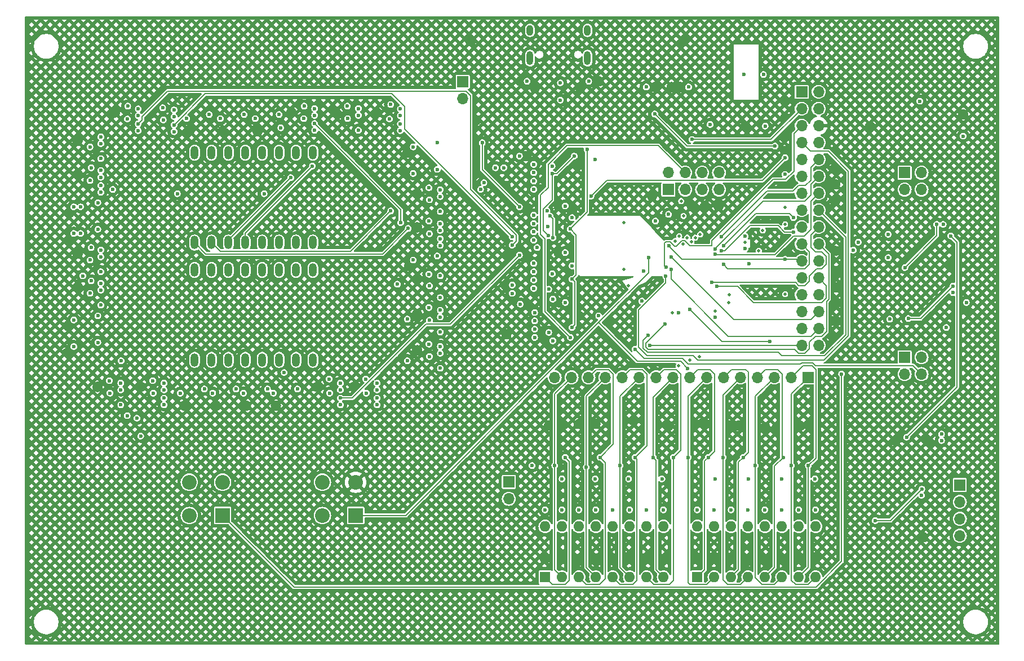
<source format=gbr>
%TF.GenerationSoftware,KiCad,Pcbnew,8.0.5*%
%TF.CreationDate,2024-11-21T16:50:38-07:00*%
%TF.ProjectId,CMPE2750,434d5045-3237-4353-902e-6b696361645f,rev?*%
%TF.SameCoordinates,Original*%
%TF.FileFunction,Copper,L4,Inr*%
%TF.FilePolarity,Positive*%
%FSLAX46Y46*%
G04 Gerber Fmt 4.6, Leading zero omitted, Abs format (unit mm)*
G04 Created by KiCad (PCBNEW 8.0.5) date 2024-11-21 16:50:38*
%MOMM*%
%LPD*%
G01*
G04 APERTURE LIST*
%TA.AperFunction,ComponentPad*%
%ADD10R,1.600000X1.600000*%
%TD*%
%TA.AperFunction,ComponentPad*%
%ADD11O,1.600000X1.600000*%
%TD*%
%TA.AperFunction,ComponentPad*%
%ADD12O,1.000000X2.100000*%
%TD*%
%TA.AperFunction,ComponentPad*%
%ADD13O,1.000000X1.600000*%
%TD*%
%TA.AperFunction,ComponentPad*%
%ADD14R,1.700000X1.700000*%
%TD*%
%TA.AperFunction,ComponentPad*%
%ADD15O,1.700000X1.700000*%
%TD*%
%TA.AperFunction,ComponentPad*%
%ADD16O,1.200000X2.000000*%
%TD*%
%TA.AperFunction,ComponentPad*%
%ADD17R,2.209800X2.209800*%
%TD*%
%TA.AperFunction,ComponentPad*%
%ADD18C,2.209800*%
%TD*%
%TA.AperFunction,ViaPad*%
%ADD19C,0.600000*%
%TD*%
%TA.AperFunction,ViaPad*%
%ADD20C,0.500000*%
%TD*%
%TA.AperFunction,Conductor*%
%ADD21C,0.200000*%
%TD*%
G04 APERTURE END LIST*
D10*
%TO.N,/b16*%
%TO.C,SW2*%
X132460000Y-130760000D03*
D11*
%TO.N,/b15*%
X135000000Y-130760000D03*
%TO.N,/b14*%
X137540000Y-130760000D03*
%TO.N,/b13*%
X140080000Y-130760000D03*
%TO.N,/b12*%
X142620000Y-130760000D03*
%TO.N,/b11*%
X145160000Y-130760000D03*
%TO.N,/b10*%
X147700000Y-130760000D03*
%TO.N,/b9*%
X150240000Y-130760000D03*
%TO.N,VDD*%
X150240000Y-123140000D03*
X147700000Y-123140000D03*
X145160000Y-123140000D03*
X142620000Y-123140000D03*
X140080000Y-123140000D03*
X137540000Y-123140000D03*
X135000000Y-123140000D03*
X132460000Y-123140000D03*
%TD*%
D12*
%TO.N,Net-(J6-SHIELD)*%
%TO.C,J6*%
X138820000Y-52780000D03*
D13*
X138820000Y-48600000D03*
D12*
X130180000Y-52780000D03*
D13*
X130180000Y-48600000D03*
%TD*%
D14*
%TO.N,/filters and amps/V_{DAC}*%
%TO.C,J8*%
X186460000Y-70000000D03*
D15*
%TO.N,/filters and amps/output_filter*%
X189000000Y-70000000D03*
%TO.N,/filters and amps/out_filt_input*%
X186460000Y-72540000D03*
%TO.N,/filters and amps/out_conditioning*%
X189000000Y-72540000D03*
%TD*%
D16*
%TO.N,/Display/t1*%
%TO.C,U10*%
X79800000Y-80500000D03*
%TO.N,/Display/t2*%
X82340000Y-80500000D03*
%TO.N,/Display/t3*%
X84880000Y-80500000D03*
%TO.N,/Display/t4*%
X87420000Y-80500000D03*
%TO.N,/Display/t5*%
X89960000Y-80500000D03*
%TO.N,/Display/t6*%
X92500000Y-80500000D03*
%TO.N,/Display/t7*%
X95040000Y-80500000D03*
%TO.N,/Display/t8*%
X97580000Y-80500000D03*
%TO.N,/Display/t9*%
X97580000Y-67000000D03*
%TO.N,/Display/t10*%
X95040000Y-67000000D03*
%TO.N,/Display/t11*%
X92500000Y-67000000D03*
%TO.N,/Display/t12*%
X89960000Y-67000000D03*
%TO.N,/Display/t13*%
X87420000Y-67000000D03*
%TO.N,/Display/t14*%
X84880000Y-67000000D03*
%TO.N,/Display/t15*%
X82340000Y-67000000D03*
%TO.N,/Display/t16*%
X79800000Y-67000000D03*
%TD*%
D14*
%TO.N,/ADC*%
%TO.C,J3*%
X171000000Y-57850000D03*
D15*
%TO.N,VBUS*%
X173540000Y-57850000D03*
%TO.N,/PC1*%
X171000000Y-60390000D03*
%TO.N,VDD*%
X173540000Y-60390000D03*
%TO.N,/PC2*%
X171000000Y-62930000D03*
%TO.N,GND*%
X173540000Y-62930000D03*
%TO.N,/PC3*%
X171000000Y-65470000D03*
%TO.N,-5V*%
X173540000Y-65470000D03*
%TO.N,/~{SRCLR}*%
X171000000Y-68010000D03*
%TO.N,/PA0*%
X173540000Y-68010000D03*
%TO.N,/~{RCL}*%
X171000000Y-70550000D03*
%TO.N,/PA1*%
X173540000Y-70550000D03*
%TO.N,/PC6*%
X171000000Y-73090000D03*
%TO.N,/PA2*%
X173540000Y-73090000D03*
%TO.N,/PC7*%
X171000000Y-75630000D03*
%TO.N,/PA3*%
X173540000Y-75630000D03*
%TO.N,/PC8*%
X171000000Y-78170000D03*
%TO.N,/DAC*%
X173540000Y-78170000D03*
%TO.N,/PC9*%
X171000000Y-80710000D03*
%TO.N,/1.25V*%
X173540000Y-80710000D03*
%TO.N,/PC13*%
X171000000Y-83250000D03*
%TO.N,/PA6*%
X173540000Y-83250000D03*
%TO.N,/NRST*%
X171000000Y-85790000D03*
%TO.N,/PA7*%
X173540000Y-85790000D03*
%TO.N,/BOOT0*%
X171000000Y-88330000D03*
%TO.N,/PA8*%
X173540000Y-88330000D03*
%TO.N,unconnected-(J3-Pin_27-Pad27)*%
X171000000Y-90870000D03*
%TO.N,/PH0*%
X173540000Y-90870000D03*
%TO.N,unconnected-(J3-Pin_29-Pad29)*%
X171000000Y-93410000D03*
%TO.N,/PH1*%
X173540000Y-93410000D03*
%TO.N,VDDA*%
X171000000Y-95950000D03*
%TO.N,/PD2*%
X173540000Y-95950000D03*
%TD*%
D10*
%TO.N,/b8*%
%TO.C,SW3*%
X155320000Y-130760000D03*
D11*
%TO.N,/b7*%
X157860000Y-130760000D03*
%TO.N,/b6*%
X160400000Y-130760000D03*
%TO.N,/b5*%
X162940000Y-130760000D03*
%TO.N,/b4*%
X165480000Y-130760000D03*
%TO.N,/b3*%
X168020000Y-130760000D03*
%TO.N,/b2*%
X170560000Y-130760000D03*
%TO.N,/b1*%
X173100000Y-130760000D03*
%TO.N,VDD*%
X173100000Y-123140000D03*
X170560000Y-123140000D03*
X168020000Y-123140000D03*
X165480000Y-123140000D03*
X162940000Y-123140000D03*
X160400000Y-123140000D03*
X157860000Y-123140000D03*
X155320000Y-123140000D03*
%TD*%
D14*
%TO.N,/SER{slash}MOSI*%
%TO.C,J2*%
X150960000Y-72540000D03*
D15*
%TO.N,/Display/SER*%
X150960000Y-70000000D03*
%TO.N,/SO{slash}MISO*%
X153500000Y-72540000D03*
%TO.N,/Display/SO*%
X153500000Y-70000000D03*
%TO.N,/SRCLK{slash}CLK*%
X156040000Y-72540000D03*
%TO.N,/Display/SRCLK*%
X156040000Y-70000000D03*
%TO.N,/RCLK{slash}CS*%
X158580000Y-72540000D03*
%TO.N,/Display/RCLK*%
X158580000Y-70000000D03*
%TD*%
D14*
%TO.N,VBUS*%
%TO.C,J9*%
X120080000Y-56345000D03*
D15*
%TO.N,/Display/V_{DISP}*%
X120080000Y-58885000D03*
%TD*%
D14*
%TO.N,OUT*%
%TO.C,J5*%
X194750000Y-116920000D03*
D15*
%TO.N,Net-(J5-Pin_2)*%
X194750000Y-119460000D03*
%TO.N,Net-(J5-Pin_3)*%
X194750000Y-122000000D03*
%TO.N,Net-(J5-Pin_4)*%
X194750000Y-124540000D03*
%TD*%
D14*
%TO.N,/b1*%
%TO.C,J4*%
X171980000Y-100750000D03*
D15*
%TO.N,/b2*%
X169440000Y-100750000D03*
%TO.N,/b3*%
X166900000Y-100750000D03*
%TO.N,/b4*%
X164360000Y-100750000D03*
%TO.N,/b5*%
X161820000Y-100750000D03*
%TO.N,/b6*%
X159280000Y-100750000D03*
%TO.N,/b7*%
X156740000Y-100750000D03*
%TO.N,/b8*%
X154200000Y-100750000D03*
%TO.N,/b9*%
X151660000Y-100750000D03*
%TO.N,/b10*%
X149120000Y-100750000D03*
%TO.N,/b11*%
X146580000Y-100750000D03*
%TO.N,/b12*%
X144040000Y-100750000D03*
%TO.N,/b13*%
X141500000Y-100750000D03*
%TO.N,/b14*%
X138960000Y-100750000D03*
%TO.N,/b15*%
X136420000Y-100750000D03*
%TO.N,/b16*%
X133880000Y-100750000D03*
%TD*%
D17*
%TO.N,/PH0*%
%TO.C,SW4*%
X84000000Y-121500000D03*
D18*
%TO.N,VDD*%
X84000000Y-116500000D03*
%TO.N,Net-(C32-Pad2)*%
X79000000Y-116500000D03*
%TO.N,Net-(C32-Pad1)*%
X79000000Y-121500000D03*
%TD*%
D15*
%TO.N,/ADC*%
%TO.C,J7*%
X189000000Y-100265000D03*
%TO.N,/filters and amps/in_filter_input*%
X186460000Y-100265000D03*
%TO.N,/filters and amps/input_filter*%
X189000000Y-97725000D03*
D14*
%TO.N,/filters and amps/conditioned_input*%
X186460000Y-97725000D03*
%TD*%
%TO.N,VBUS*%
%TO.C,J10*%
X127000000Y-116460000D03*
D15*
%TO.N,/switches/switch_leds/sl_power*%
X127000000Y-119000000D03*
%TD*%
D17*
%TO.N,/NRST*%
%TO.C,SW1*%
X104000000Y-121500000D03*
D18*
%TO.N,GND*%
X104000000Y-116500000D03*
%TO.N,Net-(C8-Pad2)*%
X99000000Y-116500000D03*
%TO.N,Net-(C8-Pad1)*%
X99000000Y-121500000D03*
%TD*%
D16*
%TO.N,/Display/b1*%
%TO.C,U11*%
X79800000Y-98120000D03*
%TO.N,/Display/b2*%
X82340000Y-98120000D03*
%TO.N,/Display/b3*%
X84880000Y-98120000D03*
%TO.N,/Display/b4*%
X87420000Y-98120000D03*
%TO.N,/Display/b5*%
X89960000Y-98120000D03*
%TO.N,/Display/b6*%
X92500000Y-98120000D03*
%TO.N,/Display/b7*%
X95040000Y-98120000D03*
%TO.N,/Display/b8*%
X97580000Y-98120000D03*
%TO.N,/Display/b9*%
X97580000Y-84620000D03*
%TO.N,/Display/b10*%
X95040000Y-84620000D03*
%TO.N,/Display/b11*%
X92500000Y-84620000D03*
%TO.N,/Display/b12*%
X89960000Y-84620000D03*
%TO.N,/Display/b13*%
X87420000Y-84620000D03*
%TO.N,/Display/b14*%
X84880000Y-84620000D03*
%TO.N,/Display/b15*%
X82340000Y-84620000D03*
%TO.N,/Display/b16*%
X79800000Y-84620000D03*
%TD*%
D19*
%TO.N,GND*%
X141750000Y-92250000D03*
%TO.N,/PA0*%
X186750000Y-109750000D03*
X193400000Y-79500000D03*
%TO.N,-5V*%
X192000000Y-110230000D03*
X184000000Y-82750000D03*
%TO.N,VBUS*%
X184000000Y-79250000D03*
%TO.N,GND*%
X193250000Y-83750000D03*
X190000000Y-110290000D03*
%TO.N,VBUS*%
X192000000Y-109270000D03*
%TO.N,VDD*%
X162500000Y-79520000D03*
X157250000Y-62750000D03*
X149040000Y-77250000D03*
X135500000Y-89500000D03*
X135460000Y-82000000D03*
X140000000Y-68000000D03*
X154006600Y-57124400D03*
X152500000Y-91000000D03*
X130500000Y-114000000D03*
X135460000Y-75000000D03*
X151000000Y-76250000D03*
X158020000Y-91750000D03*
X147000000Y-89287500D03*
X165500000Y-63000000D03*
%TO.N,GND*%
X148926600Y-57124400D03*
X152736600Y-57124400D03*
X157840000Y-128000000D03*
X84000000Y-63750000D03*
X130925000Y-57250000D03*
X176000000Y-87240000D03*
X60750000Y-93000000D03*
X168500000Y-66730000D03*
X176000000Y-84750000D03*
X156250000Y-107500000D03*
X129610000Y-82375000D03*
X147680000Y-128000000D03*
X94330000Y-60920000D03*
X161500000Y-108000000D03*
X172250000Y-108000000D03*
X176000000Y-66750000D03*
X135980000Y-67500000D03*
X111500000Y-70000000D03*
X195250000Y-61250000D03*
X137510000Y-91500000D03*
X98205000Y-102170000D03*
X168500000Y-71740000D03*
X145750000Y-107250000D03*
X137520000Y-128000000D03*
X150220000Y-128000000D03*
X133000000Y-108000000D03*
D20*
X150000000Y-77250000D03*
D19*
X155300000Y-128000000D03*
X176000000Y-69250000D03*
X162300000Y-55250000D03*
X165500000Y-108250000D03*
D20*
X145000000Y-87000000D03*
D19*
X134540000Y-89500000D03*
X113205000Y-73120000D03*
X168500000Y-61730000D03*
X168500000Y-69230000D03*
X134980000Y-128000000D03*
X137500000Y-107750000D03*
X78250000Y-105000000D03*
X176000000Y-92240000D03*
X113205000Y-96670000D03*
X129610000Y-67500000D03*
X176000000Y-74240000D03*
X128750000Y-56250000D03*
X168500000Y-81990000D03*
X153250000Y-50250000D03*
X140500000Y-56250000D03*
X176000000Y-71740000D03*
X131760000Y-80125000D03*
X129610000Y-75125000D03*
D20*
X162500000Y-80480000D03*
D19*
X62205000Y-70220000D03*
D20*
X151960000Y-76250000D03*
D19*
X136500000Y-85010000D03*
X140000000Y-107750000D03*
X168500000Y-59250000D03*
X126490000Y-72000000D03*
X168500000Y-76750000D03*
X170540000Y-128000000D03*
D20*
X151540000Y-91000000D03*
D19*
X168500000Y-79700000D03*
X122055000Y-62120000D03*
X113205000Y-91220000D03*
X73205000Y-61120000D03*
X176000000Y-94740000D03*
X160380000Y-128000000D03*
D20*
X144250000Y-84500000D03*
D19*
X65205000Y-102170000D03*
X154750000Y-107500000D03*
X176000000Y-89740000D03*
X107205000Y-60970000D03*
X113205000Y-86045000D03*
X165460000Y-128000000D03*
X61000000Y-80000000D03*
X134500000Y-82000000D03*
X162550000Y-63000000D03*
X127000000Y-82250000D03*
X67830000Y-60970000D03*
X134500000Y-75000000D03*
X168500000Y-64250000D03*
X160000000Y-108000000D03*
X137760000Y-68750000D03*
X131760000Y-87375000D03*
X112000000Y-84000000D03*
D20*
X144250000Y-77500000D03*
X158020000Y-90750000D03*
D19*
X61000000Y-76000000D03*
X140060000Y-128000000D03*
X121250000Y-50250000D03*
X169250000Y-73500000D03*
X167250000Y-108250000D03*
X170750000Y-108000000D03*
X62205000Y-65170000D03*
X176000000Y-81750000D03*
X137750000Y-57250000D03*
X151466600Y-57124400D03*
X113205000Y-78220000D03*
X151000000Y-108000000D03*
X144320000Y-107250000D03*
X100892500Y-60920000D03*
X136500000Y-75740000D03*
X132440000Y-128000000D03*
X103705000Y-102170000D03*
X131760000Y-72500000D03*
X181250000Y-63000000D03*
X89250000Y-63750000D03*
X162920000Y-128000000D03*
X92000000Y-105000000D03*
D20*
X156500000Y-75000000D03*
D19*
X83000000Y-105000000D03*
X129747500Y-89750000D03*
X168500000Y-87230000D03*
X145140000Y-128000000D03*
X149290000Y-107750000D03*
X173080000Y-128000000D03*
X60750000Y-97000000D03*
X126627500Y-94250000D03*
X131897500Y-94750000D03*
X111750000Y-67000000D03*
X189250000Y-124750000D03*
X62205000Y-87170000D03*
X126490000Y-86875000D03*
X87500000Y-105000000D03*
D20*
X158500000Y-75000000D03*
D19*
X79000000Y-63750000D03*
X71705000Y-102170000D03*
D20*
X148500000Y-73510000D03*
X154500000Y-75000000D03*
D19*
X168000000Y-128000000D03*
X62205000Y-82170000D03*
X135000000Y-108000000D03*
X142600000Y-128000000D03*
X126490000Y-79625000D03*
%TO.N,VBUS*%
X129750000Y-56250000D03*
X192250000Y-77750000D03*
X165250000Y-55250000D03*
X188750000Y-59250000D03*
X139000000Y-56250000D03*
X189025000Y-118475000D03*
%TO.N,-5V*%
X191290000Y-77750000D03*
X186500000Y-84250000D03*
X182050000Y-122270000D03*
X189050000Y-117540000D03*
X195250000Y-64500000D03*
%TO.N,/Display/V_{DISP}*%
X73500000Y-101250000D03*
X69750000Y-60000000D03*
X96250000Y-60000000D03*
X109250000Y-59750000D03*
X97830000Y-60360000D03*
X116705000Y-96110000D03*
X105500000Y-101000000D03*
X116705000Y-85485000D03*
X110705000Y-60410000D03*
X100000000Y-101000000D03*
X115000000Y-77250000D03*
X115000000Y-72250000D03*
X64250000Y-86250000D03*
X116705000Y-72560000D03*
X75205000Y-101610000D03*
X115000000Y-95750000D03*
X116705000Y-77660000D03*
X67000000Y-101250000D03*
X104392500Y-60360000D03*
X101705000Y-101610000D03*
X115000000Y-85250000D03*
X65705000Y-69660000D03*
X71330000Y-60410000D03*
X115000000Y-90250000D03*
X64250000Y-81250000D03*
X65705000Y-86610000D03*
X65705000Y-64610000D03*
X116705000Y-90660000D03*
X102750000Y-60000000D03*
X65705000Y-81610000D03*
X64250000Y-69250000D03*
X75000000Y-60250000D03*
X76705000Y-60560000D03*
X107205000Y-101610000D03*
X68705000Y-101610000D03*
%TO.N,Net-(D3-A)*%
X132450000Y-120650000D03*
%TO.N,Net-(D4-K)*%
X135000000Y-116000000D03*
%TO.N,Net-(D4-A)*%
X134990000Y-120650000D03*
%TO.N,Net-(D5-A)*%
X137530000Y-120650000D03*
%TO.N,Net-(D6-K)*%
X140000000Y-116000000D03*
%TO.N,Net-(D6-A)*%
X140070000Y-120650000D03*
%TO.N,Net-(D7-A)*%
X147690000Y-120650000D03*
%TO.N,Net-(D8-K)*%
X145000000Y-116000000D03*
%TO.N,Net-(D8-A)*%
X145150000Y-120650000D03*
%TO.N,Net-(D9-A)*%
X150230000Y-120650000D03*
%TO.N,Net-(D9-K)*%
X150000000Y-116000000D03*
%TO.N,Net-(D10-A)*%
X142610000Y-120650000D03*
%TO.N,Net-(D11-A)*%
X160390000Y-120650000D03*
%TO.N,Net-(D12-K)*%
X158000000Y-116000000D03*
%TO.N,Net-(D12-A)*%
X157850000Y-120650000D03*
%TO.N,Net-(D13-A)*%
X162930000Y-120650000D03*
%TO.N,Net-(D13-K)*%
X163000000Y-116000000D03*
%TO.N,Net-(D14-A)*%
X155310000Y-120650000D03*
%TO.N,Net-(D15-A)*%
X165470000Y-120650000D03*
%TO.N,Net-(D16-K)*%
X168000000Y-116000000D03*
%TO.N,Net-(D16-A)*%
X168010000Y-120650000D03*
%TO.N,Net-(D17-A)*%
X170550000Y-120650000D03*
%TO.N,Net-(D18-A)*%
X173090000Y-120650000D03*
%TO.N,Net-(D18-K)*%
X173000000Y-116000000D03*
%TO.N,VDDA*%
X148200000Y-95950000D03*
%TO.N,Net-(J1-Pin_13)*%
X147656600Y-57124400D03*
X162500000Y-81401470D03*
%TO.N,/NRST*%
X153879265Y-99381597D03*
X148000000Y-82750000D03*
X167000000Y-66000000D03*
X148926600Y-61188400D03*
%TO.N,/Display/SO*%
X136250000Y-94750000D03*
%TO.N,/Display/RCLK*%
X136200735Y-78450735D03*
X138750000Y-66515000D03*
X136500000Y-93250000D03*
X136500000Y-86000000D03*
%TO.N,/PC1*%
X154500000Y-65000000D03*
X147250000Y-84750000D03*
%TO.N,/PC2*%
X150653321Y-84212816D03*
%TO.N,/ADC*%
X145972100Y-96515072D03*
%TO.N,/~{RCL}*%
X136828529Y-67500000D03*
X132910999Y-79470545D03*
X133000000Y-94000000D03*
X168500000Y-70250000D03*
X133000000Y-87500000D03*
X133500000Y-70151472D03*
%TO.N,/PC13*%
X168500000Y-83010000D03*
X151016940Y-80983060D03*
%TO.N,/PC3*%
X150580442Y-85523362D03*
D20*
%TO.N,/PC7*%
X168500000Y-75250000D03*
X165150000Y-78678529D03*
%TO.N,/PC8*%
X168500000Y-77750000D03*
X164550000Y-81750000D03*
D19*
%TO.N,/PC9*%
X159250000Y-83750000D03*
%TO.N,/~{SRCLR}*%
X139350000Y-73500000D03*
X133655756Y-79770005D03*
X133510999Y-85190472D03*
X133600000Y-89000000D03*
X168500000Y-67750000D03*
X133600000Y-95250000D03*
X133225000Y-76500000D03*
%TO.N,/b3*%
X164040000Y-114000000D03*
D20*
X160000000Y-89500000D03*
D19*
%TO.N,/b5*%
X159190000Y-112760000D03*
D20*
X155000000Y-79750000D03*
D19*
%TO.N,/b1*%
X169460000Y-114000000D03*
D20*
X160075000Y-88344063D03*
%TO.N,/b6*%
X154400000Y-80376102D03*
D19*
X162210000Y-112760000D03*
D20*
%TO.N,/b4*%
X155750000Y-79250000D03*
D19*
X168210000Y-112760000D03*
%TO.N,/b2*%
X172000000Y-114000000D03*
%TO.N,/D-*%
X158892228Y-81715544D03*
X169750000Y-78900000D03*
%TO.N,/D+*%
X169750000Y-76750000D03*
X159250000Y-81000000D03*
X134750000Y-56500000D03*
X134750000Y-59091400D03*
%TO.N,Net-(Q1-G)*%
X71330000Y-61430000D03*
X69705000Y-61920000D03*
%TO.N,/Display/t1*%
X111877739Y-78372261D03*
%TO.N,Net-(Q11-D)*%
X116705000Y-78680000D03*
X115080000Y-79170000D03*
%TO.N,Net-(Q12-D)*%
X75080000Y-62070000D03*
X76705000Y-61580000D03*
%TO.N,/Display/t2*%
X109250000Y-75750000D03*
%TO.N,Net-(Q13-D)*%
X115080000Y-74070000D03*
X116705000Y-73580000D03*
%TO.N,/Display/t7*%
X77192734Y-73150000D03*
%TO.N,Net-(Q14-D)*%
X65705000Y-70680000D03*
X64080000Y-71170000D03*
%TO.N,Net-(Q15-D)*%
X96205000Y-61870000D03*
X97830000Y-61380000D03*
%TO.N,Net-(Q16-D)*%
X102767500Y-61870000D03*
X104392500Y-61380000D03*
%TO.N,Net-(Q17-D)*%
X64080000Y-66120000D03*
X65705000Y-65630000D03*
%TO.N,/Display/t8*%
X90230000Y-73150000D03*
%TO.N,Net-(Q18-D)*%
X109080000Y-61920000D03*
X110705000Y-61430000D03*
%TO.N,Net-(Q10-G)*%
X71330000Y-63680000D03*
%TO.N,Net-(Q11-G)*%
X116705000Y-80930000D03*
%TO.N,Net-(Q12-G)*%
X76705000Y-63830000D03*
%TO.N,Net-(Q13-G)*%
X116705000Y-75830000D03*
%TO.N,Net-(Q14-G)*%
X65705000Y-72930000D03*
%TO.N,Net-(Q15-G)*%
X97830000Y-63630000D03*
%TO.N,Net-(Q16-G)*%
X104392500Y-63630000D03*
%TO.N,Net-(Q17-G)*%
X65705000Y-67880000D03*
%TO.N,Net-(Q18-G)*%
X110705000Y-63680000D03*
%TO.N,Net-(Q19-G)*%
X64080000Y-83120000D03*
X65705000Y-82630000D03*
%TO.N,Net-(Q20-G)*%
X105580000Y-103120000D03*
X107205000Y-102630000D03*
%TO.N,Net-(Q21-G)*%
X65705000Y-87630000D03*
X64080000Y-88120000D03*
%TO.N,/Display/b15*%
X63000000Y-85500000D03*
%TO.N,Net-(Q22-G)*%
X101705000Y-102630000D03*
X100080000Y-103120000D03*
%TO.N,/Display/b7*%
X93250000Y-100020000D03*
%TO.N,Net-(Q23-G)*%
X73580000Y-103120000D03*
X75205000Y-102630000D03*
%TO.N,Net-(Q24-G)*%
X115080000Y-86995000D03*
%TO.N,Net-(Q25-G)*%
X116705000Y-91680000D03*
X115080000Y-92170000D03*
%TO.N,/Display/b10*%
X111750000Y-92000000D03*
%TO.N,Net-(Q26-G)*%
X67080000Y-103120000D03*
X68705000Y-102630000D03*
%TO.N,/Display/b8*%
X68750000Y-98250000D03*
%TO.N,/Display/b9*%
X111750000Y-98250000D03*
%TO.N,Net-(Q27-G)*%
X115080000Y-97620000D03*
X116705000Y-97130000D03*
%TO.N,Net-(Q28-G)*%
X65705000Y-84880000D03*
%TO.N,Net-(Q29-G)*%
X107205000Y-104880000D03*
%TO.N,Net-(Q30-G)*%
X65705000Y-89880000D03*
%TO.N,Net-(Q31-G)*%
X101705000Y-104880000D03*
%TO.N,Net-(Q32-G)*%
X75205000Y-104880000D03*
%TO.N,Net-(Q33-G)*%
X116705000Y-88755000D03*
%TO.N,Net-(Q34-G)*%
X116705000Y-93930000D03*
%TO.N,Net-(Q35-G)*%
X68705000Y-104880000D03*
%TO.N,Net-(Q36-G)*%
X116705000Y-99380000D03*
%TO.N,Net-(Q37-G)*%
X88892500Y-61870000D03*
%TO.N,Net-(Q37-D)*%
X92500000Y-61250000D03*
%TO.N,Net-(Q38-G)*%
X78580000Y-61870000D03*
%TO.N,Net-(Q38-D)*%
X82000000Y-61250000D03*
%TO.N,Net-(Q39-G)*%
X83642500Y-61870000D03*
%TO.N,Net-(Q39-D)*%
X87250000Y-61250000D03*
%TO.N,Net-(Q40-G)*%
X112642500Y-66120000D03*
%TO.N,Net-(Q40-D)*%
X116250000Y-65500000D03*
%TO.N,Net-(Q41-D)*%
X116250000Y-69500000D03*
%TO.N,Net-(Q41-G)*%
X112642500Y-70120000D03*
%TO.N,Net-(Q42-D)*%
X65250000Y-74500000D03*
%TO.N,Net-(Q42-G)*%
X61642500Y-75120000D03*
%TO.N,Net-(Q43-G)*%
X61642500Y-79120000D03*
%TO.N,Net-(Q43-D)*%
X65250000Y-78500000D03*
%TO.N,Net-(Q44-G)*%
X112642500Y-83120000D03*
%TO.N,Net-(Q44-D)*%
X116250000Y-82500000D03*
%TO.N,Net-(Q45-G)*%
X61642500Y-92120000D03*
%TO.N,Net-(Q45-D)*%
X65250000Y-91500000D03*
%TO.N,Net-(Q46-G)*%
X61642500Y-96120000D03*
%TO.N,Net-(Q46-D)*%
X65250000Y-95500000D03*
%TO.N,Net-(Q47-D)*%
X90750000Y-102500000D03*
%TO.N,Net-(Q47-G)*%
X87142500Y-103120000D03*
%TO.N,Net-(Q48-G)*%
X91642500Y-103120000D03*
%TO.N,Net-(Q48-D)*%
X95250000Y-102500000D03*
%TO.N,Net-(Q49-G)*%
X77642500Y-103120000D03*
%TO.N,Net-(Q49-D)*%
X81250000Y-102500000D03*
%TO.N,Net-(Q50-D)*%
X86000000Y-102500000D03*
%TO.N,Net-(Q50-G)*%
X82517500Y-103120000D03*
D20*
%TO.N,/BOOT0*%
X153250000Y-76500000D03*
X168500000Y-88250000D03*
D19*
%TO.N,/PA0*%
X158901471Y-79651471D03*
%TO.N,/PA1*%
X158000000Y-81449997D03*
%TO.N,/PA2*%
X158000000Y-82250000D03*
%TO.N,/PA3*%
X147950735Y-94450735D03*
%TO.N,/PA6*%
X154150000Y-90500000D03*
X166250000Y-95350000D03*
%TO.N,/PA7*%
X158250000Y-87100000D03*
%TO.N,/PA8*%
X163051472Y-83650000D03*
%TO.N,/PH0*%
X151400000Y-82669063D03*
X177000000Y-100250000D03*
%TO.N,/PH1*%
X151400000Y-84500000D03*
D20*
%TO.N,/PD2*%
X152890000Y-74250000D03*
D19*
%TO.N,/filters and amps/V_{OFF}*%
X179500000Y-80435000D03*
%TO.N,/Display/p16*%
X127510000Y-80875000D03*
X71330000Y-62660000D03*
%TO.N,/Display/p1*%
X133500000Y-69000000D03*
X116705000Y-79910000D03*
%TO.N,/Display/p15*%
X127510000Y-79625000D03*
X76705000Y-62810000D03*
%TO.N,/Display/p2*%
X128590000Y-67500000D03*
%TO.N,/Display/p7*%
X65705000Y-71910000D03*
X123250000Y-71500000D03*
%TO.N,/Display/p11*%
X130740000Y-76375000D03*
X110750000Y-77500000D03*
X97830000Y-62610000D03*
%TO.N,/Display/p10*%
X123000000Y-65500000D03*
X128590000Y-75125000D03*
%TO.N,/Display/p8*%
X122750000Y-72500000D03*
X67500000Y-72510000D03*
%TO.N,/Display/p9*%
X110705000Y-62660000D03*
X136500000Y-76760000D03*
%TO.N,/Display/p17*%
X107205000Y-103860000D03*
X136495000Y-83995000D03*
%TO.N,/Display/p18*%
X101705000Y-103860000D03*
X128590000Y-82375000D03*
%TO.N,/Display/p23*%
X75205000Y-103860000D03*
X127510000Y-86875000D03*
%TO.N,/Display/p27*%
X130877500Y-91000000D03*
%TO.N,/Display/p26*%
X128727500Y-89750000D03*
%TO.N,/Display/p24*%
X127510000Y-88125000D03*
X69661317Y-106500000D03*
%TO.N,/Display/t12*%
X92750000Y-63250000D03*
%TO.N,/Display/t4*%
X97500000Y-69000000D03*
%TO.N,/Display/t3*%
X94230000Y-70750000D03*
%TO.N,/Display/p12*%
X132737500Y-75737500D03*
X130740000Y-77625000D03*
%TO.N,/Display/p14*%
X131250000Y-81250000D03*
X130740000Y-80125000D03*
%TO.N,/Display/p13*%
X130740000Y-78875000D03*
X132864767Y-78114767D03*
%TO.N,/Display/p4*%
X125000000Y-69250000D03*
X130740000Y-70000000D03*
%TO.N,/Display/p3*%
X126250000Y-69250000D03*
X130740000Y-68750000D03*
%TO.N,/Display/p6*%
X130740000Y-72500000D03*
X62662500Y-75120000D03*
%TO.N,/Display/p5*%
X62662500Y-79120000D03*
X130740000Y-71250000D03*
%TO.N,/Display/p28*%
X130877500Y-92250000D03*
X110250000Y-86750000D03*
%TO.N,/Display/p30*%
X71685582Y-109564418D03*
X130877500Y-94750000D03*
%TO.N,/Display/p29*%
X71125000Y-106875000D03*
X130877500Y-93500000D03*
%TO.N,/Display/p20*%
X130740000Y-84875000D03*
%TO.N,/Display/p19*%
X130740000Y-83625000D03*
%TO.N,/Display/p22*%
X130740000Y-87375000D03*
%TO.N,/Display/p21*%
X130740000Y-86125000D03*
%TO.N,/b8*%
X156960000Y-112760000D03*
D20*
X153200000Y-80750000D03*
%TO.N,/b16*%
X155605862Y-97605862D03*
D19*
X135487500Y-112760000D03*
%TO.N,/b7*%
X153940000Y-112760000D03*
D20*
X153800000Y-79750000D03*
%TO.N,/b15*%
X154181597Y-98181597D03*
D19*
X133900000Y-114000000D03*
D20*
%TO.N,/b14*%
X152507332Y-99007332D03*
D19*
X140700000Y-112760000D03*
%TO.N,/b13*%
X138640000Y-114250000D03*
%TO.N,/b12*%
X145960000Y-112760000D03*
%TO.N,/b11*%
X143720000Y-114000000D03*
D20*
%TO.N,/b10*%
X152000000Y-80250000D03*
D19*
X151710000Y-112760000D03*
D20*
%TO.N,/b9*%
X152600000Y-79528379D03*
D19*
X148690000Y-112760000D03*
%TO.N,/1.25V*%
X178750000Y-81635000D03*
X150500000Y-92750000D03*
%TO.N,/DAC*%
X157500000Y-86500000D03*
%TO.N,VBUS*%
X193725000Y-88000000D03*
%TO.N,-5V*%
X193725000Y-87040000D03*
X192715000Y-93250000D03*
%TO.N,/filters and amps/V_{OFF}*%
X184215000Y-92000000D03*
%TO.N,-5V*%
X187000000Y-91905000D03*
%TO.N,GND*%
X195735000Y-90500000D03*
%TO.N,OUT*%
X195735000Y-89500000D03*
%TO.N,GND*%
X185072400Y-110290000D03*
%TO.N,VDD*%
X140500000Y-91500000D03*
%TD*%
D21*
%TO.N,/PA0*%
X186750000Y-109750000D02*
X194325000Y-102175000D01*
X194325000Y-102175000D02*
X194325000Y-80425000D01*
X194325000Y-80425000D02*
X193400000Y-79500000D01*
%TO.N,-5V*%
X186500000Y-84250000D02*
X191290000Y-79460000D01*
X191290000Y-79460000D02*
X191290000Y-77750000D01*
X184320000Y-122270000D02*
X189050000Y-117540000D01*
X182050000Y-122270000D02*
X184320000Y-122270000D01*
%TO.N,VDDA*%
X148200000Y-95950000D02*
X171000000Y-95950000D01*
%TO.N,/NRST*%
X146300000Y-98300000D02*
X140500000Y-92500000D01*
X152797668Y-98300000D02*
X146300000Y-98300000D01*
X148926600Y-61188400D02*
X153738200Y-66000000D01*
X153879265Y-99381597D02*
X152797668Y-98300000D01*
X104000000Y-121500000D02*
X111500000Y-121500000D01*
X148000000Y-85000000D02*
X148000000Y-82750000D01*
X153738200Y-66000000D02*
X167000000Y-66000000D01*
X111500000Y-121500000D02*
X140500000Y-92500000D01*
X140500000Y-92500000D02*
X148000000Y-85000000D01*
%TO.N,/Display/SO*%
X132900000Y-68751471D02*
X135736471Y-65915000D01*
X132400000Y-90900000D02*
X132400000Y-79916471D01*
X149415000Y-65915000D02*
X153500000Y-70000000D01*
X135736471Y-65915000D02*
X149415000Y-65915000D01*
X136250000Y-94750000D02*
X132400000Y-90900000D01*
X132900000Y-72208529D02*
X132900000Y-68751471D01*
X131737500Y-79253971D02*
X131737500Y-73371029D01*
X132400000Y-79916471D02*
X131737500Y-79253971D01*
X131737500Y-73371029D02*
X132900000Y-72208529D01*
%TO.N,/Display/RCLK*%
X137100000Y-85400000D02*
X136500000Y-86000000D01*
X137100000Y-79350000D02*
X137100000Y-85400000D01*
X138750000Y-75901470D02*
X136200735Y-78450735D01*
X138750000Y-66515000D02*
X138750000Y-75901470D01*
X136200735Y-78450735D02*
X137100000Y-79350000D01*
X136910000Y-92840000D02*
X136500000Y-93250000D01*
X136910000Y-86410000D02*
X136910000Y-92840000D01*
X136500000Y-86000000D02*
X136910000Y-86410000D01*
%TO.N,/PC1*%
X154500000Y-65000000D02*
X166390000Y-65000000D01*
X166390000Y-65000000D02*
X171000000Y-60390000D01*
%TO.N,/PC2*%
X169850000Y-69748529D02*
X168598529Y-71000000D01*
X157522182Y-80182231D02*
X157522182Y-80977818D01*
X151265469Y-80383060D02*
X150616940Y-80383060D01*
X152972182Y-80200000D02*
X152146748Y-81025434D01*
X150616940Y-80383060D02*
X150416940Y-80583060D01*
X152146748Y-81025434D02*
X151907843Y-81025434D01*
X171000000Y-62930000D02*
X169850000Y-64080000D01*
X169850000Y-64080000D02*
X169850000Y-69748529D01*
X150416940Y-80583060D02*
X150416940Y-83976435D01*
X168598529Y-71000000D02*
X166704413Y-71000000D01*
X166704413Y-71000000D02*
X157522182Y-80182231D01*
X157522182Y-80977818D02*
X154205636Y-80977818D01*
X154205636Y-80977818D02*
X153427818Y-80200000D01*
X150416940Y-83976435D02*
X150653321Y-84212816D01*
X153427818Y-80200000D02*
X152972182Y-80200000D01*
X151907843Y-81025434D02*
X151265469Y-80383060D01*
%TO.N,/ADC*%
X171000000Y-98555862D02*
X172651548Y-98555862D01*
X145972100Y-96515072D02*
X147357028Y-97900000D01*
X173095686Y-99000000D02*
X187735000Y-99000000D01*
X172651548Y-98555862D02*
X173095686Y-99000000D01*
X187735000Y-99000000D02*
X189000000Y-100265000D01*
X153122182Y-97900000D02*
X153953779Y-98731597D01*
X170824265Y-98731597D02*
X171000000Y-98555862D01*
X153953779Y-98731597D02*
X170824265Y-98731597D01*
X147357028Y-97900000D02*
X153122182Y-97900000D01*
%TO.N,/~{RCL}*%
X134177057Y-70151472D02*
X133500000Y-70151472D01*
X133500000Y-70151472D02*
X133500000Y-74126471D01*
X132137500Y-75488971D02*
X132137500Y-78697046D01*
X133500000Y-74126471D02*
X132137500Y-75488971D01*
X136828529Y-67500000D02*
X134177057Y-70151472D01*
X132137500Y-78697046D02*
X132910999Y-79470545D01*
%TO.N,/PC13*%
X168500000Y-83010000D02*
X168510000Y-83000000D01*
X168500000Y-83010000D02*
X168490000Y-83000000D01*
X168490000Y-83000000D02*
X153000000Y-83000000D01*
X153000000Y-83000000D02*
X151016940Y-81016940D01*
X170750000Y-83000000D02*
X171000000Y-83250000D01*
X151016940Y-81016940D02*
X151016940Y-80983060D01*
X168510000Y-83000000D02*
X170750000Y-83000000D01*
%TO.N,/PC3*%
X146500000Y-96229901D02*
X147770099Y-97500000D01*
X146500000Y-90644216D02*
X146500000Y-96229901D01*
X178000000Y-69750000D02*
X175000000Y-66750000D01*
X154722182Y-97500000D02*
X155378044Y-98155862D01*
X174344138Y-98155862D02*
X178000000Y-94500000D01*
X150580442Y-85523362D02*
X150580442Y-86563774D01*
X172280000Y-66750000D02*
X171000000Y-65470000D01*
X150580442Y-86563774D02*
X146500000Y-90644216D01*
X147770099Y-97500000D02*
X154722182Y-97500000D01*
X178000000Y-94500000D02*
X178000000Y-69750000D01*
X175000000Y-66750000D02*
X172280000Y-66750000D01*
X155378044Y-98155862D02*
X174344138Y-98155862D01*
%TO.N,/PC9*%
X172150000Y-81860000D02*
X171000000Y-80710000D01*
X159250000Y-83750000D02*
X159900000Y-84400000D01*
X159900000Y-84400000D02*
X171476346Y-84400000D01*
X171476346Y-84400000D02*
X172150000Y-83726346D01*
X172150000Y-83726346D02*
X172150000Y-81860000D01*
%TO.N,/~{SRCLR}*%
X133655756Y-76930756D02*
X133655756Y-79770005D01*
X165100000Y-71150000D02*
X168500000Y-67750000D01*
X139350000Y-73500000D02*
X141700000Y-71150000D01*
X160750000Y-71150000D02*
X165100000Y-71150000D01*
X133225000Y-76500000D02*
X133655756Y-76930756D01*
X141700000Y-71150000D02*
X160750000Y-71150000D01*
%TO.N,/b3*%
X164040000Y-114000000D02*
X164040000Y-103610000D01*
X165024365Y-131860000D02*
X164040000Y-130875635D01*
X168020000Y-130760000D02*
X166920000Y-131860000D01*
X164040000Y-130875635D02*
X164040000Y-114000000D01*
X166920000Y-131860000D02*
X165024365Y-131860000D01*
X164040000Y-103610000D02*
X166900000Y-100750000D01*
%TO.N,/b5*%
X159190000Y-103380000D02*
X161820000Y-100750000D01*
X159190000Y-112760000D02*
X159190000Y-103380000D01*
X161840000Y-131860000D02*
X159860000Y-131860000D01*
X159190000Y-131190000D02*
X159190000Y-112760000D01*
X159860000Y-131860000D02*
X159190000Y-131190000D01*
X162940000Y-130760000D02*
X161840000Y-131860000D01*
%TO.N,/b1*%
X172000000Y-131860000D02*
X170104365Y-131860000D01*
X169460000Y-103270000D02*
X171980000Y-100750000D01*
X173100000Y-130760000D02*
X172000000Y-131860000D01*
X170104365Y-131860000D02*
X169460000Y-131215635D01*
X169460000Y-131215635D02*
X169460000Y-114000000D01*
X169460000Y-114000000D02*
X169460000Y-103270000D01*
%TO.N,/b6*%
X162210000Y-112760000D02*
X162970000Y-112000000D01*
X162970000Y-112000000D02*
X162970000Y-99970000D01*
X160400000Y-130760000D02*
X161500000Y-129660000D01*
X161500000Y-129660000D02*
X161500000Y-113470000D01*
X162600000Y-99600000D02*
X160430000Y-99600000D01*
X161500000Y-113470000D02*
X162210000Y-112760000D01*
X162970000Y-99970000D02*
X162600000Y-99600000D01*
X160430000Y-99600000D02*
X159280000Y-100750000D01*
%TO.N,/b4*%
X168210000Y-112760000D02*
X168050000Y-112600000D01*
X168050000Y-100273654D02*
X167376346Y-99600000D01*
X167376346Y-99600000D02*
X165510000Y-99600000D01*
X166920000Y-114050000D02*
X168210000Y-112760000D01*
X165510000Y-99600000D02*
X164360000Y-100750000D01*
X166920000Y-129320000D02*
X166920000Y-114050000D01*
X168050000Y-112600000D02*
X168050000Y-100273654D01*
X165480000Y-130760000D02*
X166920000Y-129320000D01*
%TO.N,/b2*%
X172000000Y-114000000D02*
X173130000Y-112870000D01*
X173130000Y-112870000D02*
X173130000Y-99600000D01*
X172000000Y-129320000D02*
X172000000Y-114000000D01*
X173130000Y-99600000D02*
X172530000Y-99000000D01*
X172530000Y-99000000D02*
X171190000Y-99000000D01*
X170560000Y-130760000D02*
X172000000Y-129320000D01*
X171190000Y-99000000D02*
X169440000Y-100750000D01*
%TO.N,/D-*%
X158892228Y-81715544D02*
X159455927Y-81715544D01*
X159455927Y-81715544D02*
X163220736Y-77950735D01*
X167450735Y-77950735D02*
X168400000Y-78900000D01*
X168400000Y-78900000D02*
X169750000Y-78900000D01*
X163220736Y-77950735D02*
X167450735Y-77950735D01*
%TO.N,/D+*%
X164100000Y-76150000D02*
X169150000Y-76150000D01*
X169150000Y-76150000D02*
X169750000Y-76750000D01*
X159250000Y-81000000D02*
X164100000Y-76150000D01*
%TO.N,/Display/t1*%
X111877739Y-78372261D02*
X108050000Y-82200000D01*
X81500000Y-82200000D02*
X79800000Y-80500000D01*
X108050000Y-82200000D02*
X81500000Y-82200000D01*
%TO.N,/Display/t2*%
X109250000Y-75750000D02*
X103200000Y-81800000D01*
X83640000Y-81800000D02*
X82340000Y-80500000D01*
X103200000Y-81800000D02*
X83640000Y-81800000D01*
%TO.N,/PA0*%
X158901471Y-79651471D02*
X165802942Y-72750000D01*
X172390000Y-71110000D02*
X172390000Y-69160000D01*
X171560000Y-71940000D02*
X172390000Y-71110000D01*
X170523654Y-71940000D02*
X171560000Y-71940000D01*
X169713654Y-72750000D02*
X170523654Y-71940000D01*
X165802942Y-72750000D02*
X169713654Y-72750000D01*
X172390000Y-69160000D02*
X173540000Y-68010000D01*
%TO.N,/PA1*%
X165161471Y-74240000D02*
X171476346Y-74240000D01*
X172390000Y-71700000D02*
X173540000Y-70550000D01*
X158000000Y-81401471D02*
X165161471Y-74240000D01*
X158000000Y-81449997D02*
X158000000Y-81401471D01*
X172390000Y-73326346D02*
X172390000Y-71700000D01*
X171476346Y-74240000D02*
X172390000Y-73326346D01*
%TO.N,/PA2*%
X166934456Y-82315544D02*
X169750000Y-79500000D01*
X172390000Y-74240000D02*
X173540000Y-73090000D01*
X158000000Y-82250000D02*
X158065544Y-82315544D01*
X169750000Y-79500000D02*
X171390000Y-79500000D01*
X171390000Y-79500000D02*
X172390000Y-78500000D01*
X158065544Y-82315544D02*
X166934456Y-82315544D01*
X172390000Y-78500000D02*
X172390000Y-74240000D01*
%TO.N,/PA3*%
X167500000Y-97000000D02*
X168000000Y-97500000D01*
X147950735Y-94450735D02*
X147200000Y-95201470D01*
X174434314Y-97500000D02*
X177600000Y-94334314D01*
X147200000Y-96364215D02*
X147835785Y-97000000D01*
X147835785Y-97000000D02*
X167500000Y-97000000D01*
X168000000Y-97500000D02*
X174434314Y-97500000D01*
X147200000Y-95201470D02*
X147200000Y-96364215D01*
X177600000Y-79690000D02*
X173540000Y-75630000D01*
X177600000Y-94334314D02*
X177600000Y-79690000D01*
%TO.N,/PA6*%
X154150000Y-90500000D02*
X159000000Y-95350000D01*
X159000000Y-95350000D02*
X166250000Y-95350000D01*
%TO.N,/PA7*%
X163750000Y-89500000D02*
X173996346Y-89500000D01*
X161350000Y-87100000D02*
X163750000Y-89500000D01*
X174690000Y-88806346D02*
X174690000Y-86940000D01*
X174690000Y-86940000D02*
X173540000Y-85790000D01*
X173996346Y-89500000D02*
X174690000Y-88806346D01*
X158250000Y-87100000D02*
X161350000Y-87100000D01*
%TO.N,/PH0*%
X177000000Y-128415635D02*
X177000000Y-100250000D01*
X160770000Y-92020000D02*
X172390000Y-92020000D01*
X84000000Y-121500000D02*
X94760000Y-132260000D01*
X94760000Y-132260000D02*
X173155635Y-132260000D01*
X151400000Y-82669063D02*
X151419063Y-82669063D01*
X151419063Y-82669063D02*
X160770000Y-92020000D01*
X173155635Y-132260000D02*
X177000000Y-128415635D01*
X172390000Y-92020000D02*
X173540000Y-90870000D01*
%TO.N,/PH1*%
X151400000Y-84500000D02*
X151400000Y-85978530D01*
X151400000Y-85978530D02*
X159981470Y-94560000D01*
X172390000Y-94560000D02*
X173540000Y-93410000D01*
X159981470Y-94560000D02*
X172390000Y-94560000D01*
%TO.N,/Display/p16*%
X71930000Y-61546471D02*
X71930000Y-62060000D01*
X121230000Y-72496471D02*
X121230000Y-58408654D01*
X71930000Y-62060000D02*
X71330000Y-62660000D01*
X120556346Y-57735000D02*
X75741471Y-57735000D01*
X128110000Y-79376471D02*
X121230000Y-72496471D01*
X121230000Y-58408654D02*
X120556346Y-57735000D01*
X128110000Y-80275000D02*
X128110000Y-79376471D01*
X75741471Y-57735000D02*
X71930000Y-61546471D01*
X127510000Y-80875000D02*
X128110000Y-80275000D01*
%TO.N,/Display/p15*%
X111305000Y-60055000D02*
X109385000Y-58135000D01*
X111305000Y-63420000D02*
X111305000Y-60055000D01*
X127510000Y-79625000D02*
X111305000Y-63420000D01*
X81380000Y-58135000D02*
X76705000Y-62810000D01*
X109385000Y-58135000D02*
X81380000Y-58135000D01*
%TO.N,/Display/p11*%
X110750000Y-77500000D02*
X110750000Y-75530000D01*
X110750000Y-75530000D02*
X97830000Y-62610000D01*
%TO.N,/Display/p10*%
X123000000Y-69535000D02*
X123000000Y-65500000D01*
X128590000Y-75125000D02*
X123000000Y-69535000D01*
%TO.N,/Display/p18*%
X114578529Y-92770000D02*
X103488529Y-103860000D01*
X128590000Y-82375000D02*
X118195000Y-92770000D01*
X103488529Y-103860000D02*
X101705000Y-103860000D01*
X118195000Y-92770000D02*
X114578529Y-92770000D01*
%TO.N,/Display/t4*%
X87420000Y-79080000D02*
X87420000Y-80500000D01*
X97500000Y-69000000D02*
X87420000Y-79080000D01*
%TO.N,/Display/t3*%
X94230000Y-70750000D02*
X84880000Y-80100000D01*
X84880000Y-80100000D02*
X84880000Y-80500000D01*
%TO.N,/b8*%
X156960000Y-112760000D02*
X157890000Y-111830000D01*
X155350000Y-99600000D02*
X154200000Y-100750000D01*
X157890000Y-111830000D02*
X157890000Y-100273654D01*
X155320000Y-130760000D02*
X156420000Y-129660000D01*
X156420000Y-113300000D02*
X156960000Y-112760000D01*
X157216346Y-99600000D02*
X155350000Y-99600000D01*
X156420000Y-129660000D02*
X156420000Y-113300000D01*
X157890000Y-100273654D02*
X157216346Y-99600000D01*
%TO.N,/b16*%
X132460000Y-130760000D02*
X133560000Y-131860000D01*
X135455635Y-131860000D02*
X136100000Y-131215635D01*
X136100000Y-113372500D02*
X135487500Y-112760000D01*
X133560000Y-131860000D02*
X135455635Y-131860000D01*
X136100000Y-131215635D02*
X136100000Y-113372500D01*
%TO.N,/b7*%
X153940000Y-103550000D02*
X156740000Y-100750000D01*
X153940000Y-112760000D02*
X153940000Y-103550000D01*
X153940000Y-131580000D02*
X153940000Y-112760000D01*
X156760000Y-131860000D02*
X154220000Y-131860000D01*
X154220000Y-131860000D02*
X153940000Y-131580000D01*
X157860000Y-130760000D02*
X156760000Y-131860000D01*
%TO.N,/b15*%
X135000000Y-130760000D02*
X133900000Y-129660000D01*
X133900000Y-129660000D02*
X133900000Y-114000000D01*
X133900000Y-103270000D02*
X136420000Y-100750000D01*
X133900000Y-114000000D02*
X133900000Y-103270000D01*
%TO.N,/b14*%
X141976346Y-99600000D02*
X142650000Y-100273654D01*
X137540000Y-130760000D02*
X138640000Y-131860000D01*
X138960000Y-100750000D02*
X140110000Y-99600000D01*
X141520000Y-131000000D02*
X141520000Y-113580000D01*
X142650000Y-110810000D02*
X140700000Y-112760000D01*
X141520000Y-113580000D02*
X140700000Y-112760000D01*
X140110000Y-99600000D02*
X141976346Y-99600000D01*
X140660000Y-131860000D02*
X141520000Y-131000000D01*
X138640000Y-131860000D02*
X140660000Y-131860000D01*
X142650000Y-100273654D02*
X142650000Y-110810000D01*
%TO.N,/b13*%
X138640000Y-103610000D02*
X141500000Y-100750000D01*
X140080000Y-130760000D02*
X138640000Y-129320000D01*
X138640000Y-129320000D02*
X138640000Y-114250000D01*
X138640000Y-114250000D02*
X138640000Y-103610000D01*
%TO.N,/b12*%
X147056346Y-99600000D02*
X145190000Y-99600000D01*
X146260000Y-131215635D02*
X146260000Y-113060000D01*
X147730000Y-100273654D02*
X147056346Y-99600000D01*
X142620000Y-130760000D02*
X143720000Y-131860000D01*
X145960000Y-112760000D02*
X147730000Y-110990000D01*
X145190000Y-99600000D02*
X144040000Y-100750000D01*
X147730000Y-110990000D02*
X147730000Y-100273654D01*
X145615635Y-131860000D02*
X146260000Y-131215635D01*
X146260000Y-113060000D02*
X145960000Y-112760000D01*
X143720000Y-131860000D02*
X145615635Y-131860000D01*
%TO.N,/b11*%
X143720000Y-103610000D02*
X146580000Y-100750000D01*
X143720000Y-114000000D02*
X143720000Y-103610000D01*
X145160000Y-130760000D02*
X143720000Y-129320000D01*
X143720000Y-129320000D02*
X143720000Y-114000000D01*
%TO.N,/b10*%
X151710000Y-112760000D02*
X152810000Y-111660000D01*
X152136346Y-99600000D02*
X150270000Y-99600000D01*
X152810000Y-111660000D02*
X152810000Y-100273654D01*
X148800000Y-131860000D02*
X151140000Y-131860000D01*
X152810000Y-100273654D02*
X152136346Y-99600000D01*
X147700000Y-130760000D02*
X148800000Y-131860000D01*
X150270000Y-99600000D02*
X149120000Y-100750000D01*
X151140000Y-131860000D02*
X151710000Y-131290000D01*
X151710000Y-131290000D02*
X151710000Y-112760000D01*
%TO.N,/b9*%
X150240000Y-130760000D02*
X149140000Y-129660000D01*
X148690000Y-112760000D02*
X148690000Y-103720000D01*
X149140000Y-129660000D02*
X149140000Y-113210000D01*
X149140000Y-113210000D02*
X148690000Y-112760000D01*
X148690000Y-103720000D02*
X151660000Y-100750000D01*
%TO.N,/1.25V*%
X147951471Y-96550000D02*
X147600000Y-96198529D01*
X174750000Y-89312032D02*
X174750000Y-93826346D01*
X175090000Y-82260000D02*
X175090000Y-88972032D01*
X172150000Y-95473654D02*
X172150000Y-96426346D01*
X170523654Y-97100000D02*
X169973654Y-96550000D01*
X147600000Y-95650000D02*
X150500000Y-92750000D01*
X173063654Y-94560000D02*
X172150000Y-95473654D01*
X169973654Y-96550000D02*
X147951471Y-96550000D01*
X173540000Y-80710000D02*
X175090000Y-82260000D01*
X174016346Y-94560000D02*
X173063654Y-94560000D01*
X172150000Y-96426346D02*
X171476346Y-97100000D01*
X175090000Y-88972032D02*
X174750000Y-89312032D01*
X171476346Y-97100000D02*
X170523654Y-97100000D01*
X174750000Y-93826346D02*
X174016346Y-94560000D01*
X147600000Y-96198529D02*
X147600000Y-95650000D01*
%TO.N,/DAC*%
X170523654Y-86940000D02*
X171476346Y-86940000D01*
X173063654Y-81860000D02*
X172390000Y-81186346D01*
X173250000Y-84400000D02*
X174016346Y-84400000D01*
X174690000Y-83726346D02*
X174690000Y-82533654D01*
X174016346Y-81860000D02*
X173063654Y-81860000D01*
X170083654Y-86500000D02*
X170523654Y-86940000D01*
X172150000Y-85500000D02*
X173250000Y-84400000D01*
X174016346Y-84400000D02*
X174690000Y-83726346D01*
X172390000Y-79320000D02*
X173540000Y-78170000D01*
X157500000Y-86500000D02*
X170083654Y-86500000D01*
X171476346Y-86940000D02*
X172150000Y-86266346D01*
X172150000Y-86266346D02*
X172150000Y-85500000D01*
X174690000Y-82533654D02*
X174016346Y-81860000D01*
X172390000Y-81186346D02*
X172390000Y-79320000D01*
%TO.N,-5V*%
X187000000Y-91905000D02*
X188860000Y-91905000D01*
X188860000Y-91905000D02*
X193725000Y-87040000D01*
%TD*%
%TA.AperFunction,Conductor*%
%TO.N,GND*%
G36*
X136605703Y-123531884D02*
G01*
X136633858Y-123567144D01*
X136704086Y-123698532D01*
X136704090Y-123698539D01*
X136829116Y-123850883D01*
X136981460Y-123975909D01*
X136981467Y-123975913D01*
X137155266Y-124068811D01*
X137155269Y-124068811D01*
X137155273Y-124068814D01*
X137343868Y-124126024D01*
X137540000Y-124145341D01*
X137736132Y-124126024D01*
X137924727Y-124068814D01*
X138098538Y-123975910D01*
X138136834Y-123944480D01*
X138201144Y-123917167D01*
X138270011Y-123928957D01*
X138321572Y-123976109D01*
X138339500Y-124040333D01*
X138339500Y-129359562D01*
X138344505Y-129378240D01*
X138359979Y-129435990D01*
X138359982Y-129435995D01*
X138382783Y-129475489D01*
X138382784Y-129475489D01*
X138399540Y-129504511D01*
X138399542Y-129504513D01*
X139127648Y-130232619D01*
X139161133Y-130293942D01*
X139156149Y-130363634D01*
X139153449Y-130369618D01*
X139153517Y-130369646D01*
X139151188Y-130375267D01*
X139151186Y-130375272D01*
X139151186Y-130375273D01*
X139135597Y-130426663D01*
X139093975Y-130563870D01*
X139074659Y-130760000D01*
X139093975Y-130956129D01*
X139093976Y-130956132D01*
X139144552Y-131122859D01*
X139151188Y-131144733D01*
X139244086Y-131318532D01*
X139244089Y-131318536D01*
X139244089Y-131318537D01*
X139244091Y-131318539D01*
X139275519Y-131356835D01*
X139302832Y-131421145D01*
X139291041Y-131490013D01*
X139243889Y-131541573D01*
X139179666Y-131559500D01*
X138815833Y-131559500D01*
X138748794Y-131539815D01*
X138728152Y-131523181D01*
X138492351Y-131287380D01*
X138458866Y-131226057D01*
X138463850Y-131156365D01*
X138466550Y-131150383D01*
X138466483Y-131150355D01*
X138468810Y-131144736D01*
X138468811Y-131144732D01*
X138468814Y-131144727D01*
X138526024Y-130956132D01*
X138545341Y-130760000D01*
X138526024Y-130563868D01*
X138468814Y-130375273D01*
X138468811Y-130375267D01*
X138468811Y-130375266D01*
X138375913Y-130201467D01*
X138375909Y-130201460D01*
X138250883Y-130049116D01*
X138098539Y-129924090D01*
X138098532Y-129924086D01*
X137924733Y-129831188D01*
X137924727Y-129831186D01*
X137753096Y-129779122D01*
X137736129Y-129773975D01*
X137540000Y-129754659D01*
X137343870Y-129773975D01*
X137155266Y-129831188D01*
X136981467Y-129924086D01*
X136981460Y-129924090D01*
X136829116Y-130049116D01*
X136704090Y-130201460D01*
X136704086Y-130201467D01*
X136633858Y-130332855D01*
X136584896Y-130382700D01*
X136516758Y-130398160D01*
X136451078Y-130374328D01*
X136408710Y-130318771D01*
X136400500Y-130274402D01*
X136400500Y-129055339D01*
X137652009Y-129055339D01*
X137841500Y-129244830D01*
X137841500Y-128865848D01*
X137652009Y-129055339D01*
X136400500Y-129055339D01*
X136400500Y-126934018D01*
X136944902Y-126934018D01*
X137274283Y-127263399D01*
X137342197Y-127246659D01*
X137654838Y-126934018D01*
X137299870Y-126579050D01*
X136944902Y-126934018D01*
X136400500Y-126934018D01*
X136400500Y-126226912D01*
X137652009Y-126226912D01*
X137841500Y-126416403D01*
X137841500Y-126037421D01*
X137652009Y-126226912D01*
X136400500Y-126226912D01*
X136400500Y-125519804D01*
X136944902Y-125519804D01*
X137299871Y-125874773D01*
X137654839Y-125519805D01*
X137299870Y-125164836D01*
X136944902Y-125519804D01*
X136400500Y-125519804D01*
X136400500Y-124812699D01*
X137652009Y-124812699D01*
X137841500Y-125002190D01*
X137841500Y-124623207D01*
X137652009Y-124812699D01*
X136400500Y-124812699D01*
X136400500Y-123625597D01*
X136420185Y-123558558D01*
X136472989Y-123512803D01*
X136542147Y-123502859D01*
X136605703Y-123531884D01*
G37*
%TD.AperFunction*%
%TA.AperFunction,Conductor*%
G36*
X143350011Y-123928957D02*
G01*
X143401572Y-123976109D01*
X143419500Y-124040333D01*
X143419500Y-129359562D01*
X143424505Y-129378240D01*
X143439979Y-129435990D01*
X143439982Y-129435995D01*
X143462783Y-129475489D01*
X143462784Y-129475489D01*
X143479540Y-129504511D01*
X143479542Y-129504513D01*
X144207648Y-130232619D01*
X144241133Y-130293942D01*
X144236149Y-130363634D01*
X144233449Y-130369618D01*
X144233517Y-130369646D01*
X144231188Y-130375267D01*
X144231186Y-130375272D01*
X144231186Y-130375273D01*
X144215597Y-130426663D01*
X144173975Y-130563870D01*
X144154659Y-130760000D01*
X144173975Y-130956129D01*
X144173976Y-130956132D01*
X144224552Y-131122859D01*
X144231188Y-131144733D01*
X144324086Y-131318532D01*
X144324089Y-131318536D01*
X144324089Y-131318537D01*
X144324091Y-131318539D01*
X144355519Y-131356835D01*
X144382832Y-131421145D01*
X144371041Y-131490013D01*
X144323889Y-131541573D01*
X144259666Y-131559500D01*
X143895833Y-131559500D01*
X143828794Y-131539815D01*
X143808152Y-131523181D01*
X143572351Y-131287380D01*
X143538866Y-131226057D01*
X143543850Y-131156365D01*
X143546550Y-131150383D01*
X143546483Y-131150355D01*
X143548810Y-131144736D01*
X143548811Y-131144732D01*
X143548814Y-131144727D01*
X143606024Y-130956132D01*
X143625341Y-130760000D01*
X143606024Y-130563868D01*
X143548814Y-130375273D01*
X143548811Y-130375267D01*
X143548811Y-130375266D01*
X143455913Y-130201467D01*
X143455909Y-130201460D01*
X143330883Y-130049116D01*
X143178539Y-129924090D01*
X143178532Y-129924086D01*
X143004733Y-129831188D01*
X143004727Y-129831186D01*
X142833096Y-129779122D01*
X142816129Y-129773975D01*
X142620000Y-129754659D01*
X142423870Y-129773975D01*
X142235266Y-129831188D01*
X142061467Y-129924086D01*
X142061460Y-129924091D01*
X142023165Y-129955519D01*
X141958855Y-129982832D01*
X141889987Y-129971041D01*
X141838427Y-129923889D01*
X141820500Y-129859666D01*
X141820500Y-129287178D01*
X142318500Y-129287178D01*
X142338706Y-129283159D01*
X142344705Y-129282118D01*
X142356847Y-129280317D01*
X142362887Y-129279572D01*
X142382260Y-129277663D01*
X142604585Y-129055338D01*
X142318500Y-128769253D01*
X142318500Y-129287178D01*
X141820500Y-129287178D01*
X141820500Y-126934019D01*
X142601757Y-126934019D01*
X142921500Y-127253762D01*
X142921500Y-126614276D01*
X142601757Y-126934019D01*
X141820500Y-126934019D01*
X141820500Y-126512998D01*
X142318500Y-126512998D01*
X142604586Y-126226912D01*
X142318500Y-125940826D01*
X142318500Y-126512998D01*
X141820500Y-126512998D01*
X141820500Y-125519805D01*
X142601757Y-125519805D01*
X142921500Y-125839548D01*
X142921500Y-125200062D01*
X142601757Y-125519805D01*
X141820500Y-125519805D01*
X141820500Y-125098785D01*
X142318500Y-125098785D01*
X142604586Y-124812698D01*
X142417715Y-124625827D01*
X142362888Y-124620428D01*
X142356847Y-124619683D01*
X142344705Y-124617882D01*
X142338706Y-124616841D01*
X142318500Y-124612821D01*
X142318500Y-125098785D01*
X141820500Y-125098785D01*
X141820500Y-124040333D01*
X141840185Y-123973294D01*
X141892989Y-123927539D01*
X141962147Y-123917595D01*
X142023166Y-123944481D01*
X142061459Y-123975908D01*
X142061467Y-123975913D01*
X142235266Y-124068811D01*
X142235269Y-124068811D01*
X142235273Y-124068814D01*
X142423868Y-124126024D01*
X142620000Y-124145341D01*
X142816132Y-124126024D01*
X143004727Y-124068814D01*
X143178538Y-123975910D01*
X143216834Y-123944480D01*
X143281144Y-123917167D01*
X143350011Y-123928957D01*
G37*
%TD.AperFunction*%
%TA.AperFunction,Conductor*%
G36*
X148788921Y-123525670D02*
G01*
X148831290Y-123581228D01*
X148839500Y-123625597D01*
X148839500Y-129699562D01*
X148859979Y-129775989D01*
X148882761Y-129815448D01*
X148899540Y-129844511D01*
X148899542Y-129844513D01*
X149287648Y-130232619D01*
X149321133Y-130293942D01*
X149316149Y-130363634D01*
X149313449Y-130369618D01*
X149313517Y-130369646D01*
X149311188Y-130375267D01*
X149311186Y-130375272D01*
X149311186Y-130375273D01*
X149295597Y-130426663D01*
X149253975Y-130563870D01*
X149234659Y-130760000D01*
X149253975Y-130956129D01*
X149253976Y-130956132D01*
X149304552Y-131122859D01*
X149311188Y-131144733D01*
X149404086Y-131318532D01*
X149404089Y-131318536D01*
X149404089Y-131318537D01*
X149404091Y-131318539D01*
X149435519Y-131356835D01*
X149462832Y-131421145D01*
X149451041Y-131490013D01*
X149403889Y-131541573D01*
X149339666Y-131559500D01*
X148975833Y-131559500D01*
X148908794Y-131539815D01*
X148888152Y-131523181D01*
X148652351Y-131287380D01*
X148618866Y-131226057D01*
X148623850Y-131156365D01*
X148626550Y-131150383D01*
X148626483Y-131150355D01*
X148628810Y-131144736D01*
X148628811Y-131144732D01*
X148628814Y-131144727D01*
X148686024Y-130956132D01*
X148705341Y-130760000D01*
X148686024Y-130563868D01*
X148628814Y-130375273D01*
X148628811Y-130375267D01*
X148628811Y-130375266D01*
X148535913Y-130201467D01*
X148535909Y-130201460D01*
X148410883Y-130049116D01*
X148258539Y-129924090D01*
X148258532Y-129924086D01*
X148084733Y-129831188D01*
X148084727Y-129831186D01*
X147913096Y-129779122D01*
X147896129Y-129773975D01*
X147700000Y-129754659D01*
X147503870Y-129773975D01*
X147315266Y-129831188D01*
X147141467Y-129924086D01*
X147141460Y-129924090D01*
X146989116Y-130049116D01*
X146864090Y-130201460D01*
X146864086Y-130201467D01*
X146793858Y-130332855D01*
X146744896Y-130382700D01*
X146676758Y-130398160D01*
X146611078Y-130374328D01*
X146568710Y-130318771D01*
X146560500Y-130274402D01*
X146560500Y-129055338D01*
X147551503Y-129055338D01*
X147755921Y-129259756D01*
X147957113Y-129279572D01*
X147963153Y-129280317D01*
X147975295Y-129282118D01*
X147981294Y-129283159D01*
X148005283Y-129287931D01*
X148011224Y-129289265D01*
X148023131Y-129292248D01*
X148024226Y-129292551D01*
X148261439Y-129055338D01*
X147939342Y-128733241D01*
X147852096Y-128754745D01*
X147551503Y-129055338D01*
X146560500Y-129055338D01*
X146560500Y-128562335D01*
X147058500Y-128562335D01*
X147199364Y-128703200D01*
X147252702Y-128649862D01*
X147250420Y-128648665D01*
X147225819Y-128631683D01*
X147107668Y-128527010D01*
X147087846Y-128504636D01*
X147058500Y-128462121D01*
X147058500Y-128562335D01*
X146560500Y-128562335D01*
X146560500Y-126719916D01*
X147058500Y-126719916D01*
X147058500Y-127148122D01*
X147199365Y-127288987D01*
X147554333Y-126934019D01*
X147199365Y-126579050D01*
X147058500Y-126719916D01*
X146560500Y-126719916D01*
X146560500Y-126226912D01*
X147551504Y-126226912D01*
X147906472Y-126581880D01*
X148261440Y-126226912D01*
X147906472Y-125871944D01*
X147551504Y-126226912D01*
X146560500Y-126226912D01*
X146560500Y-125305702D01*
X147058500Y-125305702D01*
X147058500Y-125733908D01*
X147199365Y-125874773D01*
X147554333Y-125519805D01*
X147199365Y-125164836D01*
X147058500Y-125305702D01*
X146560500Y-125305702D01*
X146560500Y-124812699D01*
X147551504Y-124812699D01*
X147906472Y-125167667D01*
X148261440Y-124812699D01*
X148048847Y-124600106D01*
X148028993Y-124606129D01*
X148023131Y-124607752D01*
X148011224Y-124610735D01*
X148005283Y-124612069D01*
X147981294Y-124616841D01*
X147975295Y-124617882D01*
X147963153Y-124619683D01*
X147957113Y-124620428D01*
X147736642Y-124642142D01*
X147730570Y-124642590D01*
X147721149Y-124643052D01*
X147551504Y-124812699D01*
X146560500Y-124812699D01*
X146560500Y-123625597D01*
X146580185Y-123558558D01*
X146632989Y-123512803D01*
X146702147Y-123502859D01*
X146765703Y-123531884D01*
X146793858Y-123567144D01*
X146864086Y-123698532D01*
X146864090Y-123698539D01*
X146989116Y-123850883D01*
X147141460Y-123975909D01*
X147141467Y-123975913D01*
X147315266Y-124068811D01*
X147315269Y-124068811D01*
X147315273Y-124068814D01*
X147503868Y-124126024D01*
X147700000Y-124145341D01*
X147896132Y-124126024D01*
X148084727Y-124068814D01*
X148258538Y-123975910D01*
X148410883Y-123850883D01*
X148535910Y-123698538D01*
X148580503Y-123615111D01*
X148606142Y-123567144D01*
X148655104Y-123517300D01*
X148723242Y-123501839D01*
X148788921Y-123525670D01*
G37*
%TD.AperFunction*%
%TA.AperFunction,Conductor*%
G36*
X156925703Y-123531884D02*
G01*
X156953858Y-123567144D01*
X157024086Y-123698532D01*
X157024090Y-123698539D01*
X157149116Y-123850883D01*
X157301460Y-123975909D01*
X157301467Y-123975913D01*
X157475266Y-124068811D01*
X157475269Y-124068811D01*
X157475273Y-124068814D01*
X157663868Y-124126024D01*
X157860000Y-124145341D01*
X158056132Y-124126024D01*
X158244727Y-124068814D01*
X158418538Y-123975910D01*
X158570883Y-123850883D01*
X158669647Y-123730538D01*
X158727392Y-123691205D01*
X158797237Y-123689334D01*
X158857005Y-123725521D01*
X158887721Y-123788277D01*
X158889500Y-123809204D01*
X158889500Y-130090795D01*
X158869815Y-130157834D01*
X158817011Y-130203589D01*
X158747853Y-130213533D01*
X158684297Y-130184508D01*
X158669647Y-130169460D01*
X158570883Y-130049116D01*
X158418539Y-129924090D01*
X158418532Y-129924086D01*
X158244733Y-129831188D01*
X158244727Y-129831186D01*
X158073096Y-129779122D01*
X158056129Y-129773975D01*
X157860000Y-129754659D01*
X157663870Y-129773975D01*
X157475266Y-129831188D01*
X157301467Y-129924086D01*
X157301460Y-129924090D01*
X157149116Y-130049116D01*
X157024090Y-130201460D01*
X157024086Y-130201467D01*
X156931188Y-130375266D01*
X156873975Y-130563870D01*
X156854659Y-130760000D01*
X156873975Y-130956129D01*
X156873976Y-130956132D01*
X156927623Y-131132982D01*
X156931190Y-131144739D01*
X156933518Y-131150359D01*
X156931411Y-131151231D01*
X156943563Y-131209687D01*
X156918542Y-131274923D01*
X156907648Y-131287380D01*
X156671846Y-131523182D01*
X156610526Y-131556666D01*
X156584167Y-131559500D01*
X156444500Y-131559500D01*
X156377461Y-131539815D01*
X156331706Y-131487011D01*
X156320500Y-131435500D01*
X156320500Y-130235833D01*
X156340185Y-130168794D01*
X156356819Y-130148152D01*
X156490807Y-130014164D01*
X156660460Y-129844511D01*
X156677239Y-129815448D01*
X156700021Y-129775989D01*
X156720500Y-129699562D01*
X156720500Y-129055338D01*
X157450998Y-129055338D01*
X157668745Y-129273085D01*
X157823359Y-129257858D01*
X157829430Y-129257410D01*
X157841689Y-129256808D01*
X157847771Y-129256659D01*
X157872229Y-129256659D01*
X157878311Y-129256808D01*
X157890570Y-129257410D01*
X157896641Y-129257858D01*
X157952876Y-129263396D01*
X158160934Y-129055338D01*
X157879596Y-128774000D01*
X157761076Y-128774000D01*
X157735449Y-128770887D01*
X157450998Y-129055338D01*
X156720500Y-129055338D01*
X156720500Y-127169347D01*
X157218500Y-127169347D01*
X157453828Y-126934019D01*
X158158106Y-126934019D01*
X158391500Y-127167413D01*
X158391500Y-126700625D01*
X158158106Y-126934019D01*
X157453828Y-126934019D01*
X157218500Y-126698691D01*
X157218500Y-127169347D01*
X156720500Y-127169347D01*
X156720500Y-126226912D01*
X157450999Y-126226912D01*
X157805967Y-126581880D01*
X158160935Y-126226912D01*
X157805967Y-125871944D01*
X157450999Y-126226912D01*
X156720500Y-126226912D01*
X156720500Y-125755133D01*
X157218500Y-125755133D01*
X157453828Y-125519805D01*
X158158106Y-125519805D01*
X158391500Y-125753199D01*
X158391500Y-125286411D01*
X158158106Y-125519805D01*
X157453828Y-125519805D01*
X157218500Y-125284477D01*
X157218500Y-125755133D01*
X156720500Y-125755133D01*
X156720500Y-124812698D01*
X157450998Y-124812698D01*
X157805967Y-125167667D01*
X158160935Y-124812699D01*
X157981973Y-124633737D01*
X157896642Y-124642142D01*
X157890570Y-124642590D01*
X157878311Y-124643192D01*
X157872229Y-124643341D01*
X157847771Y-124643341D01*
X157841689Y-124643192D01*
X157829430Y-124642590D01*
X157823358Y-124642142D01*
X157639648Y-124624048D01*
X157450998Y-124812698D01*
X156720500Y-124812698D01*
X156720500Y-123625597D01*
X156740185Y-123558558D01*
X156792989Y-123512803D01*
X156862147Y-123502859D01*
X156925703Y-123531884D01*
G37*
%TD.AperFunction*%
%TA.AperFunction,Conductor*%
G36*
X162005703Y-123531884D02*
G01*
X162033858Y-123567144D01*
X162104086Y-123698532D01*
X162104090Y-123698539D01*
X162229116Y-123850883D01*
X162381460Y-123975909D01*
X162381467Y-123975913D01*
X162555266Y-124068811D01*
X162555269Y-124068811D01*
X162555273Y-124068814D01*
X162743868Y-124126024D01*
X162940000Y-124145341D01*
X163136132Y-124126024D01*
X163324727Y-124068814D01*
X163498538Y-123975910D01*
X163536834Y-123944480D01*
X163601144Y-123917167D01*
X163670011Y-123928957D01*
X163721572Y-123976109D01*
X163739500Y-124040333D01*
X163739500Y-129859666D01*
X163719815Y-129926705D01*
X163667011Y-129972460D01*
X163597853Y-129982404D01*
X163536835Y-129955519D01*
X163498539Y-129924091D01*
X163498532Y-129924086D01*
X163324733Y-129831188D01*
X163324727Y-129831186D01*
X163153096Y-129779122D01*
X163136129Y-129773975D01*
X162940000Y-129754659D01*
X162743870Y-129773975D01*
X162555266Y-129831188D01*
X162381467Y-129924086D01*
X162381460Y-129924090D01*
X162229116Y-130049116D01*
X162104090Y-130201460D01*
X162104086Y-130201467D01*
X162011188Y-130375266D01*
X161953975Y-130563870D01*
X161934659Y-130760000D01*
X161953975Y-130956129D01*
X161953976Y-130956132D01*
X162007623Y-131132982D01*
X162011190Y-131144739D01*
X162013518Y-131150359D01*
X162011411Y-131151231D01*
X162023563Y-131209687D01*
X161998542Y-131274923D01*
X161987648Y-131287380D01*
X161751846Y-131523182D01*
X161690526Y-131556666D01*
X161664167Y-131559500D01*
X161300334Y-131559500D01*
X161233295Y-131539815D01*
X161187540Y-131487011D01*
X161177596Y-131417853D01*
X161204481Y-131356835D01*
X161220182Y-131337702D01*
X161235910Y-131318538D01*
X161310731Y-131178558D01*
X161328811Y-131144733D01*
X161328811Y-131144732D01*
X161328814Y-131144727D01*
X161386024Y-130956132D01*
X161405341Y-130760000D01*
X161386024Y-130563868D01*
X161328814Y-130375273D01*
X161328811Y-130375267D01*
X161328809Y-130375260D01*
X161326482Y-130369641D01*
X161328596Y-130368765D01*
X161316431Y-130310358D01*
X161341427Y-130245112D01*
X161352343Y-130232627D01*
X161740460Y-129844511D01*
X161755453Y-129818541D01*
X161757238Y-129815450D01*
X161757239Y-129815448D01*
X161767539Y-129797608D01*
X161780021Y-129775989D01*
X161800500Y-129699562D01*
X161800500Y-129055339D01*
X163107853Y-129055339D01*
X163241500Y-129188986D01*
X163241500Y-128921692D01*
X163107853Y-129055339D01*
X161800500Y-129055339D01*
X161800500Y-126934019D01*
X162400747Y-126934019D01*
X162719085Y-127252357D01*
X162811401Y-127229603D01*
X162815610Y-127229091D01*
X163110683Y-126934019D01*
X162755715Y-126579051D01*
X162400747Y-126934019D01*
X161800500Y-126934019D01*
X161800500Y-126226912D01*
X163107853Y-126226912D01*
X163241500Y-126360559D01*
X163241500Y-126093265D01*
X163107853Y-126226912D01*
X161800500Y-126226912D01*
X161800500Y-125519805D01*
X162400747Y-125519805D01*
X162755715Y-125874773D01*
X163110683Y-125519805D01*
X162755715Y-125164837D01*
X162400747Y-125519805D01*
X161800500Y-125519805D01*
X161800500Y-124812698D01*
X163107852Y-124812698D01*
X163241500Y-124946346D01*
X163241500Y-124679051D01*
X163107852Y-124812698D01*
X161800500Y-124812698D01*
X161800500Y-123625597D01*
X161820185Y-123558558D01*
X161872989Y-123512803D01*
X161942147Y-123502859D01*
X162005703Y-123531884D01*
G37*
%TD.AperFunction*%
%TA.AperFunction,Conductor*%
G36*
X169108921Y-123525670D02*
G01*
X169151290Y-123581228D01*
X169159500Y-123625597D01*
X169159500Y-130274402D01*
X169139815Y-130341441D01*
X169087011Y-130387196D01*
X169017853Y-130397140D01*
X168954297Y-130368115D01*
X168926142Y-130332855D01*
X168855913Y-130201467D01*
X168855909Y-130201460D01*
X168730883Y-130049116D01*
X168578539Y-129924090D01*
X168578532Y-129924086D01*
X168404733Y-129831188D01*
X168404727Y-129831186D01*
X168233096Y-129779122D01*
X168216129Y-129773975D01*
X168020000Y-129754659D01*
X167823870Y-129773975D01*
X167635266Y-129831188D01*
X167461467Y-129924086D01*
X167461460Y-129924090D01*
X167309116Y-130049116D01*
X167184090Y-130201460D01*
X167184086Y-130201467D01*
X167091188Y-130375266D01*
X167033975Y-130563870D01*
X167014659Y-130760000D01*
X167033975Y-130956129D01*
X167033976Y-130956132D01*
X167087623Y-131132982D01*
X167091190Y-131144739D01*
X167093518Y-131150359D01*
X167091411Y-131151231D01*
X167103563Y-131209687D01*
X167078542Y-131274923D01*
X167067648Y-131287380D01*
X166831846Y-131523182D01*
X166770526Y-131556666D01*
X166744167Y-131559500D01*
X166380334Y-131559500D01*
X166313295Y-131539815D01*
X166267540Y-131487011D01*
X166257596Y-131417853D01*
X166284481Y-131356835D01*
X166300182Y-131337702D01*
X166315910Y-131318538D01*
X166390731Y-131178558D01*
X166408811Y-131144733D01*
X166408811Y-131144732D01*
X166408814Y-131144727D01*
X166466024Y-130956132D01*
X166485341Y-130760000D01*
X166466024Y-130563868D01*
X166408814Y-130375273D01*
X166408811Y-130375267D01*
X166408809Y-130375260D01*
X166406482Y-130369641D01*
X166408596Y-130368765D01*
X166396431Y-130310358D01*
X166421427Y-130245112D01*
X166432343Y-130232626D01*
X167160460Y-129504511D01*
X167200022Y-129435988D01*
X167220500Y-129359562D01*
X167220500Y-129287178D01*
X167718500Y-129287178D01*
X167738706Y-129283159D01*
X167744705Y-129282118D01*
X167756847Y-129280317D01*
X167762887Y-129279572D01*
X167844205Y-129271562D01*
X168060429Y-129055338D01*
X167737449Y-128732358D01*
X167718500Y-128725172D01*
X167718500Y-129287178D01*
X167220500Y-129287178D01*
X167220500Y-129280438D01*
X167220500Y-128673290D01*
X168382659Y-128673290D01*
X168412569Y-128703200D01*
X168661500Y-128454269D01*
X168661500Y-128404172D01*
X168592154Y-128504636D01*
X168572332Y-128527010D01*
X168454181Y-128631683D01*
X168429580Y-128648665D01*
X168382659Y-128673290D01*
X167220500Y-128673290D01*
X167220500Y-126934019D01*
X168057601Y-126934019D01*
X168412569Y-127288987D01*
X168661500Y-127040056D01*
X168661500Y-126827982D01*
X168412569Y-126579051D01*
X168057601Y-126934019D01*
X167220500Y-126934019D01*
X167220500Y-126568842D01*
X167718500Y-126568842D01*
X168060430Y-126226912D01*
X167718500Y-125884982D01*
X167718500Y-126568842D01*
X167220500Y-126568842D01*
X167220500Y-125519805D01*
X168057601Y-125519805D01*
X168412569Y-125874773D01*
X168661500Y-125625842D01*
X168661500Y-125413768D01*
X168412569Y-125164837D01*
X168057601Y-125519805D01*
X167220500Y-125519805D01*
X167220500Y-125154629D01*
X167718500Y-125154629D01*
X168060430Y-124812698D01*
X167879660Y-124631928D01*
X167762888Y-124620428D01*
X167756847Y-124619683D01*
X167744705Y-124617882D01*
X167738706Y-124616841D01*
X167718500Y-124612821D01*
X167718500Y-125154629D01*
X167220500Y-125154629D01*
X167220500Y-124040333D01*
X167240185Y-123973294D01*
X167292989Y-123927539D01*
X167362147Y-123917595D01*
X167423166Y-123944481D01*
X167461459Y-123975908D01*
X167461467Y-123975913D01*
X167635266Y-124068811D01*
X167635269Y-124068811D01*
X167635273Y-124068814D01*
X167823868Y-124126024D01*
X168020000Y-124145341D01*
X168216132Y-124126024D01*
X168404727Y-124068814D01*
X168578538Y-123975910D01*
X168730883Y-123850883D01*
X168855910Y-123698538D01*
X168900503Y-123615111D01*
X168926142Y-123567144D01*
X168975104Y-123517300D01*
X169043242Y-123501839D01*
X169108921Y-123525670D01*
G37*
%TD.AperFunction*%
%TA.AperFunction,Conductor*%
G36*
X151348769Y-123460405D02*
G01*
X151396382Y-123511540D01*
X151409500Y-123567049D01*
X151409500Y-130332950D01*
X151389815Y-130399989D01*
X151337011Y-130445744D01*
X151267853Y-130455688D01*
X151204297Y-130426663D01*
X151170939Y-130380402D01*
X151168814Y-130375272D01*
X151075913Y-130201467D01*
X151075909Y-130201460D01*
X150950883Y-130049116D01*
X150798539Y-129924090D01*
X150798532Y-129924086D01*
X150624733Y-129831188D01*
X150624727Y-129831186D01*
X150453096Y-129779122D01*
X150436129Y-129773975D01*
X150240000Y-129754659D01*
X150043870Y-129773975D01*
X149965964Y-129797608D01*
X149855273Y-129831186D01*
X149855272Y-129831186D01*
X149855267Y-129831188D01*
X149849646Y-129833517D01*
X149848773Y-129831411D01*
X149790308Y-129843564D01*
X149725073Y-129818541D01*
X149712619Y-129807648D01*
X149476819Y-129571848D01*
X149443334Y-129510525D01*
X149440500Y-129484167D01*
X149440500Y-129055339D01*
X150379931Y-129055339D01*
X150640003Y-129315411D01*
X150780991Y-129358180D01*
X150785527Y-129359677D01*
X150911500Y-129233705D01*
X150911500Y-128876972D01*
X150734899Y-128700371D01*
X150379931Y-129055339D01*
X149440500Y-129055339D01*
X149440500Y-127359560D01*
X150661495Y-127359560D01*
X150674181Y-127368317D01*
X150792332Y-127472990D01*
X150812154Y-127495364D01*
X150901823Y-127625270D01*
X150911500Y-127643708D01*
X150911500Y-127462759D01*
X150734898Y-127286157D01*
X150661495Y-127359560D01*
X149440500Y-127359560D01*
X149440500Y-126668343D01*
X149938500Y-126668343D01*
X149938500Y-127199694D01*
X149996684Y-127257878D01*
X150079253Y-127237526D01*
X150382761Y-126934019D01*
X150027792Y-126579050D01*
X149938500Y-126668343D01*
X149440500Y-126668343D01*
X149440500Y-126226912D01*
X150379931Y-126226912D01*
X150734899Y-126581880D01*
X150911500Y-126405279D01*
X150911500Y-126048545D01*
X150734899Y-125871944D01*
X150379931Y-126226912D01*
X149440500Y-126226912D01*
X149440500Y-125254129D01*
X149938500Y-125254129D01*
X149938500Y-125785480D01*
X150027793Y-125874773D01*
X150382761Y-125519805D01*
X150027792Y-125164836D01*
X149938500Y-125254129D01*
X149440500Y-125254129D01*
X149440500Y-124812698D01*
X150379930Y-124812698D01*
X150734899Y-125167667D01*
X150911500Y-124991066D01*
X150911500Y-124634331D01*
X150808777Y-124531608D01*
X150803994Y-124533590D01*
X150798325Y-124535777D01*
X150786772Y-124539911D01*
X150780990Y-124541821D01*
X150594122Y-124598506D01*
X150379930Y-124812698D01*
X149440500Y-124812698D01*
X149440500Y-124040333D01*
X149460185Y-123973294D01*
X149512989Y-123927539D01*
X149582147Y-123917595D01*
X149643166Y-123944481D01*
X149681459Y-123975908D01*
X149681467Y-123975913D01*
X149855266Y-124068811D01*
X149855269Y-124068811D01*
X149855273Y-124068814D01*
X150043868Y-124126024D01*
X150240000Y-124145341D01*
X150436132Y-124126024D01*
X150624727Y-124068814D01*
X150798538Y-123975910D01*
X150950883Y-123850883D01*
X151075910Y-123698538D01*
X151168814Y-123524727D01*
X151168816Y-123524718D01*
X151170937Y-123519601D01*
X151214776Y-123465196D01*
X151281069Y-123443128D01*
X151348769Y-123460405D01*
G37*
%TD.AperFunction*%
%TA.AperFunction,Conductor*%
G36*
X166568921Y-123525670D02*
G01*
X166611290Y-123581228D01*
X166619500Y-123625597D01*
X166619500Y-129144166D01*
X166599815Y-129211205D01*
X166583181Y-129231847D01*
X166007380Y-129807647D01*
X165946057Y-129841132D01*
X165876365Y-129836148D01*
X165870386Y-129833451D01*
X165870359Y-129833518D01*
X165864739Y-129831190D01*
X165864728Y-129831186D01*
X165864727Y-129831186D01*
X165676132Y-129773976D01*
X165676129Y-129773975D01*
X165480000Y-129754659D01*
X165283870Y-129773975D01*
X165095266Y-129831188D01*
X164921467Y-129924086D01*
X164921460Y-129924090D01*
X164769116Y-130049116D01*
X164644090Y-130201460D01*
X164644086Y-130201467D01*
X164573858Y-130332855D01*
X164524896Y-130382700D01*
X164456758Y-130398160D01*
X164391078Y-130374328D01*
X164348710Y-130318771D01*
X164340500Y-130274402D01*
X164340500Y-128738906D01*
X164838500Y-128738906D01*
X164838500Y-129371772D01*
X164859344Y-129392616D01*
X164871305Y-129386223D01*
X164876736Y-129383490D01*
X164887835Y-129378240D01*
X164893410Y-129375768D01*
X164916006Y-129366410D01*
X164921675Y-129364223D01*
X164923922Y-129363418D01*
X165232001Y-129055339D01*
X165936280Y-129055339D01*
X165995843Y-129114902D01*
X166121500Y-128989247D01*
X166121500Y-128870119D01*
X165936280Y-129055339D01*
X165232001Y-129055339D01*
X165232002Y-129055338D01*
X164877035Y-128700371D01*
X164838500Y-128738906D01*
X164340500Y-128738906D01*
X164340500Y-127324693D01*
X164838500Y-127324693D01*
X164838500Y-127537878D01*
X164855641Y-127513046D01*
X166064359Y-127513046D01*
X166121500Y-127595827D01*
X166121500Y-127455905D01*
X166064359Y-127513046D01*
X164855641Y-127513046D01*
X164867846Y-127495364D01*
X164887668Y-127472990D01*
X164981096Y-127390219D01*
X164877035Y-127286158D01*
X164838500Y-127324693D01*
X164340500Y-127324693D01*
X164340500Y-126934019D01*
X165229174Y-126934019D01*
X165521155Y-127226000D01*
X165538924Y-127226000D01*
X165568599Y-127229603D01*
X165628709Y-127244418D01*
X165939109Y-126934018D01*
X165584142Y-126579051D01*
X165229174Y-126934019D01*
X164340500Y-126934019D01*
X164340500Y-125910479D01*
X164838500Y-125910479D01*
X164838500Y-126543345D01*
X164877035Y-126581880D01*
X165232003Y-126226912D01*
X165232002Y-126226911D01*
X165936280Y-126226911D01*
X166121500Y-126412131D01*
X166121500Y-126041692D01*
X165936280Y-126226911D01*
X165232002Y-126226911D01*
X164877035Y-125871944D01*
X164838500Y-125910479D01*
X164340500Y-125910479D01*
X164340500Y-125519805D01*
X165229174Y-125519805D01*
X165584142Y-125874773D01*
X165939110Y-125519805D01*
X165584142Y-125164837D01*
X165229174Y-125519805D01*
X164340500Y-125519805D01*
X164340500Y-124496265D01*
X164838500Y-124496265D01*
X164838500Y-125129132D01*
X164877035Y-125167667D01*
X165232003Y-124812699D01*
X165232002Y-124812698D01*
X165936280Y-124812698D01*
X166121500Y-124997918D01*
X166121500Y-124627479D01*
X165936280Y-124812698D01*
X165232002Y-124812698D01*
X164970755Y-124551451D01*
X164939009Y-124541821D01*
X164933228Y-124539911D01*
X164921675Y-124535777D01*
X164916006Y-124533590D01*
X164893410Y-124524232D01*
X164887835Y-124521760D01*
X164876736Y-124516510D01*
X164871304Y-124513776D01*
X164838515Y-124496250D01*
X164838500Y-124496265D01*
X164340500Y-124496265D01*
X164340500Y-123625597D01*
X164360185Y-123558558D01*
X164412989Y-123512803D01*
X164482147Y-123502859D01*
X164545703Y-123531884D01*
X164573858Y-123567144D01*
X164644086Y-123698532D01*
X164644090Y-123698539D01*
X164769116Y-123850883D01*
X164921460Y-123975909D01*
X164921467Y-123975913D01*
X165095266Y-124068811D01*
X165095269Y-124068811D01*
X165095273Y-124068814D01*
X165283868Y-124126024D01*
X165480000Y-124145341D01*
X165676132Y-124126024D01*
X165864727Y-124068814D01*
X166038538Y-123975910D01*
X166190883Y-123850883D01*
X166315910Y-123698538D01*
X166360503Y-123615111D01*
X166386142Y-123567144D01*
X166435104Y-123517300D01*
X166503242Y-123501839D01*
X166568921Y-123525670D01*
G37*
%TD.AperFunction*%
%TA.AperFunction,Conductor*%
G36*
X141168921Y-123525670D02*
G01*
X141211290Y-123581228D01*
X141219500Y-123625597D01*
X141219500Y-130274402D01*
X141199815Y-130341441D01*
X141147011Y-130387196D01*
X141077853Y-130397140D01*
X141014297Y-130368115D01*
X140986142Y-130332855D01*
X140915913Y-130201467D01*
X140915909Y-130201460D01*
X140790883Y-130049116D01*
X140638539Y-129924090D01*
X140638532Y-129924086D01*
X140464733Y-129831188D01*
X140464727Y-129831186D01*
X140293096Y-129779122D01*
X140276129Y-129773975D01*
X140080000Y-129754659D01*
X139883870Y-129773975D01*
X139805964Y-129797608D01*
X139695273Y-129831186D01*
X139695272Y-129831186D01*
X139695267Y-129831188D01*
X139689646Y-129833517D01*
X139688773Y-129831411D01*
X139630308Y-129843564D01*
X139565073Y-129818541D01*
X139552619Y-129807648D01*
X138976819Y-129231848D01*
X138943334Y-129170525D01*
X138940500Y-129144167D01*
X138940500Y-128989251D01*
X139438500Y-128989251D01*
X139640373Y-129191124D01*
X139776157Y-129055339D01*
X140480436Y-129055339D01*
X140721500Y-129296403D01*
X140721500Y-128814275D01*
X140480436Y-129055339D01*
X139776157Y-129055339D01*
X139776158Y-129055338D01*
X139438500Y-128717680D01*
X139438500Y-128989251D01*
X138940500Y-128989251D01*
X138940500Y-127537878D01*
X139438500Y-127537878D01*
X139467846Y-127495364D01*
X139480040Y-127481600D01*
X140639960Y-127481600D01*
X140652154Y-127495364D01*
X140721500Y-127595827D01*
X140721500Y-127400061D01*
X140639960Y-127481600D01*
X139480040Y-127481600D01*
X139487668Y-127472990D01*
X139551485Y-127416452D01*
X139438500Y-127303467D01*
X139438500Y-127537878D01*
X138940500Y-127537878D01*
X138940500Y-126934019D01*
X139773330Y-126934019D01*
X140065311Y-127226000D01*
X140138924Y-127226000D01*
X140168599Y-127229603D01*
X140183907Y-127233376D01*
X140483265Y-126934018D01*
X140128298Y-126579051D01*
X139773330Y-126934019D01*
X138940500Y-126934019D01*
X138940500Y-126564571D01*
X139438500Y-126564571D01*
X139776159Y-126226912D01*
X140480436Y-126226912D01*
X140721500Y-126467976D01*
X140721500Y-125985848D01*
X140480436Y-126226912D01*
X139776159Y-126226912D01*
X139438500Y-125889253D01*
X139438500Y-126564571D01*
X138940500Y-126564571D01*
X138940500Y-125519805D01*
X139773330Y-125519805D01*
X140128298Y-125874773D01*
X140483266Y-125519805D01*
X140128298Y-125164837D01*
X139773330Y-125519805D01*
X138940500Y-125519805D01*
X138940500Y-125150358D01*
X139438500Y-125150358D01*
X139776159Y-124812699D01*
X139776158Y-124812698D01*
X140480435Y-124812698D01*
X140721500Y-125053763D01*
X140721500Y-124571633D01*
X140480435Y-124812698D01*
X139776158Y-124812698D01*
X139482872Y-124519412D01*
X139476736Y-124516510D01*
X139471304Y-124513776D01*
X139438500Y-124496241D01*
X139438500Y-125150358D01*
X138940500Y-125150358D01*
X138940500Y-123625597D01*
X138960185Y-123558558D01*
X139012989Y-123512803D01*
X139082147Y-123502859D01*
X139145703Y-123531884D01*
X139173858Y-123567144D01*
X139244086Y-123698532D01*
X139244090Y-123698539D01*
X139369116Y-123850883D01*
X139521460Y-123975909D01*
X139521467Y-123975913D01*
X139695266Y-124068811D01*
X139695269Y-124068811D01*
X139695273Y-124068814D01*
X139883868Y-124126024D01*
X140080000Y-124145341D01*
X140276132Y-124126024D01*
X140464727Y-124068814D01*
X140638538Y-123975910D01*
X140790883Y-123850883D01*
X140915910Y-123698538D01*
X140960503Y-123615111D01*
X140986142Y-123567144D01*
X141035104Y-123517300D01*
X141103242Y-123501839D01*
X141168921Y-123525670D01*
G37*
%TD.AperFunction*%
%TA.AperFunction,Conductor*%
G36*
X159693165Y-123854205D02*
G01*
X159841460Y-123975909D01*
X159841467Y-123975913D01*
X160015266Y-124068811D01*
X160015269Y-124068811D01*
X160015273Y-124068814D01*
X160203868Y-124126024D01*
X160400000Y-124145341D01*
X160596132Y-124126024D01*
X160784727Y-124068814D01*
X160958538Y-123975910D01*
X160996834Y-123944480D01*
X161061144Y-123917167D01*
X161130011Y-123928957D01*
X161181572Y-123976109D01*
X161199500Y-124040333D01*
X161199500Y-129484166D01*
X161179815Y-129551205D01*
X161163181Y-129571847D01*
X160927380Y-129807647D01*
X160866057Y-129841132D01*
X160796365Y-129836148D01*
X160790386Y-129833451D01*
X160790359Y-129833518D01*
X160784739Y-129831190D01*
X160784728Y-129831186D01*
X160784727Y-129831186D01*
X160596132Y-129773976D01*
X160596129Y-129773975D01*
X160400000Y-129754659D01*
X160203870Y-129773975D01*
X160015266Y-129831188D01*
X159841467Y-129924086D01*
X159841460Y-129924090D01*
X159693165Y-130045794D01*
X159628855Y-130073107D01*
X159559987Y-130061316D01*
X159508427Y-130014164D01*
X159490500Y-129949941D01*
X159490500Y-129055338D01*
X160279425Y-129055338D01*
X160486893Y-129262806D01*
X160657113Y-129279572D01*
X160663153Y-129280317D01*
X160675295Y-129282118D01*
X160681294Y-129283159D01*
X160701500Y-129287178D01*
X160701500Y-128767477D01*
X160659829Y-128725806D01*
X160641861Y-128732621D01*
X160589151Y-128745612D01*
X160279425Y-129055338D01*
X159490500Y-129055338D01*
X159490500Y-127227775D01*
X159988500Y-127227775D01*
X160282256Y-126934019D01*
X159988500Y-126640263D01*
X159988500Y-127227775D01*
X159490500Y-127227775D01*
X159490500Y-126226912D01*
X160279426Y-126226912D01*
X160634394Y-126581880D01*
X160701500Y-126514774D01*
X160701500Y-125939050D01*
X160634394Y-125871944D01*
X160279426Y-126226912D01*
X159490500Y-126226912D01*
X159490500Y-125813561D01*
X159988500Y-125813561D01*
X160282256Y-125519805D01*
X159988500Y-125226049D01*
X159988500Y-125813561D01*
X159490500Y-125813561D01*
X159490500Y-124812698D01*
X160279425Y-124812698D01*
X160634394Y-125167667D01*
X160701500Y-125100561D01*
X160701500Y-124612821D01*
X160681294Y-124616841D01*
X160675295Y-124617882D01*
X160663153Y-124619683D01*
X160657113Y-124620428D01*
X160451439Y-124640684D01*
X160279425Y-124812698D01*
X159490500Y-124812698D01*
X159490500Y-123950058D01*
X159510185Y-123883019D01*
X159562989Y-123837264D01*
X159632147Y-123827320D01*
X159693165Y-123854205D01*
G37*
%TD.AperFunction*%
%TA.AperFunction,Conductor*%
G36*
X171648921Y-123525670D02*
G01*
X171691290Y-123581228D01*
X171699500Y-123625597D01*
X171699500Y-129144166D01*
X171679815Y-129211205D01*
X171663181Y-129231847D01*
X171087380Y-129807647D01*
X171026057Y-129841132D01*
X170956365Y-129836148D01*
X170950386Y-129833451D01*
X170950359Y-129833518D01*
X170944739Y-129831190D01*
X170944728Y-129831186D01*
X170944727Y-129831186D01*
X170756132Y-129773976D01*
X170756129Y-129773975D01*
X170560000Y-129754659D01*
X170363870Y-129773975D01*
X170175266Y-129831188D01*
X170001467Y-129924086D01*
X170001460Y-129924091D01*
X169963165Y-129955519D01*
X169898855Y-129982832D01*
X169829987Y-129971041D01*
X169778427Y-129923889D01*
X169760500Y-129859666D01*
X169760500Y-128975759D01*
X170258500Y-128975759D01*
X170258500Y-129134918D01*
X170394163Y-129270581D01*
X170523358Y-129257858D01*
X170529430Y-129257410D01*
X170541689Y-129256808D01*
X170547771Y-129256659D01*
X170572229Y-129256659D01*
X170578311Y-129256808D01*
X170590570Y-129257410D01*
X170596642Y-129257858D01*
X170678295Y-129265899D01*
X170888856Y-129055338D01*
X170607518Y-128774000D01*
X170461076Y-128774000D01*
X170460347Y-128773911D01*
X170258500Y-128975759D01*
X169760500Y-128975759D01*
X169760500Y-128549335D01*
X171087131Y-128549335D01*
X171201500Y-128663704D01*
X171201500Y-128404172D01*
X171132154Y-128504636D01*
X171112332Y-128527010D01*
X171087131Y-128549335D01*
X169760500Y-128549335D01*
X169760500Y-126934019D01*
X170886028Y-126934019D01*
X171201500Y-127249491D01*
X171201500Y-126618547D01*
X170886028Y-126934019D01*
X169760500Y-126934019D01*
X169760500Y-126147333D01*
X170258500Y-126147333D01*
X170258500Y-126306491D01*
X170533889Y-126581880D01*
X170888857Y-126226912D01*
X170533889Y-125871944D01*
X170258500Y-126147333D01*
X169760500Y-126147333D01*
X169760500Y-125519805D01*
X170886028Y-125519805D01*
X171201500Y-125835277D01*
X171201500Y-125204333D01*
X170886028Y-125519805D01*
X169760500Y-125519805D01*
X169760500Y-124733118D01*
X170258500Y-124733118D01*
X170258500Y-124892278D01*
X170533889Y-125167667D01*
X170888857Y-124812698D01*
X170707392Y-124631233D01*
X170596643Y-124642142D01*
X170590570Y-124642590D01*
X170578311Y-124643192D01*
X170572229Y-124643341D01*
X170547771Y-124643341D01*
X170541689Y-124643192D01*
X170529430Y-124642590D01*
X170523358Y-124642142D01*
X170365066Y-124626551D01*
X170258500Y-124733118D01*
X169760500Y-124733118D01*
X169760500Y-124040333D01*
X169780185Y-123973294D01*
X169832989Y-123927539D01*
X169902147Y-123917595D01*
X169963166Y-123944481D01*
X170001459Y-123975908D01*
X170001467Y-123975913D01*
X170175266Y-124068811D01*
X170175269Y-124068811D01*
X170175273Y-124068814D01*
X170363868Y-124126024D01*
X170560000Y-124145341D01*
X170756132Y-124126024D01*
X170944727Y-124068814D01*
X171118538Y-123975910D01*
X171270883Y-123850883D01*
X171395910Y-123698538D01*
X171440503Y-123615111D01*
X171466142Y-123567144D01*
X171515104Y-123517300D01*
X171583242Y-123501839D01*
X171648921Y-123525670D01*
G37*
%TD.AperFunction*%
%TA.AperFunction,Conductor*%
G36*
X135730011Y-123928957D02*
G01*
X135781572Y-123976109D01*
X135799500Y-124040333D01*
X135799500Y-129859666D01*
X135779815Y-129926705D01*
X135727011Y-129972460D01*
X135657853Y-129982404D01*
X135596835Y-129955519D01*
X135558539Y-129924091D01*
X135558532Y-129924086D01*
X135384733Y-129831188D01*
X135384727Y-129831186D01*
X135213096Y-129779122D01*
X135196129Y-129773975D01*
X135000000Y-129754659D01*
X134803870Y-129773975D01*
X134725964Y-129797608D01*
X134615273Y-129831186D01*
X134615272Y-129831186D01*
X134615267Y-129831188D01*
X134609646Y-129833517D01*
X134608773Y-129831411D01*
X134550308Y-129843564D01*
X134485073Y-129818541D01*
X134472619Y-129807648D01*
X134236819Y-129571848D01*
X134203334Y-129510525D01*
X134200500Y-129484167D01*
X134200500Y-129055339D01*
X134823582Y-129055339D01*
X135025399Y-129257156D01*
X135030570Y-129257410D01*
X135036642Y-129257858D01*
X135257113Y-129279572D01*
X135263153Y-129280317D01*
X135275295Y-129282118D01*
X135281294Y-129283159D01*
X135301500Y-129287178D01*
X135301500Y-128823321D01*
X135216942Y-128738763D01*
X135115041Y-128763879D01*
X134823582Y-129055339D01*
X134200500Y-129055339D01*
X134200500Y-127061930D01*
X134698500Y-127061930D01*
X134826411Y-126934019D01*
X134698500Y-126806108D01*
X134698500Y-127061930D01*
X134200500Y-127061930D01*
X134200500Y-126226912D01*
X134823582Y-126226912D01*
X135178550Y-126581880D01*
X135301500Y-126458930D01*
X135301500Y-125994894D01*
X135178550Y-125871944D01*
X134823582Y-126226912D01*
X134200500Y-126226912D01*
X134200500Y-125647716D01*
X134698500Y-125647716D01*
X134826411Y-125519805D01*
X134698500Y-125391894D01*
X134698500Y-125647716D01*
X134200500Y-125647716D01*
X134200500Y-124812699D01*
X134823582Y-124812699D01*
X135178550Y-125167667D01*
X135301500Y-125044717D01*
X135301500Y-124612821D01*
X135281294Y-124616841D01*
X135275295Y-124617882D01*
X135263153Y-124619683D01*
X135257113Y-124620428D01*
X135036642Y-124642142D01*
X135030570Y-124642590D01*
X135018311Y-124643192D01*
X135012229Y-124643341D01*
X134992939Y-124643341D01*
X134823582Y-124812699D01*
X134200500Y-124812699D01*
X134200500Y-124040333D01*
X134220185Y-123973294D01*
X134272989Y-123927539D01*
X134342147Y-123917595D01*
X134403166Y-123944481D01*
X134441459Y-123975908D01*
X134441467Y-123975913D01*
X134615266Y-124068811D01*
X134615269Y-124068811D01*
X134615273Y-124068814D01*
X134803868Y-124126024D01*
X135000000Y-124145341D01*
X135196132Y-124126024D01*
X135384727Y-124068814D01*
X135558538Y-123975910D01*
X135596834Y-123944480D01*
X135661144Y-123917167D01*
X135730011Y-123928957D01*
G37*
%TD.AperFunction*%
%TA.AperFunction,Conductor*%
G36*
X144225703Y-123531884D02*
G01*
X144253858Y-123567144D01*
X144324086Y-123698532D01*
X144324090Y-123698539D01*
X144449116Y-123850883D01*
X144601460Y-123975909D01*
X144601467Y-123975913D01*
X144775266Y-124068811D01*
X144775269Y-124068811D01*
X144775273Y-124068814D01*
X144963868Y-124126024D01*
X145160000Y-124145341D01*
X145356132Y-124126024D01*
X145544727Y-124068814D01*
X145718538Y-123975910D01*
X145756834Y-123944480D01*
X145821144Y-123917167D01*
X145890011Y-123928957D01*
X145941572Y-123976109D01*
X145959500Y-124040333D01*
X145959500Y-129859666D01*
X145939815Y-129926705D01*
X145887011Y-129972460D01*
X145817853Y-129982404D01*
X145756835Y-129955519D01*
X145718539Y-129924091D01*
X145718532Y-129924086D01*
X145544733Y-129831188D01*
X145544727Y-129831186D01*
X145373096Y-129779122D01*
X145356129Y-129773975D01*
X145160000Y-129754659D01*
X144963870Y-129773975D01*
X144885964Y-129797608D01*
X144775273Y-129831186D01*
X144775272Y-129831186D01*
X144775267Y-129831188D01*
X144769646Y-129833517D01*
X144768773Y-129831411D01*
X144710308Y-129843564D01*
X144645073Y-129818541D01*
X144632619Y-129807648D01*
X144056819Y-129231848D01*
X144023334Y-129170525D01*
X144020500Y-129144167D01*
X144020500Y-129055338D01*
X144723076Y-129055338D01*
X144943327Y-129275589D01*
X145123358Y-129257858D01*
X145129430Y-129257410D01*
X145141689Y-129256808D01*
X145147771Y-129256659D01*
X145172229Y-129256659D01*
X145178311Y-129256808D01*
X145190570Y-129257410D01*
X145196641Y-129257858D01*
X145227458Y-129260893D01*
X145433012Y-129055338D01*
X145151674Y-128774000D01*
X145061076Y-128774000D01*
X145031400Y-128770397D01*
X145012641Y-128765773D01*
X144723076Y-129055338D01*
X144020500Y-129055338D01*
X144020500Y-127141425D01*
X144518500Y-127141425D01*
X144725906Y-126934019D01*
X144518500Y-126726613D01*
X144518500Y-127141425D01*
X144020500Y-127141425D01*
X144020500Y-126226912D01*
X144723077Y-126226912D01*
X145078045Y-126581880D01*
X145433013Y-126226912D01*
X145078045Y-125871944D01*
X144723077Y-126226912D01*
X144020500Y-126226912D01*
X144020500Y-125727211D01*
X144518500Y-125727211D01*
X144725906Y-125519805D01*
X144518500Y-125312399D01*
X144518500Y-125727211D01*
X144020500Y-125727211D01*
X144020500Y-124812698D01*
X144723076Y-124812698D01*
X145078045Y-125167667D01*
X145433013Y-124812698D01*
X145256555Y-124636240D01*
X145196643Y-124642142D01*
X145190570Y-124642590D01*
X145178311Y-124643192D01*
X145172229Y-124643341D01*
X145147771Y-124643341D01*
X145141689Y-124643192D01*
X145129430Y-124642590D01*
X145123358Y-124642142D01*
X144914229Y-124621545D01*
X144723076Y-124812698D01*
X144020500Y-124812698D01*
X144020500Y-123625597D01*
X144040185Y-123558558D01*
X144092989Y-123512803D01*
X144162147Y-123502859D01*
X144225703Y-123531884D01*
G37*
%TD.AperFunction*%
%TA.AperFunction,Conductor*%
G36*
X154445703Y-123644136D02*
G01*
X154473859Y-123679398D01*
X154484086Y-123698532D01*
X154484090Y-123698539D01*
X154609116Y-123850883D01*
X154761460Y-123975909D01*
X154761467Y-123975913D01*
X154935266Y-124068811D01*
X154935269Y-124068811D01*
X154935273Y-124068814D01*
X155123868Y-124126024D01*
X155320000Y-124145341D01*
X155516132Y-124126024D01*
X155704727Y-124068814D01*
X155878538Y-123975910D01*
X155916834Y-123944480D01*
X155981144Y-123917167D01*
X156050011Y-123928957D01*
X156101572Y-123976109D01*
X156119500Y-124040333D01*
X156119500Y-129484167D01*
X156099815Y-129551206D01*
X156083181Y-129571848D01*
X155931848Y-129723181D01*
X155870525Y-129756666D01*
X155844167Y-129759500D01*
X154500247Y-129759500D01*
X154441770Y-129771131D01*
X154441767Y-129771133D01*
X154433388Y-129776732D01*
X154366710Y-129797608D01*
X154299330Y-129779122D01*
X154252642Y-129727142D01*
X154240500Y-129673628D01*
X154240500Y-128939410D01*
X154738500Y-128939410D01*
X154738500Y-129171267D01*
X154828733Y-129261500D01*
X155126347Y-129261500D01*
X155332508Y-129055339D01*
X154987041Y-128709872D01*
X154974578Y-128703331D01*
X154738500Y-128939410D01*
X154240500Y-128939410D01*
X154240500Y-126934019D01*
X155329679Y-126934019D01*
X155621500Y-127225840D01*
X155621500Y-126642198D01*
X155329679Y-126934019D01*
X154240500Y-126934019D01*
X154240500Y-126110984D01*
X154738500Y-126110984D01*
X154738500Y-126342840D01*
X154977540Y-126581880D01*
X155332508Y-126226912D01*
X154977540Y-125871944D01*
X154738500Y-126110984D01*
X154240500Y-126110984D01*
X154240500Y-125519805D01*
X155329679Y-125519805D01*
X155621500Y-125811626D01*
X155621500Y-125227984D01*
X155329679Y-125519805D01*
X154240500Y-125519805D01*
X154240500Y-124696769D01*
X154738500Y-124696769D01*
X154738500Y-124928627D01*
X154977540Y-125167667D01*
X155332508Y-124812699D01*
X155148687Y-124628878D01*
X155062887Y-124620428D01*
X155056847Y-124619683D01*
X155044705Y-124617882D01*
X155038706Y-124616841D01*
X155014717Y-124612069D01*
X155008776Y-124610735D01*
X154996869Y-124607752D01*
X154991007Y-124606130D01*
X154866813Y-124568455D01*
X154738500Y-124696769D01*
X154240500Y-124696769D01*
X154240500Y-123737849D01*
X154260185Y-123670810D01*
X154312989Y-123625055D01*
X154382147Y-123615111D01*
X154445703Y-123644136D01*
G37*
%TD.AperFunction*%
%TA.AperFunction,Conductor*%
G36*
X152440013Y-101562607D02*
G01*
X152491573Y-101609760D01*
X152509500Y-101673982D01*
X152509500Y-111484166D01*
X152489815Y-111551205D01*
X152473181Y-111571847D01*
X151821847Y-112223181D01*
X151760524Y-112256666D01*
X151734166Y-112259500D01*
X151638036Y-112259500D01*
X151499949Y-112300045D01*
X151378873Y-112377856D01*
X151284623Y-112486626D01*
X151284622Y-112486628D01*
X151224834Y-112617543D01*
X151204353Y-112760000D01*
X151224834Y-112902456D01*
X151281022Y-113025489D01*
X151284623Y-113033373D01*
X151378872Y-113142143D01*
X151378875Y-113142144D01*
X151379213Y-113142535D01*
X151408238Y-113206091D01*
X151409500Y-113223738D01*
X151409500Y-122712950D01*
X151389815Y-122779989D01*
X151337011Y-122825744D01*
X151267853Y-122835688D01*
X151204297Y-122806663D01*
X151170939Y-122760402D01*
X151168814Y-122755272D01*
X151075913Y-122581467D01*
X151075909Y-122581460D01*
X150950883Y-122429116D01*
X150798539Y-122304090D01*
X150798532Y-122304086D01*
X150624733Y-122211188D01*
X150624727Y-122211186D01*
X150440144Y-122155193D01*
X150436129Y-122153975D01*
X150240000Y-122134659D01*
X150043870Y-122153975D01*
X149855266Y-122211188D01*
X149681467Y-122304086D01*
X149681460Y-122304091D01*
X149643165Y-122335519D01*
X149578855Y-122362832D01*
X149509987Y-122351041D01*
X149458427Y-122303889D01*
X149440500Y-122239666D01*
X149440500Y-120650000D01*
X149724353Y-120650000D01*
X149744834Y-120792456D01*
X149782144Y-120874152D01*
X149804623Y-120923373D01*
X149898872Y-121032143D01*
X150019947Y-121109953D01*
X150019950Y-121109954D01*
X150019949Y-121109954D01*
X150127107Y-121141417D01*
X150144208Y-121146439D01*
X150158036Y-121150499D01*
X150158038Y-121150500D01*
X150158039Y-121150500D01*
X150301962Y-121150500D01*
X150301962Y-121150499D01*
X150440053Y-121109953D01*
X150561128Y-121032143D01*
X150655377Y-120923373D01*
X150715165Y-120792457D01*
X150735647Y-120650000D01*
X150715165Y-120507543D01*
X150655377Y-120376627D01*
X150561128Y-120267857D01*
X150440053Y-120190047D01*
X150440051Y-120190046D01*
X150440049Y-120190045D01*
X150440050Y-120190045D01*
X150301963Y-120149500D01*
X150301961Y-120149500D01*
X150158039Y-120149500D01*
X150158036Y-120149500D01*
X150019949Y-120190045D01*
X149898873Y-120267856D01*
X149804623Y-120376626D01*
X149804622Y-120376628D01*
X149744834Y-120507543D01*
X149724353Y-120650000D01*
X149440500Y-120650000D01*
X149440500Y-119597275D01*
X149938500Y-119597275D01*
X149938500Y-119694937D01*
X150034815Y-119666658D01*
X150043391Y-119664469D01*
X150060841Y-119660673D01*
X150069554Y-119659101D01*
X150104786Y-119654036D01*
X150113584Y-119653090D01*
X150131395Y-119651816D01*
X150140242Y-119651500D01*
X150171310Y-119651500D01*
X150027792Y-119507982D01*
X149938500Y-119597275D01*
X149440500Y-119597275D01*
X149440500Y-119155844D01*
X150379931Y-119155844D01*
X150734899Y-119510812D01*
X150911500Y-119334211D01*
X150911500Y-118977477D01*
X150734899Y-118800876D01*
X150379931Y-119155844D01*
X149440500Y-119155844D01*
X149440500Y-118183061D01*
X149938500Y-118183061D01*
X149938500Y-118714413D01*
X150027792Y-118803705D01*
X150382761Y-118448737D01*
X150027792Y-118093768D01*
X149938500Y-118183061D01*
X149440500Y-118183061D01*
X149440500Y-117741631D01*
X150379931Y-117741631D01*
X150734899Y-118096599D01*
X150911500Y-117919998D01*
X150911500Y-117563264D01*
X150734899Y-117386663D01*
X150379931Y-117741631D01*
X149440500Y-117741631D01*
X149440500Y-116998500D01*
X149938500Y-116998500D01*
X149938500Y-117300199D01*
X150027793Y-117389492D01*
X150382761Y-117034524D01*
X150300620Y-116952383D01*
X150195185Y-116983342D01*
X150186609Y-116985531D01*
X150169159Y-116989327D01*
X150160446Y-116990899D01*
X150125214Y-116995964D01*
X150116416Y-116996910D01*
X150098605Y-116998184D01*
X150089758Y-116998500D01*
X149938500Y-116998500D01*
X149440500Y-116998500D01*
X149440500Y-116679714D01*
X150732228Y-116679714D01*
X150734899Y-116682385D01*
X150911500Y-116505784D01*
X150911500Y-116407712D01*
X150870980Y-116496439D01*
X150867017Y-116504357D01*
X150858459Y-116520029D01*
X150853944Y-116527639D01*
X150834701Y-116557582D01*
X150829654Y-116564851D01*
X150818952Y-116579148D01*
X150813396Y-116586043D01*
X150732228Y-116679714D01*
X149440500Y-116679714D01*
X149440500Y-116451044D01*
X149460185Y-116384005D01*
X149512989Y-116338250D01*
X149582147Y-116328306D01*
X149645703Y-116357331D01*
X149658208Y-116369836D01*
X149668872Y-116382143D01*
X149789947Y-116459953D01*
X149789950Y-116459954D01*
X149789949Y-116459954D01*
X149888335Y-116488842D01*
X149926336Y-116500000D01*
X149928036Y-116500499D01*
X149928038Y-116500500D01*
X149928039Y-116500500D01*
X150071962Y-116500500D01*
X150071962Y-116500499D01*
X150210053Y-116459953D01*
X150331128Y-116382143D01*
X150425377Y-116273373D01*
X150485165Y-116142457D01*
X150505647Y-116000000D01*
X150485165Y-115857543D01*
X150425377Y-115726627D01*
X150331128Y-115617857D01*
X150210053Y-115540047D01*
X150210051Y-115540046D01*
X150210049Y-115540045D01*
X150210050Y-115540045D01*
X150071963Y-115499500D01*
X150071961Y-115499500D01*
X149928039Y-115499500D01*
X149928036Y-115499500D01*
X149789949Y-115540045D01*
X149668872Y-115617857D01*
X149668871Y-115617857D01*
X149658211Y-115630160D01*
X149599432Y-115667933D01*
X149529562Y-115667931D01*
X149470785Y-115630155D01*
X149441762Y-115566599D01*
X149440500Y-115548955D01*
X149440500Y-114913203D01*
X150379930Y-114913203D01*
X150734899Y-115268172D01*
X150911500Y-115091571D01*
X150911500Y-114734836D01*
X150734899Y-114558235D01*
X150379930Y-114913203D01*
X149440500Y-114913203D01*
X149440500Y-113940421D01*
X149938500Y-113940421D01*
X149938500Y-114471772D01*
X150027793Y-114561065D01*
X150382761Y-114206097D01*
X150027792Y-113851128D01*
X149938500Y-113940421D01*
X149440500Y-113940421D01*
X149440500Y-113498990D01*
X150379931Y-113498990D01*
X150734899Y-113853958D01*
X150911500Y-113677357D01*
X150911500Y-113363233D01*
X150896605Y-113346044D01*
X150891050Y-113339151D01*
X150880348Y-113324855D01*
X150875298Y-113317581D01*
X150856055Y-113287637D01*
X150851541Y-113280029D01*
X150842983Y-113264357D01*
X150839020Y-113256441D01*
X150832044Y-113241167D01*
X150734899Y-113144022D01*
X150379931Y-113498990D01*
X149440500Y-113498990D01*
X149440500Y-113170439D01*
X149438192Y-113161826D01*
X149420021Y-113094011D01*
X149402383Y-113063461D01*
X149380464Y-113025495D01*
X149380458Y-113025487D01*
X149229395Y-112874424D01*
X149195910Y-112813101D01*
X149194339Y-112769094D01*
X149195647Y-112760000D01*
X149187557Y-112703729D01*
X149760978Y-112703729D01*
X149765615Y-112709379D01*
X149785476Y-112735261D01*
X149790204Y-112741859D01*
X149799300Y-112755472D01*
X149803585Y-112762364D01*
X149859458Y-112859140D01*
X149863284Y-112866297D01*
X149870524Y-112880979D01*
X149873871Y-112888367D01*
X149886355Y-112918505D01*
X149889216Y-112926106D01*
X149894476Y-112941604D01*
X149896830Y-112949363D01*
X149921180Y-113040238D01*
X150027793Y-113146851D01*
X150382761Y-112791883D01*
X150027792Y-112436914D01*
X149760978Y-112703729D01*
X149187557Y-112703729D01*
X149175165Y-112617543D01*
X149115377Y-112486627D01*
X149115375Y-112486625D01*
X149115374Y-112486622D01*
X149020787Y-112377462D01*
X148991762Y-112313906D01*
X148990500Y-112296260D01*
X148990500Y-112156765D01*
X149488500Y-112156765D01*
X149503398Y-112173959D01*
X149508954Y-112180854D01*
X149519655Y-112195150D01*
X149524701Y-112202418D01*
X149537733Y-112222696D01*
X149675654Y-112084776D01*
X150379930Y-112084776D01*
X150734898Y-112439744D01*
X150778447Y-112396195D01*
X150839020Y-112263560D01*
X150842983Y-112255643D01*
X150851541Y-112239971D01*
X150856056Y-112232361D01*
X150875299Y-112202418D01*
X150880346Y-112195149D01*
X150891048Y-112180852D01*
X150896604Y-112173957D01*
X151014163Y-112038287D01*
X151020195Y-112031809D01*
X151028547Y-112023456D01*
X150734899Y-111729808D01*
X150379930Y-112084776D01*
X149675654Y-112084776D01*
X149488500Y-111897622D01*
X149488500Y-112156765D01*
X148990500Y-112156765D01*
X148990500Y-111377670D01*
X149672824Y-111377670D01*
X150027792Y-111732638D01*
X150382761Y-111377670D01*
X151087038Y-111377670D01*
X151442006Y-111732638D01*
X151796974Y-111377670D01*
X151442006Y-111022702D01*
X151087038Y-111377670D01*
X150382761Y-111377670D01*
X150027792Y-111022701D01*
X149672824Y-111377670D01*
X148990500Y-111377670D01*
X148990500Y-110857717D01*
X149488500Y-110857717D01*
X149675654Y-110670563D01*
X150379931Y-110670563D01*
X150734899Y-111025531D01*
X151089867Y-110670563D01*
X151794145Y-110670563D01*
X152011500Y-110887918D01*
X152011500Y-110453208D01*
X151794145Y-110670563D01*
X151089867Y-110670563D01*
X150734899Y-110315595D01*
X150379931Y-110670563D01*
X149675654Y-110670563D01*
X149488500Y-110483409D01*
X149488500Y-110857717D01*
X148990500Y-110857717D01*
X148990500Y-109963456D01*
X149672824Y-109963456D01*
X150027792Y-110318424D01*
X150382761Y-109963456D01*
X151087038Y-109963456D01*
X151442006Y-110318424D01*
X151796974Y-109963456D01*
X151442006Y-109608488D01*
X151087038Y-109963456D01*
X150382761Y-109963456D01*
X150027792Y-109608487D01*
X149672824Y-109963456D01*
X148990500Y-109963456D01*
X148990500Y-109443503D01*
X149488500Y-109443503D01*
X149675654Y-109256349D01*
X150379931Y-109256349D01*
X150734899Y-109611317D01*
X151089867Y-109256349D01*
X151794145Y-109256349D01*
X152011500Y-109473704D01*
X152011500Y-109038994D01*
X151794145Y-109256349D01*
X151089867Y-109256349D01*
X150734899Y-108901381D01*
X150379931Y-109256349D01*
X149675654Y-109256349D01*
X149488500Y-109069195D01*
X149488500Y-109443503D01*
X148990500Y-109443503D01*
X148990500Y-108549242D01*
X149672824Y-108549242D01*
X150027792Y-108904211D01*
X150201735Y-108730268D01*
X151268063Y-108730268D01*
X151442006Y-108904211D01*
X151796974Y-108549242D01*
X151657581Y-108409849D01*
X151592154Y-108504636D01*
X151572332Y-108527010D01*
X151454181Y-108631683D01*
X151429580Y-108648665D01*
X151289812Y-108722021D01*
X151268063Y-108730268D01*
X150201735Y-108730268D01*
X150382761Y-108549242D01*
X150027792Y-108194274D01*
X149672824Y-108549242D01*
X148990500Y-108549242D01*
X148990500Y-107842135D01*
X151794144Y-107842135D01*
X152011500Y-108059491D01*
X152011500Y-107624780D01*
X151794144Y-107842135D01*
X148990500Y-107842135D01*
X148990500Y-107096838D01*
X149711013Y-107096838D01*
X149719580Y-107101335D01*
X149744181Y-107118317D01*
X149862332Y-107222990D01*
X149882154Y-107245364D01*
X149971823Y-107375270D01*
X149985716Y-107401741D01*
X150013928Y-107476132D01*
X150027793Y-107489997D01*
X150382761Y-107135029D01*
X151087038Y-107135029D01*
X151205494Y-107253485D01*
X151261862Y-107267379D01*
X151289812Y-107277979D01*
X151429580Y-107351335D01*
X151454181Y-107368317D01*
X151512244Y-107419757D01*
X151796973Y-107135028D01*
X151442006Y-106780061D01*
X151087038Y-107135029D01*
X150382761Y-107135029D01*
X150027792Y-106780060D01*
X149711013Y-107096838D01*
X148990500Y-107096838D01*
X148990500Y-106615076D01*
X149488500Y-106615076D01*
X149675654Y-106427922D01*
X150379931Y-106427922D01*
X150734899Y-106782890D01*
X151089867Y-106427922D01*
X151794145Y-106427922D01*
X152011500Y-106645277D01*
X152011500Y-106210567D01*
X151794145Y-106427922D01*
X151089867Y-106427922D01*
X150734899Y-106072954D01*
X150379931Y-106427922D01*
X149675654Y-106427922D01*
X149488500Y-106240768D01*
X149488500Y-106615076D01*
X148990500Y-106615076D01*
X148990500Y-105720815D01*
X149672824Y-105720815D01*
X150027792Y-106075783D01*
X150382761Y-105720815D01*
X151087037Y-105720815D01*
X151442006Y-106075783D01*
X151796974Y-105720815D01*
X151442006Y-105365847D01*
X151087037Y-105720815D01*
X150382761Y-105720815D01*
X150027792Y-105365846D01*
X149672824Y-105720815D01*
X148990500Y-105720815D01*
X148990500Y-105200863D01*
X149488500Y-105200863D01*
X149675654Y-105013709D01*
X150379931Y-105013709D01*
X150734899Y-105368677D01*
X151089867Y-105013709D01*
X151794145Y-105013709D01*
X152011500Y-105231064D01*
X152011500Y-104796354D01*
X151794145Y-105013709D01*
X151089867Y-105013709D01*
X150734899Y-104658741D01*
X150379931Y-105013709D01*
X149675654Y-105013709D01*
X149488500Y-104826555D01*
X149488500Y-105200863D01*
X148990500Y-105200863D01*
X148990500Y-104306602D01*
X149672824Y-104306602D01*
X150027792Y-104661570D01*
X150382761Y-104306602D01*
X151087038Y-104306602D01*
X151442006Y-104661570D01*
X151796974Y-104306602D01*
X151442006Y-103951634D01*
X151087038Y-104306602D01*
X150382761Y-104306602D01*
X150027792Y-103951633D01*
X149672824Y-104306602D01*
X148990500Y-104306602D01*
X148990500Y-103895832D01*
X149010185Y-103828793D01*
X149026814Y-103808156D01*
X149235475Y-103599495D01*
X150379931Y-103599495D01*
X150734899Y-103954463D01*
X151089867Y-103599495D01*
X151794145Y-103599495D01*
X152011500Y-103816850D01*
X152011500Y-103382140D01*
X151794145Y-103599495D01*
X151089867Y-103599495D01*
X150734899Y-103244527D01*
X150379931Y-103599495D01*
X149235475Y-103599495D01*
X149942582Y-102892388D01*
X151087038Y-102892388D01*
X151442006Y-103247356D01*
X151796974Y-102892388D01*
X151442006Y-102537420D01*
X151087038Y-102892388D01*
X149942582Y-102892388D01*
X151095673Y-101739296D01*
X151156994Y-101705813D01*
X151226686Y-101710797D01*
X151241804Y-101717620D01*
X151250493Y-101722264D01*
X151256046Y-101725232D01*
X151454066Y-101785300D01*
X151454065Y-101785300D01*
X151472529Y-101787118D01*
X151660000Y-101805583D01*
X151865934Y-101785300D01*
X152063954Y-101725232D01*
X152246450Y-101627685D01*
X152286951Y-101594447D01*
X152306835Y-101578129D01*
X152371145Y-101550816D01*
X152440013Y-101562607D01*
G37*
%TD.AperFunction*%
%TA.AperFunction,Conductor*%
G36*
X142280013Y-101562607D02*
G01*
X142331573Y-101609760D01*
X142349500Y-101673982D01*
X142349500Y-110634166D01*
X142329815Y-110701205D01*
X142313181Y-110721847D01*
X140811847Y-112223181D01*
X140750524Y-112256666D01*
X140724166Y-112259500D01*
X140628036Y-112259500D01*
X140489949Y-112300045D01*
X140368873Y-112377856D01*
X140274623Y-112486626D01*
X140274622Y-112486628D01*
X140214834Y-112617543D01*
X140194353Y-112760000D01*
X140214834Y-112902456D01*
X140271022Y-113025489D01*
X140274623Y-113033373D01*
X140368872Y-113142143D01*
X140489947Y-113219953D01*
X140489950Y-113219954D01*
X140489949Y-113219954D01*
X140595613Y-113250979D01*
X140627831Y-113260439D01*
X140628036Y-113260499D01*
X140628038Y-113260500D01*
X140724167Y-113260500D01*
X140791206Y-113280185D01*
X140811848Y-113296819D01*
X141183181Y-113668152D01*
X141216666Y-113729475D01*
X141219500Y-113755833D01*
X141219500Y-122654402D01*
X141199815Y-122721441D01*
X141147011Y-122767196D01*
X141077853Y-122777140D01*
X141014297Y-122748115D01*
X140986142Y-122712855D01*
X140915913Y-122581467D01*
X140915909Y-122581460D01*
X140790883Y-122429116D01*
X140638539Y-122304090D01*
X140638532Y-122304086D01*
X140464733Y-122211188D01*
X140464727Y-122211186D01*
X140280144Y-122155193D01*
X140276129Y-122153975D01*
X140080000Y-122134659D01*
X139883870Y-122153975D01*
X139695266Y-122211188D01*
X139521467Y-122304086D01*
X139521460Y-122304090D01*
X139369116Y-122429116D01*
X139244090Y-122581460D01*
X139244086Y-122581467D01*
X139173858Y-122712855D01*
X139124896Y-122762700D01*
X139056758Y-122778160D01*
X138991078Y-122754328D01*
X138948710Y-122698771D01*
X138940500Y-122654402D01*
X138940500Y-120650000D01*
X139564353Y-120650000D01*
X139584834Y-120792456D01*
X139622144Y-120874152D01*
X139644623Y-120923373D01*
X139738872Y-121032143D01*
X139859947Y-121109953D01*
X139859950Y-121109954D01*
X139859949Y-121109954D01*
X139967107Y-121141417D01*
X139984208Y-121146439D01*
X139998036Y-121150499D01*
X139998038Y-121150500D01*
X139998039Y-121150500D01*
X140141962Y-121150500D01*
X140141962Y-121150499D01*
X140280053Y-121109953D01*
X140401128Y-121032143D01*
X140495377Y-120923373D01*
X140555165Y-120792457D01*
X140575647Y-120650000D01*
X140555165Y-120507543D01*
X140495377Y-120376627D01*
X140401128Y-120267857D01*
X140280053Y-120190047D01*
X140280051Y-120190046D01*
X140280049Y-120190045D01*
X140280050Y-120190045D01*
X140141963Y-120149500D01*
X140141961Y-120149500D01*
X139998039Y-120149500D01*
X139998036Y-120149500D01*
X139859949Y-120190045D01*
X139738873Y-120267856D01*
X139644623Y-120376626D01*
X139644622Y-120376628D01*
X139584834Y-120507543D01*
X139564353Y-120650000D01*
X138940500Y-120650000D01*
X138940500Y-119651500D01*
X139984781Y-119651500D01*
X140159758Y-119651500D01*
X140168605Y-119651816D01*
X140186416Y-119653090D01*
X140195214Y-119654036D01*
X140230446Y-119659101D01*
X140239159Y-119660673D01*
X140256609Y-119664469D01*
X140265185Y-119666658D01*
X140296029Y-119675714D01*
X140128298Y-119507983D01*
X139984781Y-119651500D01*
X138940500Y-119651500D01*
X138940500Y-119493503D01*
X139438500Y-119493503D01*
X139776159Y-119155844D01*
X140480436Y-119155844D01*
X140721500Y-119396908D01*
X140721500Y-118914780D01*
X140480436Y-119155844D01*
X139776159Y-119155844D01*
X139438500Y-118818185D01*
X139438500Y-119493503D01*
X138940500Y-119493503D01*
X138940500Y-118448737D01*
X139773329Y-118448737D01*
X140128298Y-118803705D01*
X140483266Y-118448737D01*
X140128298Y-118093769D01*
X139773329Y-118448737D01*
X138940500Y-118448737D01*
X138940500Y-118079290D01*
X139438500Y-118079290D01*
X139776159Y-117741631D01*
X140480436Y-117741631D01*
X140721500Y-117982695D01*
X140721500Y-117500567D01*
X140480436Y-117741631D01*
X139776159Y-117741631D01*
X139438500Y-117403972D01*
X139438500Y-118079290D01*
X138940500Y-118079290D01*
X138940500Y-117034523D01*
X139773329Y-117034523D01*
X140128298Y-117389492D01*
X140483266Y-117034524D01*
X140377931Y-116929189D01*
X140375835Y-116929971D01*
X140367432Y-116932767D01*
X140195185Y-116983342D01*
X140186609Y-116985531D01*
X140169159Y-116989327D01*
X140160446Y-116990899D01*
X140125214Y-116995964D01*
X140116416Y-116996910D01*
X140098605Y-116998184D01*
X140089758Y-116998500D01*
X139910242Y-116998500D01*
X139901395Y-116998184D01*
X139883584Y-116996910D01*
X139874786Y-116995964D01*
X139839554Y-116990899D01*
X139830841Y-116989327D01*
X139820726Y-116987126D01*
X139773329Y-117034523D01*
X138940500Y-117034523D01*
X138940500Y-116000000D01*
X139494353Y-116000000D01*
X139514834Y-116142456D01*
X139574203Y-116272454D01*
X139574623Y-116273373D01*
X139668872Y-116382143D01*
X139789947Y-116459953D01*
X139789950Y-116459954D01*
X139789949Y-116459954D01*
X139888335Y-116488842D01*
X139926336Y-116500000D01*
X139928036Y-116500499D01*
X139928038Y-116500500D01*
X139928039Y-116500500D01*
X140071962Y-116500500D01*
X140071962Y-116500499D01*
X140210053Y-116459953D01*
X140331128Y-116382143D01*
X140425377Y-116273373D01*
X140485165Y-116142457D01*
X140505647Y-116000000D01*
X140485165Y-115857543D01*
X140425377Y-115726627D01*
X140331128Y-115617857D01*
X140210053Y-115540047D01*
X140210051Y-115540046D01*
X140210049Y-115540045D01*
X140210050Y-115540045D01*
X140071963Y-115499500D01*
X140071961Y-115499500D01*
X139928039Y-115499500D01*
X139928036Y-115499500D01*
X139789949Y-115540045D01*
X139668873Y-115617856D01*
X139668872Y-115617856D01*
X139668872Y-115617857D01*
X139663120Y-115624495D01*
X139574623Y-115726626D01*
X139574622Y-115726628D01*
X139514834Y-115857543D01*
X139494353Y-116000000D01*
X138940500Y-116000000D01*
X138940500Y-114853233D01*
X139438500Y-114853233D01*
X139438500Y-115173933D01*
X139535679Y-115111481D01*
X139543291Y-115106965D01*
X139558962Y-115098408D01*
X139566875Y-115094447D01*
X139599254Y-115079659D01*
X139607431Y-115076271D01*
X139616458Y-115072903D01*
X139776158Y-114913203D01*
X140480435Y-114913203D01*
X140721500Y-115154268D01*
X140721500Y-114672139D01*
X140480435Y-114913203D01*
X139776158Y-114913203D01*
X139541833Y-114678878D01*
X139510980Y-114746439D01*
X139507017Y-114754357D01*
X139498459Y-114770029D01*
X139493945Y-114777637D01*
X139474702Y-114807581D01*
X139469652Y-114814855D01*
X139458950Y-114829151D01*
X139453395Y-114836044D01*
X139438500Y-114853233D01*
X138940500Y-114853233D01*
X138940500Y-114713738D01*
X138960185Y-114646699D01*
X138970787Y-114632535D01*
X138971124Y-114632144D01*
X138971128Y-114632143D01*
X139065377Y-114523373D01*
X139125165Y-114392457D01*
X139145647Y-114250000D01*
X139139335Y-114206097D01*
X139773330Y-114206097D01*
X140128298Y-114561065D01*
X140483266Y-114206097D01*
X140128298Y-113851129D01*
X139773330Y-114206097D01*
X139139335Y-114206097D01*
X139125165Y-114107543D01*
X139065377Y-113976627D01*
X139065375Y-113976625D01*
X139065374Y-113976622D01*
X138970787Y-113867462D01*
X138941762Y-113803906D01*
X138940500Y-113786260D01*
X138940500Y-113646765D01*
X139438500Y-113646765D01*
X139453398Y-113663959D01*
X139458954Y-113670854D01*
X139469655Y-113685150D01*
X139474701Y-113692418D01*
X139493944Y-113722361D01*
X139498459Y-113729971D01*
X139507017Y-113745643D01*
X139510980Y-113753561D01*
X139514305Y-113760842D01*
X139776158Y-113498989D01*
X139438500Y-113161331D01*
X139438500Y-113646765D01*
X138940500Y-113646765D01*
X138940500Y-112422435D01*
X139438500Y-112422435D01*
X139776159Y-112084776D01*
X139438500Y-111747117D01*
X139438500Y-112422435D01*
X138940500Y-112422435D01*
X138940500Y-111377670D01*
X139773330Y-111377670D01*
X140128298Y-111732638D01*
X140483266Y-111377670D01*
X140128298Y-111022702D01*
X139773330Y-111377670D01*
X138940500Y-111377670D01*
X138940500Y-111008222D01*
X139438500Y-111008222D01*
X139776159Y-110670563D01*
X140480436Y-110670563D01*
X140835404Y-111025531D01*
X141190372Y-110670563D01*
X140835404Y-110315594D01*
X140480436Y-110670563D01*
X139776159Y-110670563D01*
X139438500Y-110332904D01*
X139438500Y-111008222D01*
X138940500Y-111008222D01*
X138940500Y-109963456D01*
X139773330Y-109963456D01*
X140128298Y-110318424D01*
X140483266Y-109963456D01*
X141187543Y-109963456D01*
X141542511Y-110318424D01*
X141851500Y-110009435D01*
X141851500Y-109917477D01*
X141542511Y-109608488D01*
X141187543Y-109963456D01*
X140483266Y-109963456D01*
X140128298Y-109608488D01*
X139773330Y-109963456D01*
X138940500Y-109963456D01*
X138940500Y-109594008D01*
X139438500Y-109594008D01*
X139776159Y-109256349D01*
X140480436Y-109256349D01*
X140835404Y-109611317D01*
X141190372Y-109256349D01*
X140835404Y-108901380D01*
X140480436Y-109256349D01*
X139776159Y-109256349D01*
X139438500Y-108918690D01*
X139438500Y-109594008D01*
X138940500Y-109594008D01*
X138940500Y-108549243D01*
X139773330Y-108549243D01*
X140128298Y-108904211D01*
X140483266Y-108549242D01*
X141187542Y-108549242D01*
X141542511Y-108904211D01*
X141851500Y-108595222D01*
X141851500Y-108503263D01*
X141542511Y-108194274D01*
X141187542Y-108549242D01*
X140483266Y-108549242D01*
X140366038Y-108432014D01*
X140289812Y-108472021D01*
X140261861Y-108482621D01*
X140108599Y-108520397D01*
X140078924Y-108524000D01*
X139921076Y-108524000D01*
X139891400Y-108520397D01*
X139819819Y-108502753D01*
X139773330Y-108549243D01*
X138940500Y-108549243D01*
X138940500Y-108068646D01*
X140706946Y-108068646D01*
X140835404Y-108197104D01*
X141190372Y-107842136D01*
X140835403Y-107487167D01*
X140755950Y-107566620D01*
X140758843Y-107578355D01*
X140777870Y-107735053D01*
X140777870Y-107764947D01*
X140758843Y-107921645D01*
X140751689Y-107950668D01*
X140706946Y-108068646D01*
X138940500Y-108068646D01*
X138940500Y-106976000D01*
X139932359Y-106976000D01*
X140078924Y-106976000D01*
X140108599Y-106979603D01*
X140261861Y-107017379D01*
X140289812Y-107027979D01*
X140429580Y-107101335D01*
X140454182Y-107118317D01*
X140478464Y-107139829D01*
X140483264Y-107135029D01*
X141187543Y-107135029D01*
X141542511Y-107489997D01*
X141851500Y-107181008D01*
X141851500Y-107089050D01*
X141542511Y-106780061D01*
X141187543Y-107135029D01*
X140483264Y-107135029D01*
X140483265Y-107135028D01*
X140128298Y-106780061D01*
X139932359Y-106976000D01*
X138940500Y-106976000D01*
X138940500Y-106765581D01*
X139438500Y-106765581D01*
X139776159Y-106427922D01*
X140480436Y-106427922D01*
X140835404Y-106782890D01*
X141190372Y-106427922D01*
X140835404Y-106072953D01*
X140480436Y-106427922D01*
X139776159Y-106427922D01*
X139438500Y-106090263D01*
X139438500Y-106765581D01*
X138940500Y-106765581D01*
X138940500Y-105720815D01*
X139773329Y-105720815D01*
X140128298Y-106075783D01*
X140483266Y-105720815D01*
X141187542Y-105720815D01*
X141542510Y-106075783D01*
X141851500Y-105766794D01*
X141851500Y-105674836D01*
X141542511Y-105365847D01*
X141187542Y-105720815D01*
X140483266Y-105720815D01*
X140128298Y-105365847D01*
X139773329Y-105720815D01*
X138940500Y-105720815D01*
X138940500Y-105351368D01*
X139438500Y-105351368D01*
X139776159Y-105013709D01*
X140480436Y-105013709D01*
X140835404Y-105368677D01*
X141190372Y-105013709D01*
X140835404Y-104658740D01*
X140480436Y-105013709D01*
X139776159Y-105013709D01*
X139438500Y-104676050D01*
X139438500Y-105351368D01*
X138940500Y-105351368D01*
X138940500Y-104306602D01*
X139773330Y-104306602D01*
X140128298Y-104661570D01*
X140483266Y-104306602D01*
X141187543Y-104306602D01*
X141542511Y-104661570D01*
X141851500Y-104352581D01*
X141851500Y-104260623D01*
X141542511Y-103951634D01*
X141187543Y-104306602D01*
X140483266Y-104306602D01*
X140128298Y-103951634D01*
X139773330Y-104306602D01*
X138940500Y-104306602D01*
X138940500Y-103785832D01*
X138960185Y-103718793D01*
X138976814Y-103698156D01*
X139075475Y-103599495D01*
X140480436Y-103599495D01*
X140835404Y-103954463D01*
X141190372Y-103599495D01*
X140835404Y-103244526D01*
X140480436Y-103599495D01*
X139075475Y-103599495D01*
X139782582Y-102892388D01*
X141187543Y-102892388D01*
X141542511Y-103247356D01*
X141851500Y-102938367D01*
X141851500Y-102846409D01*
X141542511Y-102537420D01*
X141187543Y-102892388D01*
X139782582Y-102892388D01*
X140935673Y-101739296D01*
X140996994Y-101705813D01*
X141066686Y-101710797D01*
X141081804Y-101717620D01*
X141090493Y-101722264D01*
X141096046Y-101725232D01*
X141294066Y-101785300D01*
X141294065Y-101785300D01*
X141312529Y-101787118D01*
X141500000Y-101805583D01*
X141705934Y-101785300D01*
X141903954Y-101725232D01*
X142086450Y-101627685D01*
X142126951Y-101594447D01*
X142146835Y-101578129D01*
X142211145Y-101550816D01*
X142280013Y-101562607D01*
G37*
%TD.AperFunction*%
%TA.AperFunction,Conductor*%
G36*
X147360013Y-101562607D02*
G01*
X147411573Y-101609760D01*
X147429500Y-101673982D01*
X147429500Y-110814166D01*
X147409815Y-110881205D01*
X147393181Y-110901847D01*
X146071847Y-112223181D01*
X146010524Y-112256666D01*
X145984166Y-112259500D01*
X145888036Y-112259500D01*
X145749949Y-112300045D01*
X145628873Y-112377856D01*
X145534623Y-112486626D01*
X145534622Y-112486628D01*
X145474834Y-112617543D01*
X145454353Y-112760000D01*
X145474834Y-112902456D01*
X145531022Y-113025489D01*
X145534623Y-113033373D01*
X145628872Y-113142143D01*
X145749947Y-113219953D01*
X145749950Y-113219954D01*
X145749949Y-113219954D01*
X145870434Y-113255331D01*
X145929212Y-113293105D01*
X145958238Y-113356660D01*
X145959500Y-113374308D01*
X145959500Y-122239666D01*
X145939815Y-122306705D01*
X145887011Y-122352460D01*
X145817853Y-122362404D01*
X145756835Y-122335519D01*
X145718539Y-122304091D01*
X145718532Y-122304086D01*
X145544733Y-122211188D01*
X145544727Y-122211186D01*
X145360144Y-122155193D01*
X145356129Y-122153975D01*
X145160000Y-122134659D01*
X144963870Y-122153975D01*
X144775266Y-122211188D01*
X144601467Y-122304086D01*
X144601460Y-122304090D01*
X144449116Y-122429116D01*
X144324090Y-122581460D01*
X144324086Y-122581467D01*
X144253858Y-122712855D01*
X144204896Y-122762700D01*
X144136758Y-122778160D01*
X144071078Y-122754328D01*
X144028710Y-122698771D01*
X144020500Y-122654402D01*
X144020500Y-120650000D01*
X144644353Y-120650000D01*
X144664834Y-120792456D01*
X144702144Y-120874152D01*
X144724623Y-120923373D01*
X144818872Y-121032143D01*
X144939947Y-121109953D01*
X144939950Y-121109954D01*
X144939949Y-121109954D01*
X145047107Y-121141417D01*
X145064208Y-121146439D01*
X145078036Y-121150499D01*
X145078038Y-121150500D01*
X145078039Y-121150500D01*
X145221962Y-121150500D01*
X145221962Y-121150499D01*
X145360053Y-121109953D01*
X145481128Y-121032143D01*
X145575377Y-120923373D01*
X145635165Y-120792457D01*
X145655647Y-120650000D01*
X145635165Y-120507543D01*
X145575377Y-120376627D01*
X145481128Y-120267857D01*
X145360053Y-120190047D01*
X145360051Y-120190046D01*
X145360049Y-120190045D01*
X145360050Y-120190045D01*
X145221963Y-120149500D01*
X145221961Y-120149500D01*
X145078039Y-120149500D01*
X145078036Y-120149500D01*
X144939949Y-120190045D01*
X144818873Y-120267856D01*
X144724623Y-120376626D01*
X144724622Y-120376628D01*
X144664834Y-120507543D01*
X144644353Y-120650000D01*
X144020500Y-120650000D01*
X144020500Y-119870238D01*
X144518500Y-119870238D01*
X144527387Y-119863585D01*
X144534661Y-119858534D01*
X144648396Y-119785441D01*
X144518500Y-119655545D01*
X144518500Y-119870238D01*
X144020500Y-119870238D01*
X144020500Y-119155844D01*
X144723077Y-119155844D01*
X145078045Y-119510812D01*
X145433013Y-119155844D01*
X145078045Y-118800876D01*
X144723077Y-119155844D01*
X144020500Y-119155844D01*
X144020500Y-118656143D01*
X144518500Y-118656143D01*
X144725906Y-118448737D01*
X144518500Y-118241331D01*
X144518500Y-118656143D01*
X144020500Y-118656143D01*
X144020500Y-117741631D01*
X144723077Y-117741631D01*
X145078045Y-118096599D01*
X145433013Y-117741631D01*
X145078045Y-117386663D01*
X144723077Y-117741631D01*
X144020500Y-117741631D01*
X144020500Y-117241930D01*
X144518500Y-117241930D01*
X144725906Y-117034524D01*
X144619680Y-116928298D01*
X144607431Y-116923729D01*
X144599254Y-116920341D01*
X144566875Y-116905553D01*
X144558962Y-116901592D01*
X144543291Y-116893035D01*
X144535679Y-116888519D01*
X144518500Y-116877478D01*
X144518500Y-117241930D01*
X144020500Y-117241930D01*
X144020500Y-116000000D01*
X144494353Y-116000000D01*
X144514834Y-116142456D01*
X144574203Y-116272454D01*
X144574623Y-116273373D01*
X144668872Y-116382143D01*
X144789947Y-116459953D01*
X144789950Y-116459954D01*
X144789949Y-116459954D01*
X144888335Y-116488842D01*
X144926336Y-116500000D01*
X144928036Y-116500499D01*
X144928038Y-116500500D01*
X144928039Y-116500500D01*
X145071962Y-116500500D01*
X145071962Y-116500499D01*
X145210053Y-116459953D01*
X145331128Y-116382143D01*
X145425377Y-116273373D01*
X145485165Y-116142457D01*
X145505647Y-116000000D01*
X145485165Y-115857543D01*
X145425377Y-115726627D01*
X145331128Y-115617857D01*
X145210053Y-115540047D01*
X145210051Y-115540046D01*
X145210049Y-115540045D01*
X145210050Y-115540045D01*
X145071963Y-115499500D01*
X145071961Y-115499500D01*
X144928039Y-115499500D01*
X144928036Y-115499500D01*
X144789949Y-115540045D01*
X144668873Y-115617856D01*
X144668872Y-115617856D01*
X144668872Y-115617857D01*
X144663120Y-115624495D01*
X144574623Y-115726626D01*
X144574622Y-115726628D01*
X144514834Y-115857543D01*
X144494353Y-116000000D01*
X144020500Y-116000000D01*
X144020500Y-114913203D01*
X144723076Y-114913203D01*
X144822385Y-115012512D01*
X144830841Y-115010673D01*
X144839554Y-115009101D01*
X144874786Y-115004036D01*
X144883584Y-115003090D01*
X144901395Y-115001816D01*
X144910242Y-115001500D01*
X145089758Y-115001500D01*
X145098605Y-115001816D01*
X145116416Y-115003090D01*
X145125214Y-115004036D01*
X145160446Y-115009101D01*
X145169159Y-115010673D01*
X145186609Y-115014469D01*
X145195185Y-115016658D01*
X145299058Y-115047157D01*
X145433013Y-114913203D01*
X145078045Y-114558235D01*
X144723076Y-114913203D01*
X144020500Y-114913203D01*
X144020500Y-114463738D01*
X144040185Y-114396699D01*
X144050787Y-114382535D01*
X144051124Y-114382144D01*
X144051128Y-114382143D01*
X144145377Y-114273373D01*
X144205165Y-114142457D01*
X144225647Y-114000000D01*
X144205165Y-113857543D01*
X144145377Y-113726627D01*
X144145375Y-113726625D01*
X144145374Y-113726622D01*
X144050787Y-113617462D01*
X144021762Y-113553906D01*
X144020500Y-113536260D01*
X144020500Y-113498990D01*
X144723077Y-113498990D01*
X145078044Y-113853957D01*
X145366500Y-113565501D01*
X145344661Y-113551466D01*
X145337387Y-113546415D01*
X145323089Y-113535711D01*
X145316197Y-113530157D01*
X145289296Y-113506846D01*
X145282820Y-113500816D01*
X145270195Y-113488191D01*
X145264163Y-113481713D01*
X145146604Y-113346043D01*
X145141048Y-113339148D01*
X145130346Y-113324851D01*
X145125299Y-113317582D01*
X145106056Y-113287639D01*
X145101541Y-113280029D01*
X145092983Y-113264357D01*
X145089020Y-113256439D01*
X145050335Y-113171731D01*
X144723077Y-113498990D01*
X144020500Y-113498990D01*
X144020500Y-112999289D01*
X144518500Y-112999289D01*
X144725906Y-112791883D01*
X144518500Y-112584477D01*
X144518500Y-112999289D01*
X144020500Y-112999289D01*
X144020500Y-112084776D01*
X144723076Y-112084776D01*
X145030343Y-112392043D01*
X145089020Y-112263561D01*
X145092983Y-112255643D01*
X145101541Y-112239971D01*
X145106056Y-112232361D01*
X145125299Y-112202418D01*
X145130346Y-112195149D01*
X145141048Y-112180852D01*
X145146604Y-112173957D01*
X145264163Y-112038287D01*
X145270195Y-112031809D01*
X145282820Y-112019184D01*
X145289296Y-112013154D01*
X145316197Y-111989843D01*
X145323089Y-111984289D01*
X145328485Y-111980248D01*
X145078045Y-111729808D01*
X144723076Y-112084776D01*
X144020500Y-112084776D01*
X144020500Y-111585076D01*
X144518500Y-111585076D01*
X144725906Y-111377670D01*
X145430184Y-111377670D01*
X145785151Y-111732637D01*
X146140119Y-111377669D01*
X145785152Y-111022702D01*
X145430184Y-111377670D01*
X144725906Y-111377670D01*
X144518500Y-111170264D01*
X144518500Y-111585076D01*
X144020500Y-111585076D01*
X144020500Y-110670563D01*
X144723077Y-110670563D01*
X145078045Y-111025531D01*
X145433013Y-110670563D01*
X146137291Y-110670563D01*
X146492259Y-111025531D01*
X146847227Y-110670563D01*
X146492259Y-110315595D01*
X146137291Y-110670563D01*
X145433013Y-110670563D01*
X145078045Y-110315595D01*
X144723077Y-110670563D01*
X144020500Y-110670563D01*
X144020500Y-110170862D01*
X144518500Y-110170862D01*
X144725906Y-109963456D01*
X145430184Y-109963456D01*
X145785152Y-110318424D01*
X146140120Y-109963456D01*
X145785152Y-109608488D01*
X145430184Y-109963456D01*
X144725906Y-109963456D01*
X144518500Y-109756050D01*
X144518500Y-110170862D01*
X144020500Y-110170862D01*
X144020500Y-109256349D01*
X144723077Y-109256349D01*
X145078045Y-109611317D01*
X145433013Y-109256349D01*
X146137291Y-109256349D01*
X146492259Y-109611317D01*
X146847227Y-109256349D01*
X146492259Y-108901381D01*
X146137291Y-109256349D01*
X145433013Y-109256349D01*
X145078045Y-108901381D01*
X144723077Y-109256349D01*
X144020500Y-109256349D01*
X144020500Y-108756649D01*
X144518500Y-108756649D01*
X144725906Y-108549242D01*
X145430183Y-108549242D01*
X145785152Y-108904211D01*
X146140120Y-108549242D01*
X145785152Y-108194274D01*
X145430183Y-108549242D01*
X144725906Y-108549242D01*
X144518500Y-108341836D01*
X144518500Y-108756649D01*
X144020500Y-108756649D01*
X144020500Y-107886402D01*
X144767343Y-107886402D01*
X145078044Y-108197103D01*
X145357186Y-107917961D01*
X145320420Y-107898665D01*
X145311995Y-107892849D01*
X146188004Y-107892849D01*
X146492259Y-108197104D01*
X146847227Y-107842136D01*
X146492259Y-107487168D01*
X146485151Y-107494275D01*
X146445717Y-107598259D01*
X146431823Y-107624730D01*
X146342154Y-107754636D01*
X146322332Y-107777010D01*
X146204181Y-107881683D01*
X146188004Y-107892849D01*
X145311995Y-107892849D01*
X145295819Y-107881683D01*
X145177668Y-107777010D01*
X145157846Y-107754636D01*
X145068177Y-107624730D01*
X145054284Y-107598259D01*
X145035000Y-107547411D01*
X145015717Y-107598259D01*
X145001823Y-107624730D01*
X144912154Y-107754636D01*
X144892332Y-107777010D01*
X144774181Y-107881683D01*
X144767343Y-107886402D01*
X144020500Y-107886402D01*
X144020500Y-106427922D01*
X144723077Y-106427922D01*
X145078045Y-106782890D01*
X145433013Y-106427922D01*
X146137291Y-106427922D01*
X146492259Y-106782890D01*
X146847227Y-106427922D01*
X146492259Y-106072954D01*
X146137291Y-106427922D01*
X145433013Y-106427922D01*
X145078045Y-106072954D01*
X144723077Y-106427922D01*
X144020500Y-106427922D01*
X144020500Y-105928221D01*
X144518500Y-105928221D01*
X144725906Y-105720815D01*
X145430183Y-105720815D01*
X145785152Y-106075783D01*
X146140120Y-105720815D01*
X145785152Y-105365847D01*
X145430183Y-105720815D01*
X144725906Y-105720815D01*
X144518500Y-105513409D01*
X144518500Y-105928221D01*
X144020500Y-105928221D01*
X144020500Y-105013709D01*
X144723077Y-105013709D01*
X145078045Y-105368677D01*
X145433013Y-105013709D01*
X146137291Y-105013709D01*
X146492259Y-105368677D01*
X146847227Y-105013709D01*
X146492259Y-104658741D01*
X146137291Y-105013709D01*
X145433013Y-105013709D01*
X145078045Y-104658741D01*
X144723077Y-105013709D01*
X144020500Y-105013709D01*
X144020500Y-104514008D01*
X144518500Y-104514008D01*
X144725906Y-104306602D01*
X145430184Y-104306602D01*
X145785152Y-104661570D01*
X146140120Y-104306602D01*
X145785152Y-103951634D01*
X145430184Y-104306602D01*
X144725906Y-104306602D01*
X144518500Y-104099196D01*
X144518500Y-104514008D01*
X144020500Y-104514008D01*
X144020500Y-103785832D01*
X144040185Y-103718793D01*
X144056814Y-103698156D01*
X144087138Y-103667832D01*
X144791414Y-103667832D01*
X145078045Y-103954463D01*
X145433013Y-103599495D01*
X146137291Y-103599495D01*
X146492259Y-103954463D01*
X146847227Y-103599495D01*
X146492259Y-103244527D01*
X146137291Y-103599495D01*
X145433013Y-103599495D01*
X145146382Y-103312864D01*
X144791414Y-103667832D01*
X144087138Y-103667832D01*
X144794245Y-102960725D01*
X145498521Y-102960725D01*
X145785152Y-103247356D01*
X146140120Y-102892388D01*
X145853489Y-102605757D01*
X145498521Y-102960725D01*
X144794245Y-102960725D01*
X145499924Y-102255045D01*
X146207054Y-102255045D01*
X146492259Y-102540250D01*
X146742523Y-102289985D01*
X146616643Y-102302384D01*
X146610570Y-102302832D01*
X146598310Y-102303434D01*
X146592229Y-102303583D01*
X146567771Y-102303583D01*
X146561690Y-102303434D01*
X146549430Y-102302832D01*
X146543357Y-102302384D01*
X146313082Y-102279704D01*
X146307034Y-102278958D01*
X146294891Y-102277156D01*
X146288899Y-102276116D01*
X146264911Y-102271344D01*
X146258974Y-102270010D01*
X146247070Y-102267028D01*
X146241205Y-102265405D01*
X146207054Y-102255045D01*
X145499924Y-102255045D01*
X146015673Y-101739296D01*
X146076994Y-101705813D01*
X146146686Y-101710797D01*
X146161804Y-101717620D01*
X146170493Y-101722264D01*
X146176046Y-101725232D01*
X146374066Y-101785300D01*
X146374065Y-101785300D01*
X146392529Y-101787118D01*
X146580000Y-101805583D01*
X146785934Y-101785300D01*
X146983954Y-101725232D01*
X147166450Y-101627685D01*
X147206951Y-101594447D01*
X147226835Y-101578129D01*
X147291145Y-101550816D01*
X147360013Y-101562607D01*
G37*
%TD.AperFunction*%
%TA.AperFunction,Conductor*%
G36*
X167680013Y-101562607D02*
G01*
X167731573Y-101609760D01*
X167749500Y-101673982D01*
X167749500Y-112536559D01*
X167738294Y-112588071D01*
X167724835Y-112617539D01*
X167724834Y-112617543D01*
X167704353Y-112760000D01*
X167704353Y-112760001D01*
X167705661Y-112769103D01*
X167695713Y-112838261D01*
X167670603Y-112874424D01*
X166735489Y-113809540D01*
X166679541Y-113865487D01*
X166679535Y-113865495D01*
X166639982Y-113934004D01*
X166639979Y-113934009D01*
X166619500Y-114010439D01*
X166619500Y-122654402D01*
X166599815Y-122721441D01*
X166547011Y-122767196D01*
X166477853Y-122777140D01*
X166414297Y-122748115D01*
X166386142Y-122712855D01*
X166315913Y-122581467D01*
X166315909Y-122581460D01*
X166190883Y-122429116D01*
X166038539Y-122304090D01*
X166038532Y-122304086D01*
X165864733Y-122211188D01*
X165864727Y-122211186D01*
X165680144Y-122155193D01*
X165676129Y-122153975D01*
X165480000Y-122134659D01*
X165283870Y-122153975D01*
X165095266Y-122211188D01*
X164921467Y-122304086D01*
X164921460Y-122304090D01*
X164769116Y-122429116D01*
X164644090Y-122581460D01*
X164644086Y-122581467D01*
X164573858Y-122712855D01*
X164524896Y-122762700D01*
X164456758Y-122778160D01*
X164391078Y-122754328D01*
X164348710Y-122698771D01*
X164340500Y-122654402D01*
X164340500Y-120650000D01*
X164964353Y-120650000D01*
X164984834Y-120792456D01*
X165022144Y-120874152D01*
X165044623Y-120923373D01*
X165138872Y-121032143D01*
X165259947Y-121109953D01*
X165259950Y-121109954D01*
X165259949Y-121109954D01*
X165367107Y-121141417D01*
X165384208Y-121146439D01*
X165398036Y-121150499D01*
X165398038Y-121150500D01*
X165398039Y-121150500D01*
X165541962Y-121150500D01*
X165541962Y-121150499D01*
X165680053Y-121109953D01*
X165801128Y-121032143D01*
X165895377Y-120923373D01*
X165955165Y-120792457D01*
X165975647Y-120650000D01*
X165955165Y-120507543D01*
X165895377Y-120376627D01*
X165801128Y-120267857D01*
X165680053Y-120190047D01*
X165680051Y-120190046D01*
X165680049Y-120190045D01*
X165680050Y-120190045D01*
X165541963Y-120149500D01*
X165541961Y-120149500D01*
X165398039Y-120149500D01*
X165398036Y-120149500D01*
X165259949Y-120190045D01*
X165138873Y-120267856D01*
X165044623Y-120376626D01*
X165044622Y-120376628D01*
X164984834Y-120507543D01*
X164964353Y-120650000D01*
X164340500Y-120650000D01*
X164340500Y-119651500D01*
X165440625Y-119651500D01*
X165559758Y-119651500D01*
X165568605Y-119651816D01*
X165586416Y-119653090D01*
X165595214Y-119654036D01*
X165630446Y-119659101D01*
X165639159Y-119660673D01*
X165656609Y-119664469D01*
X165665185Y-119666658D01*
X165775086Y-119698927D01*
X165584142Y-119507983D01*
X165440625Y-119651500D01*
X164340500Y-119651500D01*
X164340500Y-118839411D01*
X164838500Y-118839411D01*
X164838500Y-119472277D01*
X164877035Y-119510812D01*
X165232003Y-119155844D01*
X165232002Y-119155843D01*
X165936280Y-119155843D01*
X166121500Y-119341063D01*
X166121500Y-118970624D01*
X165936280Y-119155843D01*
X165232002Y-119155843D01*
X164877035Y-118800876D01*
X164838500Y-118839411D01*
X164340500Y-118839411D01*
X164340500Y-118448737D01*
X165229173Y-118448737D01*
X165584142Y-118803705D01*
X165939110Y-118448737D01*
X165584142Y-118093769D01*
X165229173Y-118448737D01*
X164340500Y-118448737D01*
X164340500Y-117425198D01*
X164838500Y-117425198D01*
X164838500Y-118058064D01*
X164877035Y-118096599D01*
X165232003Y-117741631D01*
X165232002Y-117741630D01*
X165936280Y-117741630D01*
X166121500Y-117926850D01*
X166121500Y-117556411D01*
X165936280Y-117741630D01*
X165232002Y-117741630D01*
X164877035Y-117386663D01*
X164838500Y-117425198D01*
X164340500Y-117425198D01*
X164340500Y-117034524D01*
X165229174Y-117034524D01*
X165584142Y-117389492D01*
X165939110Y-117034524D01*
X165584142Y-116679556D01*
X165229174Y-117034524D01*
X164340500Y-117034524D01*
X164340500Y-116010984D01*
X164838500Y-116010984D01*
X164838500Y-116643850D01*
X164877035Y-116682385D01*
X165232003Y-116327417D01*
X165232002Y-116327416D01*
X165936280Y-116327416D01*
X166121500Y-116512636D01*
X166121500Y-116142197D01*
X165936280Y-116327416D01*
X165232002Y-116327416D01*
X164877035Y-115972449D01*
X164838500Y-116010984D01*
X164340500Y-116010984D01*
X164340500Y-115620310D01*
X165229174Y-115620310D01*
X165584142Y-115975278D01*
X165939110Y-115620310D01*
X165584142Y-115265342D01*
X165229174Y-115620310D01*
X164340500Y-115620310D01*
X164340500Y-114603233D01*
X164838500Y-114603233D01*
X164838500Y-115229637D01*
X164877035Y-115268172D01*
X165232003Y-114913203D01*
X165936280Y-114913203D01*
X166121500Y-115098423D01*
X166121500Y-114727984D01*
X165936280Y-114913203D01*
X165232003Y-114913203D01*
X164877034Y-114558235D01*
X164867379Y-114567890D01*
X164858950Y-114579151D01*
X164853395Y-114586044D01*
X164838500Y-114603233D01*
X164340500Y-114603233D01*
X164340500Y-114463738D01*
X164360185Y-114396699D01*
X164370787Y-114382535D01*
X164371124Y-114382144D01*
X164371128Y-114382143D01*
X164465377Y-114273373D01*
X164496101Y-114206097D01*
X165229174Y-114206097D01*
X165584142Y-114561065D01*
X165939110Y-114206097D01*
X165584142Y-113851129D01*
X165229174Y-114206097D01*
X164496101Y-114206097D01*
X164525165Y-114142457D01*
X164545647Y-114000000D01*
X164525165Y-113857543D01*
X164465377Y-113726627D01*
X164465375Y-113726625D01*
X164465374Y-113726622D01*
X164370787Y-113617462D01*
X164341762Y-113553906D01*
X164340500Y-113536260D01*
X164340500Y-113182557D01*
X164838500Y-113182557D01*
X164838500Y-113396765D01*
X164853398Y-113413959D01*
X164858954Y-113420854D01*
X164869655Y-113435150D01*
X164874701Y-113442418D01*
X164893944Y-113472361D01*
X164898459Y-113479971D01*
X164907017Y-113495643D01*
X164910980Y-113503561D01*
X164985553Y-113666853D01*
X164988940Y-113675028D01*
X164995180Y-113691757D01*
X164997975Y-113700153D01*
X165005435Y-113725557D01*
X165232003Y-113498990D01*
X165232002Y-113498989D01*
X165936280Y-113498989D01*
X166180132Y-113742842D01*
X166186129Y-113728367D01*
X166189476Y-113720979D01*
X166196716Y-113706297D01*
X166200542Y-113699140D01*
X166256415Y-113602364D01*
X166260700Y-113595472D01*
X166269796Y-113581859D01*
X166274524Y-113575261D01*
X166294385Y-113549379D01*
X166299530Y-113543110D01*
X166310320Y-113530806D01*
X166315868Y-113524883D01*
X166383349Y-113457401D01*
X166493987Y-113346760D01*
X166291248Y-113144021D01*
X165936280Y-113498989D01*
X165232002Y-113498989D01*
X164877035Y-113144022D01*
X164838500Y-113182557D01*
X164340500Y-113182557D01*
X164340500Y-112791883D01*
X165229174Y-112791883D01*
X165584142Y-113146851D01*
X165939110Y-112791883D01*
X166643387Y-112791883D01*
X166846126Y-112994622D01*
X167201094Y-112639654D01*
X166998355Y-112436915D01*
X166643387Y-112791883D01*
X165939110Y-112791883D01*
X165584142Y-112436915D01*
X165229174Y-112791883D01*
X164340500Y-112791883D01*
X164340500Y-111768343D01*
X164838500Y-111768343D01*
X164838500Y-112401208D01*
X164877035Y-112439744D01*
X165232003Y-112084776D01*
X165936280Y-112084776D01*
X166291248Y-112439744D01*
X166646217Y-112084776D01*
X166291248Y-111729807D01*
X165936280Y-112084776D01*
X165232003Y-112084776D01*
X164877035Y-111729808D01*
X164838500Y-111768343D01*
X164340500Y-111768343D01*
X164340500Y-111377670D01*
X165229174Y-111377670D01*
X165584142Y-111732638D01*
X165939110Y-111377670D01*
X166643387Y-111377670D01*
X166998355Y-111732638D01*
X167251500Y-111479493D01*
X167251500Y-111275847D01*
X166998355Y-111022702D01*
X166643387Y-111377670D01*
X165939110Y-111377670D01*
X165584142Y-111022702D01*
X165229174Y-111377670D01*
X164340500Y-111377670D01*
X164340500Y-110354130D01*
X164838500Y-110354130D01*
X164838500Y-110986996D01*
X164877035Y-111025531D01*
X165232003Y-110670563D01*
X165936280Y-110670563D01*
X166291248Y-111025531D01*
X166646217Y-110670563D01*
X166291248Y-110315594D01*
X165936280Y-110670563D01*
X165232003Y-110670563D01*
X164877035Y-110315595D01*
X164838500Y-110354130D01*
X164340500Y-110354130D01*
X164340500Y-109963456D01*
X165229174Y-109963456D01*
X165584142Y-110318424D01*
X165939110Y-109963456D01*
X166643387Y-109963456D01*
X166998355Y-110318424D01*
X167251500Y-110065279D01*
X167251500Y-109861633D01*
X166998355Y-109608488D01*
X166643387Y-109963456D01*
X165939110Y-109963456D01*
X165584142Y-109608488D01*
X165229174Y-109963456D01*
X164340500Y-109963456D01*
X164340500Y-108939916D01*
X164838500Y-108939916D01*
X164838500Y-109572782D01*
X164877035Y-109611317D01*
X165232003Y-109256349D01*
X165936280Y-109256349D01*
X166291248Y-109611317D01*
X166646217Y-109256349D01*
X166291248Y-108901380D01*
X165936280Y-109256349D01*
X165232003Y-109256349D01*
X164877035Y-108901381D01*
X164838500Y-108939916D01*
X164340500Y-108939916D01*
X164340500Y-107525703D01*
X164838500Y-107525703D01*
X164838500Y-107845827D01*
X164907846Y-107745364D01*
X164927668Y-107722990D01*
X164936633Y-107715048D01*
X166063367Y-107715048D01*
X166072332Y-107722990D01*
X166092154Y-107745364D01*
X166181823Y-107875270D01*
X166195716Y-107901741D01*
X166251689Y-108049332D01*
X166258843Y-108078356D01*
X166270775Y-108176630D01*
X166291249Y-108197103D01*
X166534532Y-107953819D01*
X166554284Y-107901740D01*
X166568177Y-107875270D01*
X166613577Y-107809496D01*
X166291248Y-107487167D01*
X166063367Y-107715048D01*
X164936633Y-107715048D01*
X165025863Y-107635996D01*
X164877035Y-107487168D01*
X164838500Y-107525703D01*
X164340500Y-107525703D01*
X164340500Y-107135029D01*
X165229174Y-107135029D01*
X165570145Y-107476000D01*
X165578924Y-107476000D01*
X165596057Y-107478080D01*
X165939108Y-107135029D01*
X166643387Y-107135029D01*
X166998354Y-107489996D01*
X167251500Y-107236851D01*
X167251500Y-107033206D01*
X166998355Y-106780061D01*
X166643387Y-107135029D01*
X165939108Y-107135029D01*
X165939109Y-107135028D01*
X165584142Y-106780061D01*
X165229174Y-107135029D01*
X164340500Y-107135029D01*
X164340500Y-106111489D01*
X164838500Y-106111489D01*
X164838500Y-106744355D01*
X164877035Y-106782890D01*
X165232003Y-106427922D01*
X165936280Y-106427922D01*
X166291248Y-106782890D01*
X166646217Y-106427922D01*
X166291248Y-106072953D01*
X165936280Y-106427922D01*
X165232003Y-106427922D01*
X164877035Y-106072954D01*
X164838500Y-106111489D01*
X164340500Y-106111489D01*
X164340500Y-105720815D01*
X165229173Y-105720815D01*
X165584142Y-106075783D01*
X165939110Y-105720815D01*
X166643386Y-105720815D01*
X166998354Y-106075783D01*
X167251500Y-105822638D01*
X167251500Y-105618992D01*
X166998355Y-105365847D01*
X166643386Y-105720815D01*
X165939110Y-105720815D01*
X165584142Y-105365847D01*
X165229173Y-105720815D01*
X164340500Y-105720815D01*
X164340500Y-104697276D01*
X164838500Y-104697276D01*
X164838500Y-105330142D01*
X164877035Y-105368677D01*
X165232003Y-105013709D01*
X165936280Y-105013709D01*
X166291248Y-105368677D01*
X166646217Y-105013709D01*
X166291248Y-104658740D01*
X165936280Y-105013709D01*
X165232003Y-105013709D01*
X164877035Y-104658741D01*
X164838500Y-104697276D01*
X164340500Y-104697276D01*
X164340500Y-104306602D01*
X165229174Y-104306602D01*
X165584142Y-104661570D01*
X165939110Y-104306602D01*
X166643387Y-104306602D01*
X166998355Y-104661570D01*
X167251500Y-104408425D01*
X167251500Y-104204779D01*
X166998355Y-103951634D01*
X166643387Y-104306602D01*
X165939110Y-104306602D01*
X165584142Y-103951634D01*
X165229174Y-104306602D01*
X164340500Y-104306602D01*
X164340500Y-103928337D01*
X164850909Y-103928337D01*
X164877035Y-103954463D01*
X165232003Y-103599495D01*
X165936280Y-103599495D01*
X166291248Y-103954463D01*
X166646217Y-103599495D01*
X166291248Y-103244526D01*
X165936280Y-103599495D01*
X165232003Y-103599495D01*
X165205877Y-103573369D01*
X164850909Y-103928337D01*
X164340500Y-103928337D01*
X164340500Y-103785832D01*
X164360185Y-103718793D01*
X164376814Y-103698156D01*
X164853740Y-103221230D01*
X165558016Y-103221230D01*
X165584142Y-103247356D01*
X165939110Y-102892388D01*
X166643387Y-102892388D01*
X166998355Y-103247356D01*
X167251500Y-102994211D01*
X167251500Y-102790565D01*
X166998355Y-102537420D01*
X166643387Y-102892388D01*
X165939110Y-102892388D01*
X165912984Y-102866262D01*
X165558016Y-103221230D01*
X164853740Y-103221230D01*
X165560847Y-102514123D01*
X166265122Y-102514123D01*
X166291249Y-102540250D01*
X166565034Y-102266464D01*
X166561205Y-102265405D01*
X166524864Y-102254381D01*
X166265122Y-102514123D01*
X165560847Y-102514123D01*
X166335673Y-101739296D01*
X166396994Y-101705813D01*
X166466686Y-101710797D01*
X166481804Y-101717620D01*
X166490493Y-101722264D01*
X166496046Y-101725232D01*
X166694066Y-101785300D01*
X166694065Y-101785300D01*
X166712529Y-101787118D01*
X166900000Y-101805583D01*
X167105934Y-101785300D01*
X167303954Y-101725232D01*
X167486450Y-101627685D01*
X167526951Y-101594447D01*
X167546835Y-101578129D01*
X167611145Y-101550816D01*
X167680013Y-101562607D01*
G37*
%TD.AperFunction*%
%TA.AperFunction,Conductor*%
G36*
X172772539Y-101820185D02*
G01*
X172818294Y-101872989D01*
X172829500Y-101924500D01*
X172829500Y-112694166D01*
X172809815Y-112761205D01*
X172793181Y-112781847D01*
X172111847Y-113463181D01*
X172050524Y-113496666D01*
X172024166Y-113499500D01*
X171928036Y-113499500D01*
X171789949Y-113540045D01*
X171668873Y-113617856D01*
X171574623Y-113726626D01*
X171574622Y-113726628D01*
X171514834Y-113857543D01*
X171494353Y-114000000D01*
X171514834Y-114142456D01*
X171563394Y-114248785D01*
X171574623Y-114273373D01*
X171668872Y-114382143D01*
X171668875Y-114382144D01*
X171669213Y-114382535D01*
X171698238Y-114446091D01*
X171699500Y-114463738D01*
X171699500Y-122654402D01*
X171679815Y-122721441D01*
X171627011Y-122767196D01*
X171557853Y-122777140D01*
X171494297Y-122748115D01*
X171466142Y-122712855D01*
X171395913Y-122581467D01*
X171395909Y-122581460D01*
X171270883Y-122429116D01*
X171118539Y-122304090D01*
X171118532Y-122304086D01*
X170944733Y-122211188D01*
X170944727Y-122211186D01*
X170760144Y-122155193D01*
X170756129Y-122153975D01*
X170560000Y-122134659D01*
X170363870Y-122153975D01*
X170175266Y-122211188D01*
X170001467Y-122304086D01*
X170001460Y-122304091D01*
X169963165Y-122335519D01*
X169898855Y-122362832D01*
X169829987Y-122351041D01*
X169778427Y-122303889D01*
X169760500Y-122239666D01*
X169760500Y-120650000D01*
X170044353Y-120650000D01*
X170064834Y-120792456D01*
X170102144Y-120874152D01*
X170124623Y-120923373D01*
X170218872Y-121032143D01*
X170339947Y-121109953D01*
X170339950Y-121109954D01*
X170339949Y-121109954D01*
X170447107Y-121141417D01*
X170464208Y-121146439D01*
X170478036Y-121150499D01*
X170478038Y-121150500D01*
X170478039Y-121150500D01*
X170621962Y-121150500D01*
X170621962Y-121150499D01*
X170760053Y-121109953D01*
X170881128Y-121032143D01*
X170975377Y-120923373D01*
X171035165Y-120792457D01*
X171055647Y-120650000D01*
X171035165Y-120507543D01*
X170975377Y-120376627D01*
X170881128Y-120267857D01*
X170760053Y-120190047D01*
X170760051Y-120190046D01*
X170760049Y-120190045D01*
X170760050Y-120190045D01*
X170621963Y-120149500D01*
X170621961Y-120149500D01*
X170478039Y-120149500D01*
X170478036Y-120149500D01*
X170339949Y-120190045D01*
X170218873Y-120267856D01*
X170124623Y-120376626D01*
X170124622Y-120376628D01*
X170064834Y-120507543D01*
X170044353Y-120650000D01*
X169760500Y-120650000D01*
X169760500Y-119751774D01*
X170997203Y-119751774D01*
X171006709Y-119756965D01*
X171014321Y-119761481D01*
X171165339Y-119858534D01*
X171172613Y-119863585D01*
X171186911Y-119874289D01*
X171193803Y-119879843D01*
X171201500Y-119886512D01*
X171201500Y-119547478D01*
X170997203Y-119751774D01*
X169760500Y-119751774D01*
X169760500Y-119076265D01*
X170258500Y-119076265D01*
X170258500Y-119235423D01*
X170533889Y-119510812D01*
X170888857Y-119155844D01*
X170533889Y-118800876D01*
X170258500Y-119076265D01*
X169760500Y-119076265D01*
X169760500Y-118448737D01*
X170886027Y-118448737D01*
X171201500Y-118764209D01*
X171201500Y-118133265D01*
X170886027Y-118448737D01*
X169760500Y-118448737D01*
X169760500Y-117662052D01*
X170258500Y-117662052D01*
X170258500Y-117821210D01*
X170533889Y-118096599D01*
X170888857Y-117741631D01*
X170533889Y-117386663D01*
X170258500Y-117662052D01*
X169760500Y-117662052D01*
X169760500Y-117034524D01*
X170886028Y-117034524D01*
X171201500Y-117349996D01*
X171201500Y-116719052D01*
X170886028Y-117034524D01*
X169760500Y-117034524D01*
X169760500Y-116247838D01*
X170258500Y-116247838D01*
X170258500Y-116406996D01*
X170533889Y-116682385D01*
X170888857Y-116327417D01*
X170533889Y-115972449D01*
X170258500Y-116247838D01*
X169760500Y-116247838D01*
X169760500Y-115620310D01*
X170886028Y-115620310D01*
X171201500Y-115935782D01*
X171201500Y-115304838D01*
X170886028Y-115620310D01*
X169760500Y-115620310D01*
X169760500Y-114833624D01*
X170258500Y-114833624D01*
X170258500Y-114992783D01*
X170533889Y-115268172D01*
X170888857Y-114913203D01*
X170533888Y-114558235D01*
X170258500Y-114833624D01*
X169760500Y-114833624D01*
X169760500Y-114463738D01*
X169780185Y-114396699D01*
X169790787Y-114382535D01*
X169791124Y-114382144D01*
X169791128Y-114382143D01*
X169885377Y-114273373D01*
X169916102Y-114206096D01*
X170886027Y-114206096D01*
X171089219Y-114409288D01*
X171054447Y-114333147D01*
X171051060Y-114324972D01*
X171044820Y-114308243D01*
X171042025Y-114299847D01*
X171031995Y-114265693D01*
X171029805Y-114257113D01*
X171026008Y-114239660D01*
X171024436Y-114230946D01*
X171003914Y-114088209D01*
X170886027Y-114206096D01*
X169916102Y-114206096D01*
X169945165Y-114142457D01*
X169965647Y-114000000D01*
X169945165Y-113857543D01*
X169885377Y-113726627D01*
X169885375Y-113726625D01*
X169885374Y-113726622D01*
X169790787Y-113617462D01*
X169761762Y-113553906D01*
X169760500Y-113536260D01*
X169760500Y-113408898D01*
X170269012Y-113408898D01*
X170273398Y-113413959D01*
X170278954Y-113420854D01*
X170289655Y-113435150D01*
X170294701Y-113442418D01*
X170313944Y-113472361D01*
X170318459Y-113479971D01*
X170327017Y-113495643D01*
X170330980Y-113503561D01*
X170405553Y-113666853D01*
X170408940Y-113675028D01*
X170415180Y-113691757D01*
X170417975Y-113700153D01*
X170428005Y-113734307D01*
X170430195Y-113742887D01*
X170432246Y-113752315D01*
X170533889Y-113853958D01*
X170888857Y-113498990D01*
X170533889Y-113144022D01*
X170269012Y-113408898D01*
X169760500Y-113408898D01*
X169760500Y-112791883D01*
X170886028Y-112791883D01*
X171240996Y-113146851D01*
X171595964Y-112791883D01*
X171240996Y-112436915D01*
X170886028Y-112791883D01*
X169760500Y-112791883D01*
X169760500Y-112005197D01*
X170258500Y-112005197D01*
X170258500Y-112164355D01*
X170533889Y-112439744D01*
X170888857Y-112084776D01*
X171593134Y-112084776D01*
X171948102Y-112439744D01*
X172303071Y-112084776D01*
X171948103Y-111729808D01*
X171593134Y-112084776D01*
X170888857Y-112084776D01*
X170533889Y-111729808D01*
X170258500Y-112005197D01*
X169760500Y-112005197D01*
X169760500Y-111377670D01*
X170886028Y-111377670D01*
X171240996Y-111732638D01*
X171595964Y-111377670D01*
X171240996Y-111022702D01*
X170886028Y-111377670D01*
X169760500Y-111377670D01*
X169760500Y-110590984D01*
X170258500Y-110590984D01*
X170258500Y-110750142D01*
X170533889Y-111025531D01*
X170888857Y-110670563D01*
X171593135Y-110670563D01*
X171948103Y-111025531D01*
X172303071Y-110670563D01*
X171948103Y-110315595D01*
X171593135Y-110670563D01*
X170888857Y-110670563D01*
X170533889Y-110315595D01*
X170258500Y-110590984D01*
X169760500Y-110590984D01*
X169760500Y-109963456D01*
X170886028Y-109963456D01*
X171240996Y-110318424D01*
X171595964Y-109963456D01*
X171240996Y-109608488D01*
X170886028Y-109963456D01*
X169760500Y-109963456D01*
X169760500Y-109176770D01*
X170258500Y-109176770D01*
X170258500Y-109335928D01*
X170533889Y-109611317D01*
X170888857Y-109256349D01*
X171593135Y-109256349D01*
X171948103Y-109611317D01*
X172303071Y-109256349D01*
X171948103Y-108901381D01*
X171593135Y-109256349D01*
X170888857Y-109256349D01*
X170533889Y-108901381D01*
X170258500Y-109176770D01*
X169760500Y-109176770D01*
X169760500Y-108715483D01*
X171052268Y-108715483D01*
X171240996Y-108904211D01*
X171595964Y-108549243D01*
X171427587Y-108380866D01*
X171342154Y-108504636D01*
X171322332Y-108527010D01*
X171204181Y-108631683D01*
X171179580Y-108648665D01*
X171052268Y-108715483D01*
X169760500Y-108715483D01*
X169760500Y-107135029D01*
X170886028Y-107135029D01*
X171022358Y-107271359D01*
X171039812Y-107277979D01*
X171179580Y-107351335D01*
X171204181Y-107368317D01*
X171288221Y-107442770D01*
X171595963Y-107135028D01*
X171240996Y-106780061D01*
X170886028Y-107135029D01*
X169760500Y-107135029D01*
X169760500Y-106348343D01*
X170258500Y-106348343D01*
X170258500Y-106507501D01*
X170533889Y-106782890D01*
X170888857Y-106427922D01*
X171593135Y-106427922D01*
X171948103Y-106782890D01*
X172303071Y-106427922D01*
X171948103Y-106072954D01*
X171593135Y-106427922D01*
X170888857Y-106427922D01*
X170533889Y-106072954D01*
X170258500Y-106348343D01*
X169760500Y-106348343D01*
X169760500Y-105720815D01*
X170886027Y-105720815D01*
X171240996Y-106075783D01*
X171595964Y-105720815D01*
X171240996Y-105365847D01*
X170886027Y-105720815D01*
X169760500Y-105720815D01*
X169760500Y-104934130D01*
X170258500Y-104934130D01*
X170258500Y-105093288D01*
X170533889Y-105368677D01*
X170888857Y-105013709D01*
X171593135Y-105013709D01*
X171948103Y-105368677D01*
X172303071Y-105013709D01*
X171948103Y-104658741D01*
X171593135Y-105013709D01*
X170888857Y-105013709D01*
X170533889Y-104658741D01*
X170258500Y-104934130D01*
X169760500Y-104934130D01*
X169760500Y-104306602D01*
X170886028Y-104306602D01*
X171240996Y-104661570D01*
X171595964Y-104306602D01*
X171240996Y-103951634D01*
X170886028Y-104306602D01*
X169760500Y-104306602D01*
X169760500Y-103600748D01*
X170258500Y-103600748D01*
X170258500Y-103679074D01*
X170533889Y-103954463D01*
X170888857Y-103599495D01*
X171593135Y-103599495D01*
X171948103Y-103954463D01*
X172303071Y-103599495D01*
X171948103Y-103244527D01*
X171593135Y-103599495D01*
X170888857Y-103599495D01*
X170574305Y-103284943D01*
X170258500Y-103600748D01*
X169760500Y-103600748D01*
X169760500Y-103445833D01*
X169780185Y-103378794D01*
X169796819Y-103358152D01*
X170222167Y-102932804D01*
X170926444Y-102932804D01*
X171240996Y-103247356D01*
X171595964Y-102892388D01*
X171281412Y-102577836D01*
X170926444Y-102932804D01*
X170222167Y-102932804D01*
X170856471Y-102298500D01*
X171706353Y-102298500D01*
X171948103Y-102540250D01*
X172189853Y-102298500D01*
X171706353Y-102298500D01*
X170856471Y-102298500D01*
X171318152Y-101836819D01*
X171379475Y-101803334D01*
X171405833Y-101800500D01*
X172705500Y-101800500D01*
X172772539Y-101820185D01*
G37*
%TD.AperFunction*%
%TA.AperFunction,Conductor*%
G36*
X157520013Y-101562607D02*
G01*
X157571573Y-101609760D01*
X157589500Y-101673982D01*
X157589500Y-111654166D01*
X157569815Y-111721205D01*
X157553181Y-111741847D01*
X157071847Y-112223181D01*
X157010524Y-112256666D01*
X156984166Y-112259500D01*
X156888036Y-112259500D01*
X156749949Y-112300045D01*
X156628873Y-112377856D01*
X156534623Y-112486626D01*
X156534622Y-112486628D01*
X156474834Y-112617543D01*
X156454353Y-112760000D01*
X156454353Y-112760001D01*
X156455661Y-112769103D01*
X156445713Y-112838261D01*
X156420603Y-112874424D01*
X156235489Y-113059540D01*
X156179541Y-113115487D01*
X156179535Y-113115495D01*
X156139982Y-113184004D01*
X156139979Y-113184009D01*
X156130348Y-113219953D01*
X156119701Y-113259690D01*
X156119500Y-113260439D01*
X156119500Y-122239666D01*
X156099815Y-122306705D01*
X156047011Y-122352460D01*
X155977853Y-122362404D01*
X155916835Y-122335519D01*
X155878539Y-122304091D01*
X155878532Y-122304086D01*
X155704733Y-122211188D01*
X155704727Y-122211186D01*
X155520144Y-122155193D01*
X155516129Y-122153975D01*
X155320000Y-122134659D01*
X155123870Y-122153975D01*
X154935266Y-122211188D01*
X154761467Y-122304086D01*
X154761460Y-122304090D01*
X154609116Y-122429116D01*
X154484090Y-122581460D01*
X154484086Y-122581467D01*
X154473858Y-122600603D01*
X154424896Y-122650447D01*
X154356758Y-122665908D01*
X154291078Y-122642076D01*
X154248710Y-122586519D01*
X154240500Y-122542150D01*
X154240500Y-120650000D01*
X154804353Y-120650000D01*
X154824834Y-120792456D01*
X154862144Y-120874152D01*
X154884623Y-120923373D01*
X154978872Y-121032143D01*
X155099947Y-121109953D01*
X155099950Y-121109954D01*
X155099949Y-121109954D01*
X155207107Y-121141417D01*
X155224208Y-121146439D01*
X155238036Y-121150499D01*
X155238038Y-121150500D01*
X155238039Y-121150500D01*
X155381962Y-121150500D01*
X155381962Y-121150499D01*
X155520053Y-121109953D01*
X155641128Y-121032143D01*
X155735377Y-120923373D01*
X155795165Y-120792457D01*
X155815647Y-120650000D01*
X155795165Y-120507543D01*
X155735377Y-120376627D01*
X155641128Y-120267857D01*
X155520053Y-120190047D01*
X155520051Y-120190046D01*
X155520049Y-120190045D01*
X155520050Y-120190045D01*
X155381963Y-120149500D01*
X155381961Y-120149500D01*
X155238039Y-120149500D01*
X155238036Y-120149500D01*
X155099949Y-120190045D01*
X154978873Y-120267856D01*
X154884623Y-120376626D01*
X154884622Y-120376628D01*
X154824834Y-120507543D01*
X154804353Y-120650000D01*
X154240500Y-120650000D01*
X154240500Y-119039916D01*
X154738500Y-119039916D01*
X154738500Y-119271772D01*
X154977540Y-119510812D01*
X155332508Y-119155844D01*
X154977540Y-118800876D01*
X154738500Y-119039916D01*
X154240500Y-119039916D01*
X154240500Y-118448737D01*
X155329678Y-118448737D01*
X155621500Y-118740558D01*
X155621500Y-118156916D01*
X155329678Y-118448737D01*
X154240500Y-118448737D01*
X154240500Y-117625703D01*
X154738500Y-117625703D01*
X154738500Y-117857559D01*
X154977540Y-118096599D01*
X155332508Y-117741631D01*
X154977540Y-117386663D01*
X154738500Y-117625703D01*
X154240500Y-117625703D01*
X154240500Y-117034524D01*
X155329679Y-117034524D01*
X155621500Y-117326345D01*
X155621500Y-116742703D01*
X155329679Y-117034524D01*
X154240500Y-117034524D01*
X154240500Y-116211489D01*
X154738500Y-116211489D01*
X154738500Y-116443345D01*
X154977540Y-116682385D01*
X155332508Y-116327417D01*
X154977540Y-115972449D01*
X154738500Y-116211489D01*
X154240500Y-116211489D01*
X154240500Y-115620310D01*
X155329679Y-115620310D01*
X155621500Y-115912131D01*
X155621500Y-115328489D01*
X155329679Y-115620310D01*
X154240500Y-115620310D01*
X154240500Y-114797275D01*
X154738500Y-114797275D01*
X154738500Y-115029132D01*
X154977540Y-115268172D01*
X155332508Y-114913203D01*
X154977539Y-114558235D01*
X154738500Y-114797275D01*
X154240500Y-114797275D01*
X154240500Y-114206097D01*
X155329679Y-114206097D01*
X155621500Y-114497918D01*
X155621500Y-113914276D01*
X155329679Y-114206097D01*
X154240500Y-114206097D01*
X154240500Y-113383062D01*
X154738500Y-113383062D01*
X154738500Y-113614918D01*
X154977540Y-113853958D01*
X155332508Y-113498990D01*
X154977540Y-113144022D01*
X154738500Y-113383062D01*
X154240500Y-113383062D01*
X154240500Y-113223738D01*
X154260185Y-113156699D01*
X154270787Y-113142535D01*
X154271124Y-113142144D01*
X154271128Y-113142143D01*
X154365377Y-113033373D01*
X154425165Y-112902457D01*
X154441063Y-112791883D01*
X155329679Y-112791883D01*
X155644993Y-113107197D01*
X155663170Y-113039363D01*
X155665524Y-113031604D01*
X155670784Y-113016106D01*
X155673645Y-113008505D01*
X155686129Y-112978367D01*
X155689476Y-112970979D01*
X155696716Y-112956297D01*
X155700542Y-112949140D01*
X155756415Y-112852364D01*
X155760700Y-112845472D01*
X155769796Y-112831859D01*
X155774524Y-112825261D01*
X155794385Y-112799379D01*
X155799530Y-112793110D01*
X155810320Y-112780806D01*
X155815868Y-112774883D01*
X155883350Y-112707401D01*
X155919241Y-112671509D01*
X155684647Y-112436915D01*
X155329679Y-112791883D01*
X154441063Y-112791883D01*
X154445647Y-112760000D01*
X154425165Y-112617543D01*
X154365377Y-112486627D01*
X154365375Y-112486625D01*
X154365374Y-112486622D01*
X154270787Y-112377462D01*
X154241762Y-112313906D01*
X154240500Y-112296260D01*
X154240500Y-111968848D01*
X154738500Y-111968848D01*
X154738500Y-112156765D01*
X154753398Y-112173959D01*
X154758954Y-112180854D01*
X154769655Y-112195150D01*
X154774701Y-112202418D01*
X154793944Y-112232361D01*
X154798459Y-112239971D01*
X154807017Y-112255643D01*
X154810980Y-112263560D01*
X154819069Y-112281273D01*
X154977540Y-112439744D01*
X155332508Y-112084776D01*
X156036786Y-112084776D01*
X156137543Y-112185533D01*
X156141048Y-112180852D01*
X156146604Y-112173957D01*
X156264163Y-112038287D01*
X156270195Y-112031809D01*
X156282820Y-112019184D01*
X156289296Y-112013154D01*
X156316197Y-111989843D01*
X156323089Y-111984289D01*
X156337387Y-111973585D01*
X156344661Y-111968534D01*
X156495679Y-111871481D01*
X156503291Y-111866965D01*
X156518962Y-111858408D01*
X156519889Y-111857943D01*
X156391754Y-111729808D01*
X156036786Y-112084776D01*
X155332508Y-112084776D01*
X154977540Y-111729808D01*
X154738500Y-111968848D01*
X154240500Y-111968848D01*
X154240500Y-111377670D01*
X155329679Y-111377670D01*
X155684647Y-111732638D01*
X156039615Y-111377670D01*
X156743892Y-111377670D01*
X156978486Y-111612264D01*
X157091500Y-111499250D01*
X157091500Y-111030062D01*
X156743892Y-111377670D01*
X156039615Y-111377670D01*
X155684647Y-111022702D01*
X155329679Y-111377670D01*
X154240500Y-111377670D01*
X154240500Y-110554635D01*
X154738500Y-110554635D01*
X154738500Y-110786491D01*
X154977540Y-111025531D01*
X155332508Y-110670563D01*
X156036786Y-110670563D01*
X156391754Y-111025531D01*
X156746722Y-110670563D01*
X156391754Y-110315595D01*
X156036786Y-110670563D01*
X155332508Y-110670563D01*
X154977540Y-110315595D01*
X154738500Y-110554635D01*
X154240500Y-110554635D01*
X154240500Y-109963456D01*
X155329679Y-109963456D01*
X155684647Y-110318424D01*
X156039615Y-109963456D01*
X156743892Y-109963456D01*
X157091500Y-110311064D01*
X157091500Y-109615848D01*
X156743892Y-109963456D01*
X156039615Y-109963456D01*
X155684647Y-109608488D01*
X155329679Y-109963456D01*
X154240500Y-109963456D01*
X154240500Y-109140421D01*
X154738500Y-109140421D01*
X154738500Y-109372277D01*
X154977540Y-109611317D01*
X155332508Y-109256349D01*
X156036786Y-109256349D01*
X156391754Y-109611317D01*
X156746722Y-109256349D01*
X156391754Y-108901381D01*
X156036786Y-109256349D01*
X155332508Y-109256349D01*
X154977540Y-108901381D01*
X154738500Y-109140421D01*
X154240500Y-109140421D01*
X154240500Y-108549242D01*
X155329678Y-108549242D01*
X155684647Y-108904211D01*
X156039615Y-108549242D01*
X156743891Y-108549242D01*
X157091500Y-108896851D01*
X157091500Y-108201634D01*
X156743891Y-108549242D01*
X156039615Y-108549242D01*
X155684647Y-108194274D01*
X155329678Y-108549242D01*
X154240500Y-108549242D01*
X154240500Y-107070612D01*
X155394094Y-107070612D01*
X155431823Y-107125270D01*
X155445716Y-107151741D01*
X155500000Y-107294878D01*
X155554284Y-107151741D01*
X155568177Y-107125270D01*
X155640939Y-107019858D01*
X156859061Y-107019858D01*
X156931823Y-107125270D01*
X156945716Y-107151741D01*
X157001689Y-107299332D01*
X157008843Y-107328356D01*
X157018741Y-107409878D01*
X157091500Y-107482637D01*
X157091500Y-106787420D01*
X156859061Y-107019858D01*
X155640939Y-107019858D01*
X155657846Y-106995364D01*
X155677668Y-106972990D01*
X155783667Y-106879081D01*
X155684646Y-106780060D01*
X155394094Y-107070612D01*
X154240500Y-107070612D01*
X154240500Y-106311994D01*
X154738500Y-106311994D01*
X154738500Y-106543850D01*
X154945728Y-106751078D01*
X154996770Y-106763659D01*
X155332506Y-106427922D01*
X156036786Y-106427922D01*
X156335684Y-106726820D01*
X156358599Y-106729603D01*
X156427947Y-106746695D01*
X156746721Y-106427921D01*
X156391754Y-106072954D01*
X156036786Y-106427922D01*
X155332506Y-106427922D01*
X155332507Y-106427921D01*
X154977540Y-106072954D01*
X154738500Y-106311994D01*
X154240500Y-106311994D01*
X154240500Y-105720815D01*
X155329678Y-105720815D01*
X155684647Y-106075783D01*
X156039615Y-105720815D01*
X156743891Y-105720815D01*
X157091500Y-106068423D01*
X157091500Y-105373207D01*
X156743891Y-105720815D01*
X156039615Y-105720815D01*
X155684647Y-105365847D01*
X155329678Y-105720815D01*
X154240500Y-105720815D01*
X154240500Y-104897781D01*
X154738500Y-104897781D01*
X154738500Y-105129637D01*
X154977540Y-105368677D01*
X155332508Y-105013709D01*
X156036786Y-105013709D01*
X156391754Y-105368677D01*
X156746722Y-105013709D01*
X156391754Y-104658741D01*
X156036786Y-105013709D01*
X155332508Y-105013709D01*
X154977540Y-104658741D01*
X154738500Y-104897781D01*
X154240500Y-104897781D01*
X154240500Y-104306602D01*
X155329679Y-104306602D01*
X155684647Y-104661570D01*
X156039615Y-104306602D01*
X156743892Y-104306602D01*
X157091500Y-104654210D01*
X157091500Y-103958994D01*
X156743892Y-104306602D01*
X156039615Y-104306602D01*
X155684647Y-103951634D01*
X155329679Y-104306602D01*
X154240500Y-104306602D01*
X154240500Y-103798084D01*
X154821161Y-103798084D01*
X154977540Y-103954463D01*
X155332508Y-103599495D01*
X156036786Y-103599495D01*
X156391754Y-103954463D01*
X156746722Y-103599495D01*
X156391754Y-103244527D01*
X156036786Y-103599495D01*
X155332508Y-103599495D01*
X155176129Y-103443116D01*
X154821161Y-103798084D01*
X154240500Y-103798084D01*
X154240500Y-103725832D01*
X154260185Y-103658793D01*
X154276814Y-103638156D01*
X154823993Y-103090977D01*
X155528268Y-103090977D01*
X155684647Y-103247356D01*
X156039615Y-102892388D01*
X156743892Y-102892388D01*
X157091500Y-103239996D01*
X157091500Y-102544780D01*
X156743892Y-102892388D01*
X156039615Y-102892388D01*
X155883236Y-102736009D01*
X155528268Y-103090977D01*
X154823993Y-103090977D01*
X155531098Y-102383871D01*
X156235375Y-102383871D01*
X156391754Y-102540250D01*
X156636231Y-102295772D01*
X156473082Y-102279704D01*
X156467034Y-102278958D01*
X156454891Y-102277156D01*
X156448899Y-102276116D01*
X156424911Y-102271344D01*
X156418974Y-102270010D01*
X156407070Y-102267028D01*
X156401205Y-102265405D01*
X156364864Y-102254381D01*
X156235375Y-102383871D01*
X155531098Y-102383871D01*
X156175673Y-101739296D01*
X156236994Y-101705813D01*
X156306686Y-101710797D01*
X156321804Y-101717620D01*
X156330493Y-101722264D01*
X156336046Y-101725232D01*
X156534066Y-101785300D01*
X156534065Y-101785300D01*
X156552529Y-101787118D01*
X156740000Y-101805583D01*
X156945934Y-101785300D01*
X157143954Y-101725232D01*
X157326450Y-101627685D01*
X157366951Y-101594447D01*
X157386835Y-101578129D01*
X157451145Y-101550816D01*
X157520013Y-101562607D01*
G37*
%TD.AperFunction*%
%TA.AperFunction,Conductor*%
G36*
X162600013Y-101562607D02*
G01*
X162651573Y-101609760D01*
X162669500Y-101673982D01*
X162669500Y-111824166D01*
X162649815Y-111891205D01*
X162633181Y-111911847D01*
X162321847Y-112223181D01*
X162260524Y-112256666D01*
X162234166Y-112259500D01*
X162138036Y-112259500D01*
X161999949Y-112300045D01*
X161878873Y-112377856D01*
X161784623Y-112486626D01*
X161784622Y-112486628D01*
X161724834Y-112617543D01*
X161704353Y-112760000D01*
X161704353Y-112760001D01*
X161705661Y-112769103D01*
X161695713Y-112838261D01*
X161670603Y-112874424D01*
X161315489Y-113229540D01*
X161259541Y-113285487D01*
X161259535Y-113285495D01*
X161219982Y-113354004D01*
X161219979Y-113354009D01*
X161211452Y-113385833D01*
X161200342Y-113427298D01*
X161199500Y-113430439D01*
X161199500Y-122239666D01*
X161179815Y-122306705D01*
X161127011Y-122352460D01*
X161057853Y-122362404D01*
X160996835Y-122335519D01*
X160958539Y-122304091D01*
X160958532Y-122304086D01*
X160784733Y-122211188D01*
X160784727Y-122211186D01*
X160600144Y-122155193D01*
X160596129Y-122153975D01*
X160400000Y-122134659D01*
X160203870Y-122153975D01*
X160015266Y-122211188D01*
X159841467Y-122304086D01*
X159841460Y-122304090D01*
X159693165Y-122425794D01*
X159628855Y-122453107D01*
X159559987Y-122441316D01*
X159508427Y-122394164D01*
X159490500Y-122329941D01*
X159490500Y-120650000D01*
X159884353Y-120650000D01*
X159904834Y-120792456D01*
X159942144Y-120874152D01*
X159964623Y-120923373D01*
X160058872Y-121032143D01*
X160179947Y-121109953D01*
X160179950Y-121109954D01*
X160179949Y-121109954D01*
X160287107Y-121141417D01*
X160304208Y-121146439D01*
X160318036Y-121150499D01*
X160318038Y-121150500D01*
X160318039Y-121150500D01*
X160461962Y-121150500D01*
X160461962Y-121150499D01*
X160600053Y-121109953D01*
X160721128Y-121032143D01*
X160815377Y-120923373D01*
X160875165Y-120792457D01*
X160895647Y-120650000D01*
X160875165Y-120507543D01*
X160815377Y-120376627D01*
X160721128Y-120267857D01*
X160600053Y-120190047D01*
X160600051Y-120190046D01*
X160600049Y-120190045D01*
X160600050Y-120190045D01*
X160461963Y-120149500D01*
X160461961Y-120149500D01*
X160318039Y-120149500D01*
X160318036Y-120149500D01*
X160179949Y-120190045D01*
X160058873Y-120267856D01*
X159964623Y-120376626D01*
X159964622Y-120376628D01*
X159904834Y-120507543D01*
X159884353Y-120650000D01*
X159490500Y-120650000D01*
X159490500Y-119155844D01*
X160279426Y-119155844D01*
X160634394Y-119510812D01*
X160701500Y-119443706D01*
X160701500Y-118867982D01*
X160634394Y-118800876D01*
X160279426Y-119155844D01*
X159490500Y-119155844D01*
X159490500Y-118742493D01*
X159988500Y-118742493D01*
X160282256Y-118448737D01*
X159988500Y-118154981D01*
X159988500Y-118742493D01*
X159490500Y-118742493D01*
X159490500Y-117741631D01*
X160279426Y-117741631D01*
X160634394Y-118096599D01*
X160701500Y-118029493D01*
X160701500Y-117453769D01*
X160634394Y-117386663D01*
X160279426Y-117741631D01*
X159490500Y-117741631D01*
X159490500Y-117328280D01*
X159988500Y-117328280D01*
X160282256Y-117034524D01*
X159988500Y-116740768D01*
X159988500Y-117328280D01*
X159490500Y-117328280D01*
X159490500Y-116327417D01*
X160279426Y-116327417D01*
X160634394Y-116682385D01*
X160701500Y-116615279D01*
X160701500Y-116039555D01*
X160634394Y-115972449D01*
X160279426Y-116327417D01*
X159490500Y-116327417D01*
X159490500Y-115914066D01*
X159988500Y-115914066D01*
X160282256Y-115620310D01*
X159988500Y-115326554D01*
X159988500Y-115914066D01*
X159490500Y-115914066D01*
X159490500Y-114913203D01*
X160279425Y-114913203D01*
X160634394Y-115268172D01*
X160701500Y-115201066D01*
X160701500Y-114625341D01*
X160634394Y-114558235D01*
X160279425Y-114913203D01*
X159490500Y-114913203D01*
X159490500Y-114499853D01*
X159988500Y-114499853D01*
X160282256Y-114206097D01*
X159988500Y-113912341D01*
X159988500Y-114499853D01*
X159490500Y-114499853D01*
X159490500Y-113498990D01*
X160279426Y-113498990D01*
X160634394Y-113853958D01*
X160701500Y-113786852D01*
X160701500Y-113414125D01*
X160701766Y-113406013D01*
X160702837Y-113389677D01*
X160703632Y-113381601D01*
X160707891Y-113349257D01*
X160709212Y-113341255D01*
X160712405Y-113325202D01*
X160714248Y-113317298D01*
X160733990Y-113243618D01*
X160634394Y-113144022D01*
X160279426Y-113498990D01*
X159490500Y-113498990D01*
X159490500Y-113223738D01*
X159510185Y-113156699D01*
X159520787Y-113142535D01*
X159521124Y-113142144D01*
X159521128Y-113142143D01*
X159615377Y-113033373D01*
X159675165Y-112902457D01*
X159676274Y-112894743D01*
X160179395Y-112894743D01*
X160282256Y-112791883D01*
X160986533Y-112791883D01*
X161017699Y-112823049D01*
X161221462Y-112619285D01*
X161231929Y-112546486D01*
X160986533Y-112791883D01*
X160282256Y-112791883D01*
X160190102Y-112699729D01*
X160191111Y-112706745D01*
X160192057Y-112715544D01*
X160193331Y-112733355D01*
X160193647Y-112742202D01*
X160193647Y-112777798D01*
X160193331Y-112786645D01*
X160192057Y-112804456D01*
X160191111Y-112813255D01*
X160179395Y-112894743D01*
X159676274Y-112894743D01*
X159695647Y-112760000D01*
X159675165Y-112617543D01*
X159615377Y-112486627D01*
X159615375Y-112486625D01*
X159615374Y-112486622D01*
X159520787Y-112377462D01*
X159491762Y-112313906D01*
X159490500Y-112296260D01*
X159490500Y-112084776D01*
X160279425Y-112084776D01*
X160634394Y-112439744D01*
X160989362Y-112084776D01*
X160634394Y-111729808D01*
X160279425Y-112084776D01*
X159490500Y-112084776D01*
X159490500Y-111671426D01*
X159988500Y-111671426D01*
X160282256Y-111377670D01*
X160986533Y-111377670D01*
X161341501Y-111732638D01*
X161696469Y-111377670D01*
X161341501Y-111022702D01*
X160986533Y-111377670D01*
X160282256Y-111377670D01*
X159988500Y-111083914D01*
X159988500Y-111671426D01*
X159490500Y-111671426D01*
X159490500Y-110670563D01*
X160279426Y-110670563D01*
X160634394Y-111025531D01*
X160989362Y-110670563D01*
X161693640Y-110670563D01*
X162048608Y-111025531D01*
X162171500Y-110902639D01*
X162171500Y-110438487D01*
X162048608Y-110315595D01*
X161693640Y-110670563D01*
X160989362Y-110670563D01*
X160634394Y-110315595D01*
X160279426Y-110670563D01*
X159490500Y-110670563D01*
X159490500Y-110257212D01*
X159988500Y-110257212D01*
X160282256Y-109963456D01*
X160986533Y-109963456D01*
X161341501Y-110318424D01*
X161696469Y-109963456D01*
X161341501Y-109608488D01*
X160986533Y-109963456D01*
X160282256Y-109963456D01*
X159988500Y-109669700D01*
X159988500Y-110257212D01*
X159490500Y-110257212D01*
X159490500Y-109256349D01*
X160279426Y-109256349D01*
X160634394Y-109611317D01*
X160989362Y-109256349D01*
X161693640Y-109256349D01*
X162048608Y-109611317D01*
X162171500Y-109488425D01*
X162171500Y-109024273D01*
X162048608Y-108901381D01*
X161693640Y-109256349D01*
X160989362Y-109256349D01*
X160634394Y-108901381D01*
X160279426Y-109256349D01*
X159490500Y-109256349D01*
X159490500Y-108665824D01*
X161103114Y-108665824D01*
X161341501Y-108904211D01*
X161471712Y-108774000D01*
X161421076Y-108774000D01*
X161391401Y-108770397D01*
X161238139Y-108732621D01*
X161210188Y-108722021D01*
X161103114Y-108665824D01*
X159490500Y-108665824D01*
X159490500Y-107515504D01*
X160606056Y-107515504D01*
X160681823Y-107625270D01*
X160695716Y-107651741D01*
X160750000Y-107794878D01*
X160802822Y-107655596D01*
X160756718Y-107609492D01*
X162170932Y-107609492D01*
X162171500Y-107610314D01*
X162171500Y-107610060D01*
X162170932Y-107609492D01*
X160756718Y-107609492D01*
X160634393Y-107487167D01*
X160606056Y-107515504D01*
X159490500Y-107515504D01*
X159490500Y-107226000D01*
X159988500Y-107226000D01*
X160078924Y-107226000D01*
X160108599Y-107229603D01*
X160172043Y-107245240D01*
X160282254Y-107135029D01*
X160986533Y-107135029D01*
X161157261Y-107305757D01*
X161210189Y-107277979D01*
X161238139Y-107267379D01*
X161391401Y-107229603D01*
X161421076Y-107226000D01*
X161578924Y-107226000D01*
X161602620Y-107228876D01*
X161696468Y-107135028D01*
X161341501Y-106780061D01*
X160986533Y-107135029D01*
X160282254Y-107135029D01*
X160282255Y-107135028D01*
X159988500Y-106841273D01*
X159988500Y-107226000D01*
X159490500Y-107226000D01*
X159490500Y-106427922D01*
X160279426Y-106427922D01*
X160634394Y-106782890D01*
X160989362Y-106427922D01*
X161693640Y-106427922D01*
X162048608Y-106782890D01*
X162171500Y-106659998D01*
X162171500Y-106195846D01*
X162048608Y-106072954D01*
X161693640Y-106427922D01*
X160989362Y-106427922D01*
X160634394Y-106072954D01*
X160279426Y-106427922D01*
X159490500Y-106427922D01*
X159490500Y-106014571D01*
X159988500Y-106014571D01*
X160282256Y-105720815D01*
X160986532Y-105720815D01*
X161341501Y-106075783D01*
X161696469Y-105720815D01*
X161341501Y-105365847D01*
X160986532Y-105720815D01*
X160282256Y-105720815D01*
X159988500Y-105427059D01*
X159988500Y-106014571D01*
X159490500Y-106014571D01*
X159490500Y-105013709D01*
X160279426Y-105013709D01*
X160634394Y-105368677D01*
X160989362Y-105013709D01*
X161693640Y-105013709D01*
X162048608Y-105368677D01*
X162171500Y-105245785D01*
X162171500Y-104781633D01*
X162048608Y-104658741D01*
X161693640Y-105013709D01*
X160989362Y-105013709D01*
X160634394Y-104658741D01*
X160279426Y-105013709D01*
X159490500Y-105013709D01*
X159490500Y-104600358D01*
X159988500Y-104600358D01*
X160282256Y-104306602D01*
X160986533Y-104306602D01*
X161341501Y-104661570D01*
X161696469Y-104306602D01*
X161341501Y-103951634D01*
X160986533Y-104306602D01*
X160282256Y-104306602D01*
X159988500Y-104012846D01*
X159988500Y-104600358D01*
X159490500Y-104600358D01*
X159490500Y-103599495D01*
X160279426Y-103599495D01*
X160634394Y-103954463D01*
X160989362Y-103599495D01*
X161693640Y-103599495D01*
X162048608Y-103954463D01*
X162171500Y-103831571D01*
X162171500Y-103367419D01*
X162048608Y-103244527D01*
X161693640Y-103599495D01*
X160989362Y-103599495D01*
X160634394Y-103244527D01*
X160279426Y-103599495D01*
X159490500Y-103599495D01*
X159490500Y-103555832D01*
X159510185Y-103488793D01*
X159526814Y-103468156D01*
X160102582Y-102892388D01*
X160986533Y-102892388D01*
X161341501Y-103247356D01*
X161696469Y-102892388D01*
X161341501Y-102537420D01*
X160986533Y-102892388D01*
X160102582Y-102892388D01*
X160691386Y-102303583D01*
X161811941Y-102303583D01*
X162048608Y-102540250D01*
X162171500Y-102417358D01*
X162171500Y-102261551D01*
X162158794Y-102265406D01*
X162152930Y-102267028D01*
X162141026Y-102270010D01*
X162135089Y-102271344D01*
X162111101Y-102276116D01*
X162105109Y-102277156D01*
X162092966Y-102278958D01*
X162086918Y-102279704D01*
X161856643Y-102302384D01*
X161850570Y-102302832D01*
X161838310Y-102303434D01*
X161832229Y-102303583D01*
X161811941Y-102303583D01*
X160691386Y-102303583D01*
X161255673Y-101739296D01*
X161316994Y-101705813D01*
X161386686Y-101710797D01*
X161401804Y-101717620D01*
X161410493Y-101722264D01*
X161416046Y-101725232D01*
X161614066Y-101785300D01*
X161614065Y-101785300D01*
X161632529Y-101787118D01*
X161820000Y-101805583D01*
X162025934Y-101785300D01*
X162223954Y-101725232D01*
X162406450Y-101627685D01*
X162446951Y-101594447D01*
X162466835Y-101578129D01*
X162531145Y-101550816D01*
X162600013Y-101562607D01*
G37*
%TD.AperFunction*%
%TA.AperFunction,Conductor*%
G36*
X172893165Y-76458129D02*
G01*
X172953546Y-76507682D01*
X172953550Y-76507685D01*
X173136046Y-76605232D01*
X173334066Y-76665300D01*
X173334065Y-76665300D01*
X173352529Y-76667118D01*
X173540000Y-76685583D01*
X173745934Y-76665300D01*
X173943954Y-76605232D01*
X173958191Y-76597621D01*
X174026592Y-76583379D01*
X174091837Y-76608377D01*
X174104327Y-76619298D01*
X177263181Y-79778152D01*
X177296666Y-79839475D01*
X177299500Y-79865833D01*
X177299500Y-94158481D01*
X177279815Y-94225520D01*
X177263181Y-94246162D01*
X174346162Y-97163181D01*
X174284839Y-97196666D01*
X174258481Y-97199500D01*
X173875752Y-97199500D01*
X173808713Y-97179815D01*
X173762958Y-97127011D01*
X173753014Y-97057853D01*
X173782039Y-96994297D01*
X173839755Y-96956839D01*
X173943954Y-96925232D01*
X174126450Y-96827685D01*
X174286410Y-96696410D01*
X174417685Y-96536450D01*
X174515232Y-96353954D01*
X174575300Y-96155934D01*
X174595583Y-95950000D01*
X174575300Y-95744066D01*
X174515232Y-95546046D01*
X174417685Y-95363550D01*
X174333589Y-95261078D01*
X174286410Y-95203589D01*
X174126451Y-95072315D01*
X174115386Y-95066401D01*
X174065543Y-95017438D01*
X174054362Y-94968160D01*
X174737433Y-94968160D01*
X174810405Y-95057078D01*
X174814152Y-95061879D01*
X174821467Y-95071743D01*
X174824972Y-95076720D01*
X174838558Y-95097055D01*
X174841811Y-95102194D01*
X174848118Y-95112717D01*
X174851117Y-95118010D01*
X174947459Y-95298251D01*
X175131497Y-95114213D01*
X174861439Y-94844155D01*
X174737433Y-94968160D01*
X174054362Y-94968160D01*
X174050083Y-94949300D01*
X174073916Y-94883621D01*
X174126397Y-94842479D01*
X174132322Y-94840024D01*
X174132335Y-94840021D01*
X174200857Y-94800460D01*
X174256806Y-94744511D01*
X174509301Y-94492016D01*
X175213578Y-94492016D01*
X175251770Y-94530208D01*
X175298437Y-94407157D01*
X175213578Y-94492016D01*
X174509301Y-94492016D01*
X174826465Y-94174852D01*
X175470716Y-94174852D01*
X175542635Y-94111137D01*
X175509292Y-94077794D01*
X175506830Y-94086983D01*
X175504476Y-94094742D01*
X175499216Y-94110240D01*
X175496355Y-94117841D01*
X175483871Y-94147979D01*
X175480524Y-94155367D01*
X175473284Y-94170049D01*
X175470716Y-94174852D01*
X174826465Y-94174852D01*
X174990460Y-94010857D01*
X175030021Y-93942335D01*
X175050500Y-93865908D01*
X175050500Y-93700000D01*
X175835775Y-93700000D01*
X176104932Y-93969157D01*
X176108599Y-93969603D01*
X176242984Y-94002726D01*
X176545711Y-93699999D01*
X176190743Y-93345031D01*
X175835775Y-93700000D01*
X175050500Y-93700000D01*
X175050500Y-93282998D01*
X175548500Y-93282998D01*
X175835002Y-92996495D01*
X175820388Y-92992893D01*
X176542882Y-92992893D01*
X176801500Y-93251511D01*
X176801500Y-92734275D01*
X176542882Y-92992893D01*
X175820388Y-92992893D01*
X175738139Y-92972621D01*
X175710188Y-92962021D01*
X175570420Y-92888665D01*
X175548500Y-92873533D01*
X175548500Y-93282998D01*
X175050500Y-93282998D01*
X175050500Y-91606466D01*
X175548500Y-91606466D01*
X175570420Y-91591335D01*
X175594532Y-91578680D01*
X176542882Y-91578680D01*
X176801500Y-91837298D01*
X176801500Y-91320062D01*
X176542882Y-91578680D01*
X175594532Y-91578680D01*
X175710188Y-91517979D01*
X175738139Y-91507379D01*
X175761536Y-91501611D01*
X175548500Y-91288575D01*
X175548500Y-91606466D01*
X175050500Y-91606466D01*
X175050500Y-90871572D01*
X175835774Y-90871572D01*
X176190743Y-91226541D01*
X176545711Y-90871573D01*
X176190742Y-90516604D01*
X175835774Y-90871572D01*
X175050500Y-90871572D01*
X175050500Y-90226355D01*
X176604771Y-90226355D01*
X176801500Y-90423084D01*
X176801500Y-89905847D01*
X176742530Y-89964816D01*
X176695716Y-90088259D01*
X176681823Y-90114730D01*
X176604771Y-90226355D01*
X175050500Y-90226355D01*
X175050500Y-89487865D01*
X175070185Y-89420826D01*
X175086819Y-89400184D01*
X175199503Y-89287500D01*
X175330460Y-89156543D01*
X175370022Y-89088020D01*
X175390500Y-89011594D01*
X175390500Y-88932470D01*
X175390500Y-88750253D01*
X176542882Y-88750253D01*
X176801500Y-89008871D01*
X176801500Y-88491635D01*
X176542882Y-88750253D01*
X175390500Y-88750253D01*
X175390500Y-88009682D01*
X175888500Y-88009682D01*
X175888500Y-88095871D01*
X176190743Y-88398114D01*
X176545711Y-88043146D01*
X176404430Y-87901864D01*
X176289812Y-87962021D01*
X176261861Y-87972621D01*
X176108599Y-88010397D01*
X176078924Y-88014000D01*
X175921076Y-88014000D01*
X175891400Y-88010397D01*
X175888500Y-88009682D01*
X175390500Y-88009682D01*
X175390500Y-87516200D01*
X176723043Y-87516200D01*
X176801500Y-87594657D01*
X176801500Y-87077420D01*
X176764443Y-87114476D01*
X176777870Y-87225053D01*
X176777870Y-87254947D01*
X176758843Y-87411645D01*
X176751689Y-87440668D01*
X176723043Y-87516200D01*
X175390500Y-87516200D01*
X175390500Y-86466000D01*
X175998707Y-86466000D01*
X176078924Y-86466000D01*
X176108599Y-86469603D01*
X176261861Y-86507379D01*
X176289812Y-86517979D01*
X176429580Y-86591335D01*
X176454181Y-86608317D01*
X176513645Y-86660998D01*
X176545711Y-86628931D01*
X176190743Y-86273963D01*
X175998707Y-86466000D01*
X175390500Y-86466000D01*
X175390500Y-85921825D01*
X176542881Y-85921825D01*
X176801500Y-86180444D01*
X176801500Y-85663207D01*
X176542881Y-85921825D01*
X175390500Y-85921825D01*
X175390500Y-85513900D01*
X176134956Y-85513900D01*
X176190743Y-85569687D01*
X176287552Y-85472877D01*
X176261861Y-85482621D01*
X176134956Y-85513900D01*
X175390500Y-85513900D01*
X175390500Y-84371365D01*
X176679127Y-84371365D01*
X176681823Y-84375270D01*
X176695716Y-84401741D01*
X176751689Y-84549332D01*
X176758843Y-84578355D01*
X176777870Y-84735053D01*
X176777870Y-84742600D01*
X176801500Y-84766230D01*
X176801500Y-84248993D01*
X176679127Y-84371365D01*
X175390500Y-84371365D01*
X175390500Y-83747780D01*
X175888500Y-83747780D01*
X175888500Y-83853230D01*
X176011270Y-83976000D01*
X176078924Y-83976000D01*
X176108599Y-83979603D01*
X176261861Y-84017379D01*
X176289812Y-84027980D01*
X176308452Y-84037763D01*
X176545711Y-83800504D01*
X176190743Y-83445536D01*
X175888500Y-83747780D01*
X175390500Y-83747780D01*
X175390500Y-83093398D01*
X176542881Y-83093398D01*
X176801500Y-83352016D01*
X176801500Y-82834780D01*
X176542881Y-83093398D01*
X175390500Y-83093398D01*
X175390500Y-82524000D01*
X175973483Y-82524000D01*
X176190743Y-82741260D01*
X176545711Y-82386291D01*
X176500270Y-82340850D01*
X176454181Y-82381683D01*
X176429580Y-82398665D01*
X176289812Y-82472021D01*
X176261861Y-82482621D01*
X176108599Y-82520397D01*
X176078924Y-82524000D01*
X175973483Y-82524000D01*
X175390500Y-82524000D01*
X175390500Y-82220438D01*
X175370021Y-82144011D01*
X175366347Y-82137648D01*
X175330464Y-82075495D01*
X175330458Y-82075487D01*
X174747057Y-81492086D01*
X176729979Y-81492086D01*
X176751689Y-81549331D01*
X176758843Y-81578355D01*
X176777870Y-81735053D01*
X176777870Y-81764947D01*
X176761712Y-81898015D01*
X176801500Y-81937803D01*
X176801500Y-81420566D01*
X176729979Y-81492086D01*
X174747057Y-81492086D01*
X174529298Y-81274327D01*
X174495813Y-81213004D01*
X174500797Y-81143312D01*
X174507618Y-81128197D01*
X174515232Y-81113954D01*
X174558269Y-80972078D01*
X175835775Y-80972078D01*
X175852811Y-80989114D01*
X175891401Y-80979603D01*
X175921076Y-80976000D01*
X176078924Y-80976000D01*
X176108599Y-80979603D01*
X176261861Y-81017379D01*
X176289812Y-81027979D01*
X176420970Y-81096816D01*
X176545711Y-80972077D01*
X176190743Y-80617109D01*
X175835775Y-80972078D01*
X174558269Y-80972078D01*
X174575300Y-80915934D01*
X174595583Y-80710000D01*
X174575300Y-80504066D01*
X174515232Y-80306046D01*
X174493277Y-80264971D01*
X175128669Y-80264971D01*
X175483637Y-80619939D01*
X175838605Y-80264971D01*
X176542882Y-80264971D01*
X176801500Y-80523589D01*
X176801500Y-80020749D01*
X176794302Y-80013551D01*
X176542882Y-80264971D01*
X175838605Y-80264971D01*
X175483637Y-79910003D01*
X175128669Y-80264971D01*
X174493277Y-80264971D01*
X174417685Y-80123550D01*
X174343877Y-80033614D01*
X174286410Y-79963589D01*
X174165507Y-79864368D01*
X174126450Y-79832315D01*
X173943954Y-79734768D01*
X173745934Y-79674700D01*
X173745932Y-79674699D01*
X173745934Y-79674699D01*
X173540000Y-79654417D01*
X173334067Y-79674699D01*
X173182004Y-79720827D01*
X173143787Y-79732420D01*
X173136043Y-79734769D01*
X172953546Y-79832317D01*
X172893164Y-79881871D01*
X172828853Y-79909183D01*
X172759986Y-79897391D01*
X172708426Y-79850238D01*
X172690500Y-79786017D01*
X172690500Y-79495832D01*
X172692863Y-79487784D01*
X174491641Y-79487784D01*
X174611790Y-79586387D01*
X174616404Y-79590367D01*
X174625499Y-79598611D01*
X174629902Y-79602804D01*
X174647196Y-79620098D01*
X174651389Y-79624501D01*
X174659633Y-79633596D01*
X174663613Y-79638210D01*
X174810405Y-79817078D01*
X174814152Y-79821879D01*
X174821467Y-79831743D01*
X174824972Y-79836720D01*
X174836054Y-79853307D01*
X175131497Y-79557864D01*
X175835774Y-79557864D01*
X176190742Y-79912832D01*
X176442163Y-79661412D01*
X176087195Y-79306444D01*
X175835774Y-79557864D01*
X175131497Y-79557864D01*
X174776529Y-79202896D01*
X174491641Y-79487784D01*
X172692863Y-79487784D01*
X172710185Y-79428793D01*
X172726815Y-79408155D01*
X172975672Y-79159297D01*
X173036995Y-79125813D01*
X173106687Y-79130797D01*
X173121805Y-79137620D01*
X173136046Y-79145232D01*
X173334066Y-79205300D01*
X173334065Y-79205300D01*
X173352529Y-79207118D01*
X173540000Y-79225583D01*
X173745934Y-79205300D01*
X173943954Y-79145232D01*
X174126450Y-79047685D01*
X174286410Y-78916410D01*
X174340289Y-78850758D01*
X175128669Y-78850758D01*
X175483637Y-79205726D01*
X175735057Y-78954306D01*
X175380089Y-78599338D01*
X175128669Y-78850758D01*
X174340289Y-78850758D01*
X174417685Y-78756450D01*
X174515232Y-78573954D01*
X174575300Y-78375934D01*
X174595583Y-78170000D01*
X174575300Y-77964066D01*
X174515232Y-77766046D01*
X174417685Y-77583550D01*
X174363515Y-77517543D01*
X174286410Y-77423589D01*
X174126452Y-77292317D01*
X174126453Y-77292317D01*
X174126450Y-77292315D01*
X173953830Y-77200047D01*
X173943956Y-77194769D01*
X173943955Y-77194768D01*
X173943954Y-77194768D01*
X173745934Y-77134700D01*
X173745932Y-77134699D01*
X173745934Y-77134699D01*
X173540000Y-77114417D01*
X173334067Y-77134699D01*
X173136043Y-77194769D01*
X172953546Y-77292317D01*
X172893164Y-77341871D01*
X172828853Y-77369183D01*
X172759986Y-77357391D01*
X172708426Y-77310238D01*
X172690500Y-77246017D01*
X172690500Y-76553982D01*
X172710185Y-76486943D01*
X172762989Y-76441188D01*
X172832147Y-76431244D01*
X172893165Y-76458129D01*
G37*
%TD.AperFunction*%
%TA.AperFunction,Conductor*%
G36*
X150031028Y-85519685D02*
G01*
X150076783Y-85572489D01*
X150086727Y-85606353D01*
X150095276Y-85665818D01*
X150151989Y-85790000D01*
X150155065Y-85796735D01*
X150249314Y-85905505D01*
X150249317Y-85905506D01*
X150249655Y-85905897D01*
X150278680Y-85969453D01*
X150279942Y-85987100D01*
X150279942Y-86387940D01*
X150260257Y-86454979D01*
X150243623Y-86475621D01*
X147639363Y-89079880D01*
X147578040Y-89113365D01*
X147508348Y-89108381D01*
X147452415Y-89066509D01*
X147438888Y-89043711D01*
X147431882Y-89028371D01*
X147425377Y-89014127D01*
X147331128Y-88905357D01*
X147210053Y-88827547D01*
X147210051Y-88827546D01*
X147210049Y-88827545D01*
X147210050Y-88827545D01*
X147071963Y-88787000D01*
X147071961Y-88787000D01*
X146928039Y-88787000D01*
X146928036Y-88787000D01*
X146789949Y-88827545D01*
X146668873Y-88905356D01*
X146574623Y-89014126D01*
X146574622Y-89014128D01*
X146514834Y-89145043D01*
X146494353Y-89287500D01*
X146514834Y-89429956D01*
X146573127Y-89557598D01*
X146574623Y-89560873D01*
X146668872Y-89669643D01*
X146668874Y-89669644D01*
X146668876Y-89669646D01*
X146771200Y-89735406D01*
X146816955Y-89788209D01*
X146826899Y-89857368D01*
X146797874Y-89920924D01*
X146791842Y-89927402D01*
X146315489Y-90403756D01*
X146259541Y-90459703D01*
X146259535Y-90459711D01*
X146219982Y-90528220D01*
X146219979Y-90528225D01*
X146213929Y-90550806D01*
X146199780Y-90603611D01*
X146199500Y-90604655D01*
X146199500Y-95894568D01*
X146179815Y-95961607D01*
X146127011Y-96007362D01*
X146057853Y-96017306D01*
X146047663Y-96015089D01*
X146044062Y-96014572D01*
X146044061Y-96014572D01*
X145900139Y-96014572D01*
X145900136Y-96014572D01*
X145762049Y-96055117D01*
X145640973Y-96132928D01*
X145546723Y-96241698D01*
X145546722Y-96241700D01*
X145486934Y-96372615D01*
X145466453Y-96515072D01*
X145486934Y-96657529D01*
X145486935Y-96657530D01*
X145541375Y-96776737D01*
X145551319Y-96845895D01*
X145522294Y-96909451D01*
X145463516Y-96947225D01*
X145393646Y-96947225D01*
X145340900Y-96915929D01*
X143539185Y-95114214D01*
X144723077Y-95114214D01*
X145078045Y-95469182D01*
X145433013Y-95114214D01*
X145078045Y-94759246D01*
X144723077Y-95114214D01*
X143539185Y-95114214D01*
X142832078Y-94407107D01*
X144015970Y-94407107D01*
X144370938Y-94762075D01*
X144725906Y-94407107D01*
X145430184Y-94407107D01*
X145701500Y-94678423D01*
X145701500Y-94135791D01*
X145430184Y-94407107D01*
X144725906Y-94407107D01*
X144370938Y-94052139D01*
X144015970Y-94407107D01*
X142832078Y-94407107D01*
X142124971Y-93700000D01*
X143308863Y-93700000D01*
X143663831Y-94054968D01*
X144018800Y-93700000D01*
X144723077Y-93700000D01*
X145078045Y-94054968D01*
X145433013Y-93700000D01*
X145078045Y-93345032D01*
X144723077Y-93700000D01*
X144018800Y-93700000D01*
X143663831Y-93345031D01*
X143308863Y-93700000D01*
X142124971Y-93700000D01*
X141417864Y-92992893D01*
X142601757Y-92992893D01*
X142956725Y-93347861D01*
X143311693Y-92992893D01*
X144015970Y-92992893D01*
X144370938Y-93347861D01*
X144725906Y-92992893D01*
X145430184Y-92992893D01*
X145701500Y-93264209D01*
X145701500Y-92721577D01*
X145430184Y-92992893D01*
X144725906Y-92992893D01*
X144370938Y-92637925D01*
X144015970Y-92992893D01*
X143311693Y-92992893D01*
X142956725Y-92637925D01*
X142601757Y-92992893D01*
X141417864Y-92992893D01*
X141012651Y-92587680D01*
X140979166Y-92526357D01*
X140984150Y-92456665D01*
X141012647Y-92412323D01*
X141048985Y-92375985D01*
X142514387Y-92375985D01*
X142604586Y-92285786D01*
X143308863Y-92285786D01*
X143663831Y-92640755D01*
X144018800Y-92285786D01*
X144723076Y-92285786D01*
X145078045Y-92640755D01*
X145433013Y-92285786D01*
X145078045Y-91930818D01*
X144723076Y-92285786D01*
X144018800Y-92285786D01*
X143663831Y-91930818D01*
X143308863Y-92285786D01*
X142604586Y-92285786D01*
X142524279Y-92205479D01*
X142527870Y-92235053D01*
X142527870Y-92264947D01*
X142514387Y-92375985D01*
X141048985Y-92375985D01*
X141846290Y-91578680D01*
X142601757Y-91578680D01*
X142956725Y-91933648D01*
X143311693Y-91578680D01*
X144015970Y-91578680D01*
X144370938Y-91933648D01*
X144725906Y-91578680D01*
X145430184Y-91578680D01*
X145701500Y-91849996D01*
X145701500Y-91307364D01*
X145430184Y-91578680D01*
X144725906Y-91578680D01*
X144370938Y-91223712D01*
X144015970Y-91578680D01*
X143311693Y-91578680D01*
X142956725Y-91223712D01*
X142601757Y-91578680D01*
X141846290Y-91578680D01*
X142553397Y-90871573D01*
X143308863Y-90871573D01*
X143663831Y-91226541D01*
X144018800Y-90871573D01*
X144723077Y-90871573D01*
X145078045Y-91226541D01*
X145433013Y-90871573D01*
X145078045Y-90516605D01*
X144723077Y-90871573D01*
X144018800Y-90871573D01*
X143663831Y-90516604D01*
X143308863Y-90871573D01*
X142553397Y-90871573D01*
X143260504Y-90164466D01*
X144015970Y-90164466D01*
X144370938Y-90519434D01*
X144725906Y-90164466D01*
X145430184Y-90164466D01*
X145723331Y-90457613D01*
X145743170Y-90383579D01*
X145745524Y-90375820D01*
X145750784Y-90360322D01*
X145753645Y-90352721D01*
X145766129Y-90322583D01*
X145769476Y-90315195D01*
X145776716Y-90300513D01*
X145780542Y-90293356D01*
X145836415Y-90196580D01*
X145840700Y-90189688D01*
X145849796Y-90176075D01*
X145854524Y-90169477D01*
X145874385Y-90143595D01*
X145879530Y-90137326D01*
X145890320Y-90125022D01*
X145895868Y-90119099D01*
X145963349Y-90051617D01*
X145995309Y-90019655D01*
X145785152Y-89809498D01*
X145430184Y-90164466D01*
X144725906Y-90164466D01*
X144370938Y-89809498D01*
X144015970Y-90164466D01*
X143260504Y-90164466D01*
X143967611Y-89457359D01*
X144723076Y-89457359D01*
X145078045Y-89812327D01*
X145433013Y-89457359D01*
X145078045Y-89102391D01*
X144723076Y-89457359D01*
X143967611Y-89457359D01*
X144674717Y-88750253D01*
X145430184Y-88750253D01*
X145785151Y-89105220D01*
X146140119Y-88750252D01*
X145785152Y-88395285D01*
X145430184Y-88750253D01*
X144674717Y-88750253D01*
X145381824Y-88043146D01*
X146137291Y-88043146D01*
X146492259Y-88398114D01*
X146847227Y-88043146D01*
X147551504Y-88043146D01*
X147761661Y-88253303D01*
X148116629Y-87898335D01*
X147906472Y-87688178D01*
X147551504Y-88043146D01*
X146847227Y-88043146D01*
X146492259Y-87688178D01*
X146137291Y-88043146D01*
X145381824Y-88043146D01*
X146088930Y-87336039D01*
X146844397Y-87336039D01*
X147199365Y-87691007D01*
X147554333Y-87336039D01*
X148258611Y-87336039D01*
X148468768Y-87546196D01*
X148823736Y-87191228D01*
X148613579Y-86981071D01*
X148258611Y-87336039D01*
X147554333Y-87336039D01*
X147324753Y-87106459D01*
X146906795Y-87273640D01*
X146844397Y-87336039D01*
X146088930Y-87336039D01*
X146523622Y-86901347D01*
X146542066Y-86889185D01*
X147811757Y-86889185D01*
X147906472Y-86983900D01*
X148261440Y-86628932D01*
X148965718Y-86628932D01*
X149175875Y-86839089D01*
X149530843Y-86484121D01*
X149320686Y-86273964D01*
X148965718Y-86628932D01*
X148261440Y-86628932D01*
X148168392Y-86535884D01*
X147834279Y-86869998D01*
X147824973Y-86878407D01*
X147811757Y-86889185D01*
X146542066Y-86889185D01*
X146565246Y-86873900D01*
X147500000Y-86500000D01*
X147816254Y-86183746D01*
X148520531Y-86183746D01*
X148613579Y-86276794D01*
X148892373Y-85998000D01*
X148706278Y-85998000D01*
X148520531Y-86183746D01*
X147816254Y-86183746D01*
X148463681Y-85536319D01*
X148525004Y-85502834D01*
X148551362Y-85500000D01*
X149963989Y-85500000D01*
X150031028Y-85519685D01*
G37*
%TD.AperFunction*%
%TA.AperFunction,Conductor*%
G36*
X169974860Y-86820185D02*
G01*
X169995502Y-86836819D01*
X170283194Y-87124511D01*
X170339143Y-87180460D01*
X170339145Y-87180461D01*
X170339149Y-87180464D01*
X170407654Y-87220015D01*
X170407656Y-87220015D01*
X170407665Y-87220021D01*
X170407674Y-87220023D01*
X170413605Y-87222480D01*
X170468010Y-87266319D01*
X170490079Y-87332612D01*
X170472803Y-87400312D01*
X170424616Y-87446400D01*
X170413547Y-87452316D01*
X170253589Y-87583589D01*
X170122317Y-87743547D01*
X170122315Y-87743550D01*
X170094799Y-87795028D01*
X170024769Y-87926043D01*
X169964699Y-88124067D01*
X169944417Y-88330000D01*
X169964699Y-88535932D01*
X169991869Y-88625499D01*
X170024768Y-88733954D01*
X170122315Y-88916450D01*
X170122317Y-88916452D01*
X170188285Y-88996836D01*
X170215597Y-89061146D01*
X170203806Y-89130013D01*
X170156653Y-89181573D01*
X170092431Y-89199500D01*
X163925833Y-89199500D01*
X163858794Y-89179815D01*
X163838152Y-89163181D01*
X163267953Y-88592982D01*
X163972231Y-88592982D01*
X164080749Y-88701500D01*
X164476143Y-88701500D01*
X165277927Y-88701500D01*
X165890357Y-88701500D01*
X166692140Y-88701500D01*
X167304570Y-88701500D01*
X166998355Y-88395285D01*
X166692140Y-88701500D01*
X165890357Y-88701500D01*
X165584142Y-88395285D01*
X165277927Y-88701500D01*
X164476143Y-88701500D01*
X164169928Y-88395285D01*
X163972231Y-88592982D01*
X163267953Y-88592982D01*
X162560846Y-87885875D01*
X163265124Y-87885875D01*
X163620092Y-88240843D01*
X163817788Y-88043146D01*
X164522067Y-88043146D01*
X164877035Y-88398114D01*
X165232003Y-88043146D01*
X165936280Y-88043146D01*
X166291248Y-88398114D01*
X166439362Y-88250000D01*
X168044867Y-88250000D01*
X168063302Y-88378225D01*
X168109619Y-88479642D01*
X168117118Y-88496063D01*
X168176679Y-88564801D01*
X168201097Y-88592982D01*
X168201951Y-88593967D01*
X168310931Y-88664004D01*
X168435225Y-88700499D01*
X168435227Y-88700500D01*
X168435228Y-88700500D01*
X168564773Y-88700500D01*
X168564773Y-88700499D01*
X168689069Y-88664004D01*
X168798049Y-88593967D01*
X168882882Y-88496063D01*
X168936697Y-88378226D01*
X168955133Y-88250000D01*
X168936697Y-88121774D01*
X168882882Y-88003937D01*
X168798049Y-87906033D01*
X168689069Y-87835996D01*
X168689065Y-87835994D01*
X168689064Y-87835994D01*
X168564774Y-87799500D01*
X168564772Y-87799500D01*
X168435228Y-87799500D01*
X168435226Y-87799500D01*
X168310935Y-87835994D01*
X168310932Y-87835995D01*
X168310931Y-87835996D01*
X168259677Y-87868934D01*
X168201950Y-87906033D01*
X168117118Y-88003937D01*
X168117117Y-88003938D01*
X168063302Y-88121774D01*
X168044867Y-88250000D01*
X166439362Y-88250000D01*
X166646217Y-88043146D01*
X167350494Y-88043146D01*
X167546867Y-88239519D01*
X167546867Y-88232202D01*
X167547183Y-88223355D01*
X167548457Y-88205544D01*
X167549403Y-88196745D01*
X167572904Y-88033285D01*
X167574476Y-88024571D01*
X167578273Y-88007118D01*
X167580463Y-87998538D01*
X167590493Y-87964384D01*
X167593288Y-87955988D01*
X167599528Y-87939259D01*
X167602915Y-87931084D01*
X167671515Y-87780871D01*
X167675478Y-87772953D01*
X167684036Y-87757281D01*
X167688551Y-87749671D01*
X167707794Y-87719728D01*
X167712840Y-87712460D01*
X167720076Y-87702792D01*
X167705462Y-87688178D01*
X167350494Y-88043146D01*
X166646217Y-88043146D01*
X166291248Y-87688177D01*
X165936280Y-88043146D01*
X165232003Y-88043146D01*
X164877035Y-87688178D01*
X164522067Y-88043146D01*
X163817788Y-88043146D01*
X163817789Y-88043145D01*
X163462821Y-87688177D01*
X163265124Y-87885875D01*
X162560846Y-87885875D01*
X161973471Y-87298500D01*
X162677749Y-87298500D01*
X162912985Y-87533736D01*
X163110681Y-87336039D01*
X163814960Y-87336039D01*
X164169928Y-87691007D01*
X164524896Y-87336039D01*
X165229174Y-87336039D01*
X165584142Y-87691007D01*
X165939110Y-87336039D01*
X166643387Y-87336039D01*
X166998355Y-87691007D01*
X167353323Y-87336039D01*
X169471814Y-87336039D01*
X169669690Y-87533915D01*
X169688883Y-87498010D01*
X169691882Y-87492717D01*
X169698189Y-87482194D01*
X169701442Y-87477055D01*
X169715028Y-87456720D01*
X169718533Y-87451743D01*
X169725848Y-87441879D01*
X169729595Y-87437078D01*
X169802565Y-87348160D01*
X169752905Y-87298500D01*
X169509353Y-87298500D01*
X169471814Y-87336039D01*
X167353323Y-87336039D01*
X167315784Y-87298500D01*
X166680926Y-87298500D01*
X166643387Y-87336039D01*
X165939110Y-87336039D01*
X165901571Y-87298500D01*
X165266713Y-87298500D01*
X165229174Y-87336039D01*
X164524896Y-87336039D01*
X164487357Y-87298500D01*
X163852499Y-87298500D01*
X163814960Y-87336039D01*
X163110681Y-87336039D01*
X163110682Y-87336038D01*
X163073144Y-87298500D01*
X162677749Y-87298500D01*
X161973471Y-87298500D01*
X161687152Y-87012181D01*
X161653667Y-86950858D01*
X161658651Y-86881166D01*
X161700523Y-86825233D01*
X161765987Y-86800816D01*
X161774833Y-86800500D01*
X169907821Y-86800500D01*
X169974860Y-86820185D01*
G37*
%TD.AperFunction*%
%TA.AperFunction,Conductor*%
G36*
X170192297Y-79820185D02*
G01*
X170238052Y-79872989D01*
X170247996Y-79942147D01*
X170221112Y-80003164D01*
X170123729Y-80121827D01*
X170122315Y-80123550D01*
X170102011Y-80161536D01*
X170024769Y-80306043D01*
X169964699Y-80504067D01*
X169944417Y-80710000D01*
X169964699Y-80915932D01*
X169989337Y-80997153D01*
X170024768Y-81113954D01*
X170122315Y-81296450D01*
X170135194Y-81312143D01*
X170253589Y-81456410D01*
X170335183Y-81523371D01*
X170413550Y-81587685D01*
X170596046Y-81685232D01*
X170794066Y-81745300D01*
X170794065Y-81745300D01*
X170805630Y-81746439D01*
X171000000Y-81765583D01*
X171205934Y-81745300D01*
X171403954Y-81685232D01*
X171418191Y-81677621D01*
X171486592Y-81663379D01*
X171551837Y-81688377D01*
X171564327Y-81699298D01*
X171813181Y-81948152D01*
X171846666Y-82009475D01*
X171849500Y-82035833D01*
X171849500Y-82326017D01*
X171829815Y-82393056D01*
X171777011Y-82438811D01*
X171707853Y-82448755D01*
X171646836Y-82421871D01*
X171586453Y-82372317D01*
X171586451Y-82372316D01*
X171586450Y-82372315D01*
X171403954Y-82274768D01*
X171205934Y-82214700D01*
X171205932Y-82214699D01*
X171205934Y-82214699D01*
X171000000Y-82194417D01*
X170794067Y-82214699D01*
X170643609Y-82260340D01*
X170600652Y-82273371D01*
X170596043Y-82274769D01*
X170500167Y-82326017D01*
X170413550Y-82372315D01*
X170413548Y-82372316D01*
X170413547Y-82372317D01*
X170253589Y-82503589D01*
X170130018Y-82654164D01*
X170072272Y-82693499D01*
X170034164Y-82699500D01*
X168949836Y-82699500D01*
X168882797Y-82679815D01*
X168856124Y-82656703D01*
X168831130Y-82627859D01*
X168831129Y-82627858D01*
X168831128Y-82627857D01*
X168710053Y-82550047D01*
X168710051Y-82550046D01*
X168710049Y-82550045D01*
X168710050Y-82550045D01*
X168571963Y-82509500D01*
X168571961Y-82509500D01*
X168428039Y-82509500D01*
X168428036Y-82509500D01*
X168289949Y-82550045D01*
X168168872Y-82627857D01*
X168168869Y-82627859D01*
X168143876Y-82656703D01*
X168085098Y-82694477D01*
X168050164Y-82699500D01*
X167274833Y-82699500D01*
X167207794Y-82679815D01*
X167162039Y-82627011D01*
X167152095Y-82557853D01*
X167181120Y-82494297D01*
X167187152Y-82487819D01*
X167995787Y-81679184D01*
X169471813Y-81679184D01*
X169826782Y-82034153D01*
X169982647Y-81878287D01*
X169928210Y-81833613D01*
X169923596Y-81829633D01*
X169914501Y-81821389D01*
X169910098Y-81817196D01*
X169892804Y-81799902D01*
X169888611Y-81795499D01*
X169880367Y-81786404D01*
X169876387Y-81781790D01*
X169729595Y-81602922D01*
X169725848Y-81598121D01*
X169718533Y-81588257D01*
X169715028Y-81583280D01*
X169701442Y-81562945D01*
X169698189Y-81557806D01*
X169691882Y-81547283D01*
X169688883Y-81541990D01*
X169661060Y-81489938D01*
X169471813Y-81679184D01*
X167995787Y-81679184D01*
X168381662Y-81293309D01*
X169085939Y-81293309D01*
X169119675Y-81327045D01*
X169470251Y-80976469D01*
X169469292Y-80966726D01*
X169440907Y-80938341D01*
X169085939Y-81293309D01*
X168381662Y-81293309D01*
X169838152Y-79836819D01*
X169899475Y-79803334D01*
X169925833Y-79800500D01*
X170125258Y-79800500D01*
X170192297Y-79820185D01*
G37*
%TD.AperFunction*%
%TA.AperFunction,Conductor*%
G36*
X164723975Y-78270920D02*
G01*
X164769730Y-78323724D01*
X164779674Y-78392882D01*
X164769730Y-78426747D01*
X164713302Y-78550303D01*
X164694867Y-78678529D01*
X164713302Y-78806754D01*
X164765410Y-78920852D01*
X164767118Y-78924592D01*
X164851951Y-79022496D01*
X164960931Y-79092533D01*
X165074275Y-79125813D01*
X165085225Y-79129028D01*
X165085227Y-79129029D01*
X165085228Y-79129029D01*
X165214773Y-79129029D01*
X165214773Y-79129028D01*
X165339069Y-79092533D01*
X165448049Y-79022496D01*
X165532882Y-78924592D01*
X165566601Y-78850758D01*
X166643387Y-78850758D01*
X166998355Y-79205726D01*
X167287416Y-78916665D01*
X167119986Y-78749235D01*
X166744910Y-78749235D01*
X166643387Y-78850758D01*
X165566601Y-78850758D01*
X165586697Y-78806755D01*
X165605133Y-78678529D01*
X165586697Y-78550303D01*
X165532882Y-78432466D01*
X165532881Y-78432465D01*
X165530270Y-78426747D01*
X165520326Y-78357589D01*
X165549351Y-78294033D01*
X165608129Y-78256258D01*
X165643064Y-78251235D01*
X167274902Y-78251235D01*
X167341941Y-78270920D01*
X167362583Y-78287554D01*
X168159540Y-79084511D01*
X168215489Y-79140460D01*
X168215491Y-79140461D01*
X168215495Y-79140464D01*
X168261059Y-79166770D01*
X168284011Y-79180021D01*
X168360438Y-79200500D01*
X169291499Y-79200500D01*
X169358538Y-79220185D01*
X169385212Y-79243298D01*
X169400841Y-79261335D01*
X169429866Y-79324891D01*
X169419922Y-79394049D01*
X169394809Y-79430218D01*
X166846304Y-81978725D01*
X166784981Y-82012210D01*
X166758623Y-82015044D01*
X165110129Y-82015044D01*
X165043090Y-81995359D01*
X164997335Y-81942555D01*
X164987391Y-81873397D01*
X164987827Y-81870364D01*
X165005133Y-81750000D01*
X164986697Y-81621774D01*
X164932882Y-81503937D01*
X164888594Y-81452825D01*
X165455532Y-81452825D01*
X165456712Y-81455988D01*
X165459507Y-81464384D01*
X165469537Y-81498538D01*
X165471727Y-81507118D01*
X165473886Y-81517044D01*
X165776969Y-81517044D01*
X165584141Y-81324216D01*
X165455532Y-81452825D01*
X164888594Y-81452825D01*
X164848049Y-81406033D01*
X164739069Y-81335996D01*
X164739065Y-81335994D01*
X164739064Y-81335994D01*
X164614774Y-81299500D01*
X164614772Y-81299500D01*
X164485228Y-81299500D01*
X164485226Y-81299500D01*
X164360935Y-81335994D01*
X164360932Y-81335995D01*
X164360931Y-81335996D01*
X164337885Y-81350807D01*
X164251950Y-81406033D01*
X164167118Y-81503937D01*
X164167117Y-81503938D01*
X164113302Y-81621774D01*
X164095543Y-81745300D01*
X164094867Y-81750000D01*
X164111537Y-81865946D01*
X164112609Y-81873397D01*
X164102665Y-81942555D01*
X164056911Y-81995359D01*
X163989871Y-82015044D01*
X162893320Y-82015044D01*
X162826281Y-81995359D01*
X162780526Y-81942555D01*
X162770582Y-81873397D01*
X162799607Y-81809841D01*
X162826280Y-81786729D01*
X162827705Y-81785812D01*
X162831128Y-81783613D01*
X162925377Y-81674843D01*
X162985165Y-81543927D01*
X163005647Y-81401470D01*
X163005647Y-81401469D01*
X163005647Y-81401466D01*
X163004235Y-81391644D01*
X163014180Y-81322486D01*
X163059936Y-81269683D01*
X163126973Y-81250000D01*
X163250000Y-81250000D01*
X163250000Y-80806811D01*
X164687332Y-80806811D01*
X164703255Y-80809101D01*
X164711967Y-80810672D01*
X164729418Y-80814468D01*
X164737995Y-80816658D01*
X164896449Y-80863183D01*
X164904851Y-80865979D01*
X164921588Y-80872222D01*
X164929768Y-80875611D01*
X164962146Y-80890399D01*
X164970058Y-80894359D01*
X164985725Y-80902914D01*
X164993336Y-80907430D01*
X165132258Y-80996709D01*
X165139525Y-81001754D01*
X165153820Y-81012454D01*
X165160717Y-81018013D01*
X165174298Y-81029781D01*
X165232001Y-80972078D01*
X165936280Y-80972078D01*
X166291248Y-81327046D01*
X166646217Y-80972078D01*
X166291248Y-80617109D01*
X165936280Y-80972078D01*
X165232001Y-80972078D01*
X165232002Y-80972077D01*
X164877034Y-80617109D01*
X164687332Y-80806811D01*
X163250000Y-80806811D01*
X163250000Y-80264971D01*
X163814960Y-80264971D01*
X164169928Y-80619939D01*
X164524896Y-80264971D01*
X165229174Y-80264971D01*
X165584142Y-80619939D01*
X165939110Y-80264971D01*
X166643387Y-80264971D01*
X166998355Y-80619939D01*
X167353323Y-80264971D01*
X166998355Y-79910003D01*
X166643387Y-80264971D01*
X165939110Y-80264971D01*
X165584142Y-79910003D01*
X165229174Y-80264971D01*
X164524896Y-80264971D01*
X164169928Y-79910003D01*
X163814960Y-80264971D01*
X163250000Y-80264971D01*
X163250000Y-80000000D01*
X163017856Y-80000000D01*
X162950817Y-79980315D01*
X162905062Y-79927511D01*
X162895118Y-79858353D01*
X162921203Y-79801233D01*
X162920582Y-79800834D01*
X162923361Y-79796508D01*
X162924143Y-79794798D01*
X162925374Y-79793377D01*
X162925374Y-79793375D01*
X162925377Y-79793373D01*
X162985165Y-79662457D01*
X163005647Y-79520000D01*
X162985165Y-79377543D01*
X162925377Y-79246627D01*
X162894392Y-79210868D01*
X163454848Y-79210868D01*
X163455180Y-79211757D01*
X163457975Y-79220153D01*
X163468005Y-79254307D01*
X163470195Y-79262887D01*
X163473992Y-79280340D01*
X163475564Y-79289054D01*
X163501111Y-79466745D01*
X163502057Y-79475544D01*
X163503331Y-79493355D01*
X163503647Y-79502202D01*
X163503647Y-79537798D01*
X163503331Y-79546645D01*
X163502547Y-79557596D01*
X163530657Y-79576379D01*
X163664966Y-79710688D01*
X163817788Y-79557865D01*
X164522067Y-79557865D01*
X164877035Y-79912833D01*
X165162839Y-79627029D01*
X165067432Y-79627029D01*
X165058585Y-79626713D01*
X165040775Y-79625439D01*
X165031977Y-79624493D01*
X164996745Y-79619428D01*
X164988033Y-79617857D01*
X164970582Y-79614061D01*
X164962005Y-79611871D01*
X164803551Y-79565346D01*
X164795149Y-79562550D01*
X164782586Y-79557864D01*
X165936280Y-79557864D01*
X166291248Y-79912833D01*
X166646217Y-79557864D01*
X167350493Y-79557864D01*
X167705461Y-79912832D01*
X167742243Y-79876051D01*
X167741157Y-79871645D01*
X167722130Y-79714947D01*
X167722130Y-79685053D01*
X167741157Y-79528355D01*
X167748311Y-79499332D01*
X167781794Y-79411043D01*
X167639554Y-79268803D01*
X167350493Y-79557864D01*
X166646217Y-79557864D01*
X166291248Y-79202896D01*
X165936280Y-79557864D01*
X164782586Y-79557864D01*
X164778412Y-79556307D01*
X164770232Y-79552918D01*
X164737854Y-79538130D01*
X164729942Y-79534170D01*
X164714275Y-79525615D01*
X164706664Y-79521099D01*
X164616668Y-79463262D01*
X164522067Y-79557865D01*
X163817788Y-79557865D01*
X163817789Y-79557864D01*
X163462821Y-79202896D01*
X163454848Y-79210868D01*
X162894392Y-79210868D01*
X162831128Y-79137857D01*
X162733781Y-79075296D01*
X162688027Y-79022493D01*
X162678083Y-78953334D01*
X162707108Y-78889779D01*
X162713124Y-78883317D01*
X162745683Y-78850758D01*
X163814960Y-78850758D01*
X164169927Y-79205725D01*
X164292195Y-79083457D01*
X164252915Y-78997445D01*
X164249528Y-78989270D01*
X164243288Y-78972541D01*
X164240493Y-78964145D01*
X164230463Y-78929991D01*
X164228273Y-78921411D01*
X164224476Y-78903958D01*
X164222904Y-78895244D01*
X164201912Y-78749235D01*
X163916483Y-78749235D01*
X163814960Y-78850758D01*
X162745683Y-78850758D01*
X163308888Y-78287554D01*
X163370211Y-78254069D01*
X163396569Y-78251235D01*
X164656936Y-78251235D01*
X164723975Y-78270920D01*
G37*
%TD.AperFunction*%
%TA.AperFunction,Conductor*%
G36*
X174891206Y-67070185D02*
G01*
X174911848Y-67086819D01*
X177663181Y-69838152D01*
X177696666Y-69899475D01*
X177699500Y-69925833D01*
X177699500Y-79065167D01*
X177679815Y-79132206D01*
X177627011Y-79177961D01*
X177557853Y-79187905D01*
X177494297Y-79158880D01*
X177487819Y-79152848D01*
X175771515Y-77436544D01*
X176542882Y-77436544D01*
X176897850Y-77791512D01*
X177201500Y-77487862D01*
X177201500Y-77385226D01*
X176897850Y
... [2172397 chars truncated]
</source>
